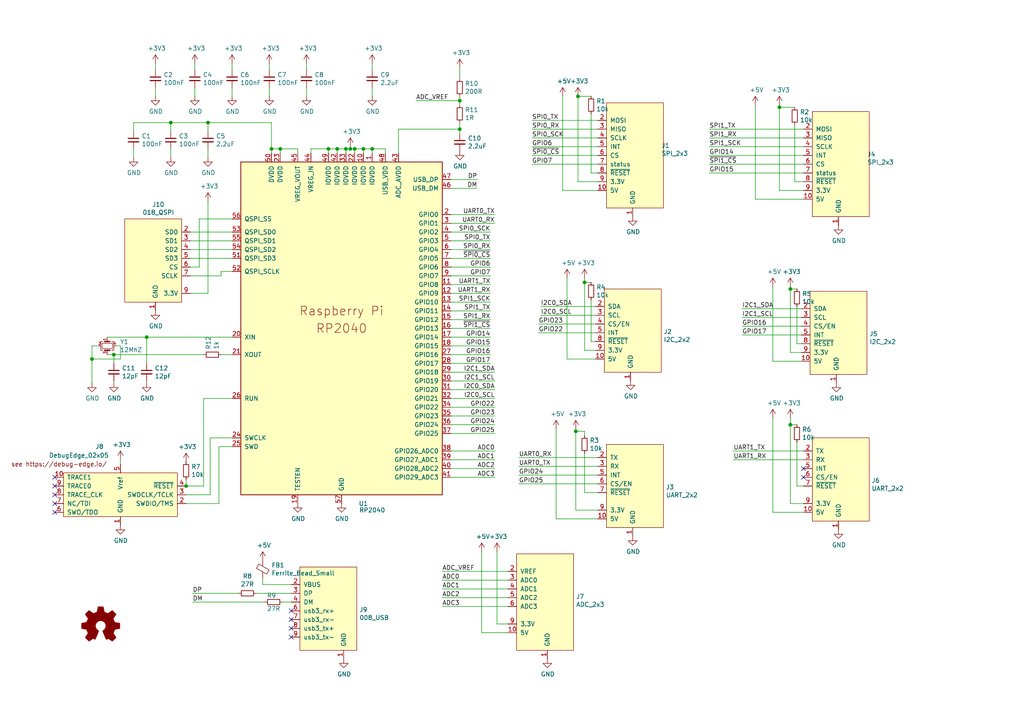
<source format=kicad_sch>
(kicad_sch (version 20211123) (generator eeschema)

  (uuid c0515cd2-cdaa-467e-8354-0f6eadfa35c9)

  (paper "A4")

  (lib_symbols
    (symbol "Device:C_Small" (pin_numbers hide) (pin_names (offset 0.254) hide) (in_bom yes) (on_board yes)
      (property "Reference" "C" (id 0) (at 0.254 1.778 0)
        (effects (font (size 1.27 1.27)) (justify left))
      )
      (property "Value" "C_Small" (id 1) (at 0.254 -2.032 0)
        (effects (font (size 1.27 1.27)) (justify left))
      )
      (property "Footprint" "" (id 2) (at 0 0 0)
        (effects (font (size 1.27 1.27)) hide)
      )
      (property "Datasheet" "~" (id 3) (at 0 0 0)
        (effects (font (size 1.27 1.27)) hide)
      )
      (property "ki_keywords" "capacitor cap" (id 4) (at 0 0 0)
        (effects (font (size 1.27 1.27)) hide)
      )
      (property "ki_description" "Unpolarized capacitor, small symbol" (id 5) (at 0 0 0)
        (effects (font (size 1.27 1.27)) hide)
      )
      (property "ki_fp_filters" "C_*" (id 6) (at 0 0 0)
        (effects (font (size 1.27 1.27)) hide)
      )
      (symbol "C_Small_0_1"
        (polyline
          (pts
            (xy -1.524 -0.508)
            (xy 1.524 -0.508)
          )
          (stroke (width 0.3302) (type default) (color 0 0 0 0))
          (fill (type none))
        )
        (polyline
          (pts
            (xy -1.524 0.508)
            (xy 1.524 0.508)
          )
          (stroke (width 0.3048) (type default) (color 0 0 0 0))
          (fill (type none))
        )
      )
      (symbol "C_Small_1_1"
        (pin passive line (at 0 2.54 270) (length 2.032)
          (name "~" (effects (font (size 1.27 1.27))))
          (number "1" (effects (font (size 1.27 1.27))))
        )
        (pin passive line (at 0 -2.54 90) (length 2.032)
          (name "~" (effects (font (size 1.27 1.27))))
          (number "2" (effects (font (size 1.27 1.27))))
        )
      )
    )
    (symbol "Device:Crystal_GND24_Small" (pin_names (offset 1.016) hide) (in_bom yes) (on_board yes)
      (property "Reference" "Y" (id 0) (at 1.27 4.445 0)
        (effects (font (size 1.27 1.27)) (justify left))
      )
      (property "Value" "Crystal_GND24_Small" (id 1) (at 1.27 2.54 0)
        (effects (font (size 1.27 1.27)) (justify left))
      )
      (property "Footprint" "" (id 2) (at 0 0 0)
        (effects (font (size 1.27 1.27)) hide)
      )
      (property "Datasheet" "~" (id 3) (at 0 0 0)
        (effects (font (size 1.27 1.27)) hide)
      )
      (property "ki_keywords" "quartz ceramic resonator oscillator" (id 4) (at 0 0 0)
        (effects (font (size 1.27 1.27)) hide)
      )
      (property "ki_description" "Four pin crystal, GND on pins 2 and 4, small symbol" (id 5) (at 0 0 0)
        (effects (font (size 1.27 1.27)) hide)
      )
      (property "ki_fp_filters" "Crystal*" (id 6) (at 0 0 0)
        (effects (font (size 1.27 1.27)) hide)
      )
      (symbol "Crystal_GND24_Small_0_1"
        (rectangle (start -0.762 -1.524) (end 0.762 1.524)
          (stroke (width 0) (type default) (color 0 0 0 0))
          (fill (type none))
        )
        (polyline
          (pts
            (xy -1.27 -0.762)
            (xy -1.27 0.762)
          )
          (stroke (width 0.381) (type default) (color 0 0 0 0))
          (fill (type none))
        )
        (polyline
          (pts
            (xy 1.27 -0.762)
            (xy 1.27 0.762)
          )
          (stroke (width 0.381) (type default) (color 0 0 0 0))
          (fill (type none))
        )
        (polyline
          (pts
            (xy -1.27 -1.27)
            (xy -1.27 -1.905)
            (xy 1.27 -1.905)
            (xy 1.27 -1.27)
          )
          (stroke (width 0) (type default) (color 0 0 0 0))
          (fill (type none))
        )
        (polyline
          (pts
            (xy -1.27 1.27)
            (xy -1.27 1.905)
            (xy 1.27 1.905)
            (xy 1.27 1.27)
          )
          (stroke (width 0) (type default) (color 0 0 0 0))
          (fill (type none))
        )
      )
      (symbol "Crystal_GND24_Small_1_1"
        (pin passive line (at -2.54 0 0) (length 1.27)
          (name "1" (effects (font (size 1.27 1.27))))
          (number "1" (effects (font (size 0.762 0.762))))
        )
        (pin passive line (at 0 -2.54 90) (length 0.635)
          (name "2" (effects (font (size 1.27 1.27))))
          (number "2" (effects (font (size 0.762 0.762))))
        )
        (pin passive line (at 2.54 0 180) (length 1.27)
          (name "3" (effects (font (size 1.27 1.27))))
          (number "3" (effects (font (size 0.762 0.762))))
        )
        (pin passive line (at 0 2.54 270) (length 0.635)
          (name "4" (effects (font (size 1.27 1.27))))
          (number "4" (effects (font (size 0.762 0.762))))
        )
      )
    )
    (symbol "Device:Ferrite_Bead_Small" (pin_numbers hide) (pin_names (offset 0)) (in_bom yes) (on_board yes)
      (property "Reference" "FB" (id 0) (at 1.905 1.27 0)
        (effects (font (size 1.27 1.27)) (justify left))
      )
      (property "Value" "Device_Ferrite_Bead_Small" (id 1) (at 1.905 -1.27 0)
        (effects (font (size 1.27 1.27)) (justify left))
      )
      (property "Footprint" "" (id 2) (at -1.778 0 90)
        (effects (font (size 1.27 1.27)) hide)
      )
      (property "Datasheet" "" (id 3) (at 0 0 0)
        (effects (font (size 1.27 1.27)) hide)
      )
      (property "ki_fp_filters" "Inductor_* L_* *Ferrite*" (id 4) (at 0 0 0)
        (effects (font (size 1.27 1.27)) hide)
      )
      (symbol "Ferrite_Bead_Small_0_1"
        (polyline
          (pts
            (xy 0 -1.27)
            (xy 0 -0.7874)
          )
          (stroke (width 0) (type default) (color 0 0 0 0))
          (fill (type none))
        )
        (polyline
          (pts
            (xy 0 0.889)
            (xy 0 1.2954)
          )
          (stroke (width 0) (type default) (color 0 0 0 0))
          (fill (type none))
        )
        (polyline
          (pts
            (xy -1.8288 0.2794)
            (xy -1.1176 1.4986)
            (xy 1.8288 -0.2032)
            (xy 1.1176 -1.4224)
            (xy -1.8288 0.2794)
          )
          (stroke (width 0) (type default) (color 0 0 0 0))
          (fill (type none))
        )
      )
      (symbol "Ferrite_Bead_Small_1_1"
        (pin passive line (at 0 2.54 270) (length 1.27)
          (name "~" (effects (font (size 1.27 1.27))))
          (number "1" (effects (font (size 1.27 1.27))))
        )
        (pin passive line (at 0 -2.54 90) (length 1.27)
          (name "~" (effects (font (size 1.27 1.27))))
          (number "2" (effects (font (size 1.27 1.27))))
        )
      )
    )
    (symbol "Device:R_Small" (pin_numbers hide) (pin_names (offset 0.254) hide) (in_bom yes) (on_board yes)
      (property "Reference" "R" (id 0) (at 0.762 0.508 0)
        (effects (font (size 1.27 1.27)) (justify left))
      )
      (property "Value" "R_Small" (id 1) (at 0.762 -1.016 0)
        (effects (font (size 1.27 1.27)) (justify left))
      )
      (property "Footprint" "" (id 2) (at 0 0 0)
        (effects (font (size 1.27 1.27)) hide)
      )
      (property "Datasheet" "~" (id 3) (at 0 0 0)
        (effects (font (size 1.27 1.27)) hide)
      )
      (property "ki_keywords" "R resistor" (id 4) (at 0 0 0)
        (effects (font (size 1.27 1.27)) hide)
      )
      (property "ki_description" "Resistor, small symbol" (id 5) (at 0 0 0)
        (effects (font (size 1.27 1.27)) hide)
      )
      (property "ki_fp_filters" "R_*" (id 6) (at 0 0 0)
        (effects (font (size 1.27 1.27)) hide)
      )
      (symbol "R_Small_0_1"
        (rectangle (start -0.762 1.778) (end 0.762 -1.778)
          (stroke (width 0.2032) (type default) (color 0 0 0 0))
          (fill (type none))
        )
      )
      (symbol "R_Small_1_1"
        (pin passive line (at 0 2.54 270) (length 0.762)
          (name "~" (effects (font (size 1.27 1.27))))
          (number "1" (effects (font (size 1.27 1.27))))
        )
        (pin passive line (at 0 -2.54 90) (length 0.762)
          (name "~" (effects (font (size 1.27 1.27))))
          (number "2" (effects (font (size 1.27 1.27))))
        )
      )
    )
    (symbol "Graphic:Logo_Open_Hardware_Small" (pin_names (offset 1.016)) (in_bom yes) (on_board yes)
      (property "Reference" "#LOGO" (id 0) (at 0 6.985 0)
        (effects (font (size 1.27 1.27)) hide)
      )
      (property "Value" "Logo_Open_Hardware_Small" (id 1) (at 0 -5.715 0)
        (effects (font (size 1.27 1.27)) hide)
      )
      (property "Footprint" "" (id 2) (at 0 0 0)
        (effects (font (size 1.27 1.27)) hide)
      )
      (property "Datasheet" "~" (id 3) (at 0 0 0)
        (effects (font (size 1.27 1.27)) hide)
      )
      (property "ki_keywords" "Logo" (id 4) (at 0 0 0)
        (effects (font (size 1.27 1.27)) hide)
      )
      (property "ki_description" "Open Hardware logo, small" (id 5) (at 0 0 0)
        (effects (font (size 1.27 1.27)) hide)
      )
      (symbol "Logo_Open_Hardware_Small_0_1"
        (polyline
          (pts
            (xy 3.3528 -4.3434)
            (xy 3.302 -4.318)
            (xy 3.175 -4.2418)
            (xy 2.9972 -4.1148)
            (xy 2.7686 -3.9624)
            (xy 2.54 -3.81)
            (xy 2.3622 -3.7084)
            (xy 2.2352 -3.6068)
            (xy 2.1844 -3.5814)
            (xy 2.159 -3.6068)
            (xy 2.0574 -3.6576)
            (xy 1.905 -3.7338)
            (xy 1.8034 -3.7846)
            (xy 1.6764 -3.8354)
            (xy 1.6002 -3.8354)
            (xy 1.6002 -3.8354)
            (xy 1.5494 -3.7338)
            (xy 1.4732 -3.5306)
            (xy 1.3462 -3.302)
            (xy 1.2446 -3.0226)
            (xy 1.1176 -2.7178)
            (xy 0.9652 -2.413)
            (xy 0.8636 -2.1082)
            (xy 0.7366 -1.8288)
            (xy 0.6604 -1.6256)
            (xy 0.6096 -1.4732)
            (xy 0.5842 -1.397)
            (xy 0.5842 -1.397)
            (xy 0.6604 -1.3208)
            (xy 0.7874 -1.2446)
            (xy 1.0414 -1.016)
            (xy 1.2954 -0.6858)
            (xy 1.4478 -0.3302)
            (xy 1.524 0.0762)
            (xy 1.4732 0.4572)
            (xy 1.3208 0.8128)
            (xy 1.0668 1.143)
            (xy 0.762 1.3716)
            (xy 0.4064 1.524)
            (xy 0 1.5748)
            (xy -0.381 1.5494)
            (xy -0.7366 1.397)
            (xy -1.0668 1.143)
            (xy -1.2192 0.9906)
            (xy -1.397 0.6604)
            (xy -1.524 0.3048)
            (xy -1.524 0.2286)
            (xy -1.4986 -0.1778)
            (xy -1.397 -0.5334)
            (xy -1.1938 -0.8636)
            (xy -0.9144 -1.143)
            (xy -0.8636 -1.1684)
            (xy -0.7366 -1.27)
            (xy -0.635 -1.3462)
            (xy -0.5842 -1.397)
            (xy -1.0668 -2.5908)
            (xy -1.143 -2.794)
            (xy -1.2954 -3.1242)
            (xy -1.397 -3.4036)
            (xy -1.4986 -3.6322)
            (xy -1.5748 -3.7846)
            (xy -1.6002 -3.8354)
            (xy -1.6002 -3.8354)
            (xy -1.651 -3.8354)
            (xy -1.7272 -3.81)
            (xy -1.905 -3.7338)
            (xy -2.0066 -3.683)
            (xy -2.1336 -3.6068)
            (xy -2.2098 -3.5814)
            (xy -2.2606 -3.6068)
            (xy -2.3622 -3.683)
            (xy -2.54 -3.81)
            (xy -2.7686 -3.9624)
            (xy -2.9718 -4.0894)
            (xy -3.1496 -4.2164)
            (xy -3.302 -4.318)
            (xy -3.3528 -4.3434)
            (xy -3.3782 -4.3434)
            (xy -3.429 -4.318)
            (xy -3.5306 -4.2164)
            (xy -3.7084 -4.064)
            (xy -3.937 -3.8354)
            (xy -3.9624 -3.81)
            (xy -4.1656 -3.6068)
            (xy -4.318 -3.4544)
            (xy -4.4196 -3.3274)
            (xy -4.445 -3.2766)
            (xy -4.445 -3.2766)
            (xy -4.4196 -3.2258)
            (xy -4.318 -3.0734)
            (xy -4.2164 -2.8956)
            (xy -4.064 -2.667)
            (xy -3.6576 -2.0828)
            (xy -3.8862 -1.5494)
            (xy -3.937 -1.3716)
            (xy -4.0386 -1.1684)
            (xy -4.0894 -1.0414)
            (xy -4.1148 -0.9652)
            (xy -4.191 -0.9398)
            (xy -4.318 -0.9144)
            (xy -4.5466 -0.8636)
            (xy -4.8006 -0.8128)
            (xy -5.0546 -0.7874)
            (xy -5.2578 -0.7366)
            (xy -5.4356 -0.7112)
            (xy -5.5118 -0.6858)
            (xy -5.5118 -0.6858)
            (xy -5.5372 -0.635)
            (xy -5.5372 -0.5588)
            (xy -5.5372 -0.4318)
            (xy -5.5626 -0.2286)
            (xy -5.5626 0.0762)
            (xy -5.5626 0.127)
            (xy -5.5372 0.4064)
            (xy -5.5372 0.635)
            (xy -5.5372 0.762)
            (xy -5.5372 0.8382)
            (xy -5.5372 0.8382)
            (xy -5.461 0.8382)
            (xy -5.3086 0.889)
            (xy -5.08 0.9144)
            (xy -4.826 0.9652)
            (xy -4.8006 0.9906)
            (xy -4.5466 1.0414)
            (xy -4.318 1.0668)
            (xy -4.1656 1.1176)
            (xy -4.0894 1.143)
            (xy -4.0894 1.143)
            (xy -4.0386 1.2446)
            (xy -3.9624 1.4224)
            (xy -3.8608 1.6256)
            (xy -3.7846 1.8288)
            (xy -3.7084 2.0066)
            (xy -3.6576 2.159)
            (xy -3.6322 2.2098)
            (xy -3.6322 2.2098)
            (xy -3.683 2.286)
            (xy -3.7592 2.413)
            (xy -3.8862 2.5908)
            (xy -4.064 2.8194)
            (xy -4.064 2.8448)
            (xy -4.2164 3.0734)
            (xy -4.3434 3.2512)
            (xy -4.4196 3.3782)
            (xy -4.445 3.4544)
            (xy -4.445 3.4544)
            (xy -4.3942 3.5052)
            (xy -4.2926 3.6322)
            (xy -4.1148 3.81)
            (xy -3.937 4.0132)
            (xy -3.8608 4.064)
            (xy -3.6576 4.2926)
            (xy -3.5052 4.4196)
            (xy -3.4036 4.4958)
            (xy -3.3528 4.5212)
            (xy -3.3528 4.5212)
            (xy -3.302 4.4704)
            (xy -3.1496 4.3688)
            (xy -2.9718 4.2418)
            (xy -2.7432 4.0894)
            (xy -2.7178 4.0894)
            (xy -2.4892 3.937)
            (xy -2.3114 3.81)
            (xy -2.1844 3.7084)
            (xy -2.1336 3.683)
            (xy -2.1082 3.683)
            (xy -2.032 3.7084)
            (xy -1.8542 3.7592)
            (xy -1.6764 3.8354)
            (xy -1.4732 3.937)
            (xy -1.27 4.0132)
            (xy -1.143 4.064)
            (xy -1.0668 4.1148)
            (xy -1.0668 4.1148)
            (xy -1.0414 4.191)
            (xy -1.016 4.3434)
            (xy -0.9652 4.572)
            (xy -0.9144 4.8514)
            (xy -0.889 4.9022)
            (xy -0.8382 5.1562)
            (xy -0.8128 5.3848)
            (xy -0.7874 5.5372)
            (xy -0.762 5.588)
            (xy -0.7112 5.6134)
            (xy -0.5842 5.6134)
            (xy -0.4064 5.6134)
            (xy -0.1524 5.6134)
            (xy 0.0762 5.6134)
            (xy 0.3302 5.6134)
            (xy 0.5334 5.6134)
            (xy 0.6858 5.588)
            (xy 0.7366 5.588)
            (xy 0.7366 5.588)
            (xy 0.762 5.5118)
            (xy 0.8128 5.334)
            (xy 0.8382 5.1054)
            (xy 0.9144 4.826)
            (xy 0.9144 4.7752)
            (xy 0.9652 4.5212)
            (xy 1.016 4.2926)
            (xy 1.0414 4.1402)
            (xy 1.0668 4.0894)
            (xy 1.0668 4.0894)
            (xy 1.1938 4.0386)
            (xy 1.3716 3.9624)
            (xy 1.5748 3.8608)
            (xy 2.0828 3.6576)
            (xy 2.7178 4.0894)
            (xy 2.7686 4.1402)
            (xy 2.9972 4.2926)
            (xy 3.175 4.4196)
            (xy 3.302 4.4958)
            (xy 3.3782 4.5212)
            (xy 3.3782 4.5212)
            (xy 3.429 4.4704)
            (xy 3.556 4.3434)
            (xy 3.7338 4.191)
            (xy 3.9116 3.9878)
            (xy 4.064 3.8354)
            (xy 4.2418 3.6576)
            (xy 4.3434 3.556)
            (xy 4.4196 3.4798)
            (xy 4.4196 3.429)
            (xy 4.4196 3.4036)
            (xy 4.3942 3.3274)
            (xy 4.2926 3.2004)
            (xy 4.1656 2.9972)
            (xy 4.0132 2.794)
            (xy 3.8862 2.5908)
            (xy 3.7592 2.3876)
            (xy 3.6576 2.2352)
            (xy 3.6322 2.159)
            (xy 3.6322 2.1336)
            (xy 3.683 2.0066)
            (xy 3.7592 1.8288)
            (xy 3.8608 1.6002)
            (xy 4.064 1.1176)
            (xy 4.3942 1.0414)
            (xy 4.5974 1.016)
            (xy 4.8768 0.9652)
            (xy 5.1308 0.9144)
            (xy 5.5372 0.8382)
            (xy 5.5626 -0.6604)
            (xy 5.4864 -0.6858)
            (xy 5.4356 -0.6858)
            (xy 5.2832 -0.7366)
            (xy 5.0546 -0.762)
            (xy 4.8006 -0.8128)
            (xy 4.5974 -0.8636)
            (xy 4.3688 -0.9144)
            (xy 4.2164 -0.9398)
            (xy 4.1402 -0.9398)
            (xy 4.1148 -0.9652)
            (xy 4.064 -1.0668)
            (xy 3.9878 -1.2446)
            (xy 3.9116 -1.4478)
            (xy 3.81 -1.651)
            (xy 3.7338 -1.8542)
            (xy 3.683 -2.0066)
            (xy 3.6576 -2.0828)
            (xy 3.683 -2.1336)
            (xy 3.7846 -2.2606)
            (xy 3.8862 -2.4638)
            (xy 4.0386 -2.667)
            (xy 4.191 -2.8956)
            (xy 4.318 -3.0734)
            (xy 4.3942 -3.2004)
            (xy 4.445 -3.2766)
            (xy 4.4196 -3.3274)
            (xy 4.3434 -3.429)
            (xy 4.1656 -3.5814)
            (xy 3.937 -3.8354)
            (xy 3.8862 -3.8608)
            (xy 3.683 -4.064)
            (xy 3.5306 -4.2164)
            (xy 3.4036 -4.318)
            (xy 3.3528 -4.3434)
          )
          (stroke (width 0) (type default) (color 0 0 0 0))
          (fill (type outline))
        )
      )
    )
    (symbol "MCU_RaspberryPi_and_Boards:RP2040" (pin_names (offset 1.016)) (in_bom yes) (on_board yes)
      (property "Reference" "U" (id 0) (at -29.21 49.53 0)
        (effects (font (size 1.27 1.27)))
      )
      (property "Value" "RP2040" (id 1) (at 24.13 -49.53 0)
        (effects (font (size 1.27 1.27)))
      )
      (property "Footprint" "RP2040_minimal:RP2040-QFN-56" (id 2) (at -19.05 0 0)
        (effects (font (size 1.27 1.27)) hide)
      )
      (property "Datasheet" "" (id 3) (at -19.05 0 0)
        (effects (font (size 1.27 1.27)) hide)
      )
      (symbol "RP2040_0_0"
        (text "Raspberry Pi" (at 0 5.08 0)
          (effects (font (size 2.54 2.54)))
        )
        (text "RP2040" (at 0 0 0)
          (effects (font (size 2.54 2.54)))
        )
      )
      (symbol "RP2040_0_1"
        (rectangle (start 29.21 48.26) (end -29.21 -48.26)
          (stroke (width 0.254) (type default) (color 0 0 0 0))
          (fill (type background))
        )
      )
      (symbol "RP2040_1_1"
        (pin power_in line (at 8.89 50.8 270) (length 2.54)
          (name "IOVDD" (effects (font (size 1.27 1.27))))
          (number "1" (effects (font (size 1.27 1.27))))
        )
        (pin power_in line (at 6.35 50.8 270) (length 2.54)
          (name "IOVDD" (effects (font (size 1.27 1.27))))
          (number "10" (effects (font (size 1.27 1.27))))
        )
        (pin bidirectional line (at 31.75 12.7 180) (length 2.54)
          (name "GPIO8" (effects (font (size 1.27 1.27))))
          (number "11" (effects (font (size 1.27 1.27))))
        )
        (pin bidirectional line (at 31.75 10.16 180) (length 2.54)
          (name "GPIO9" (effects (font (size 1.27 1.27))))
          (number "12" (effects (font (size 1.27 1.27))))
        )
        (pin bidirectional line (at 31.75 7.62 180) (length 2.54)
          (name "GPIO10" (effects (font (size 1.27 1.27))))
          (number "13" (effects (font (size 1.27 1.27))))
        )
        (pin bidirectional line (at 31.75 5.08 180) (length 2.54)
          (name "GPIO11" (effects (font (size 1.27 1.27))))
          (number "14" (effects (font (size 1.27 1.27))))
        )
        (pin bidirectional line (at 31.75 2.54 180) (length 2.54)
          (name "GPIO12" (effects (font (size 1.27 1.27))))
          (number "15" (effects (font (size 1.27 1.27))))
        )
        (pin bidirectional line (at 31.75 0 180) (length 2.54)
          (name "GPIO13" (effects (font (size 1.27 1.27))))
          (number "16" (effects (font (size 1.27 1.27))))
        )
        (pin bidirectional line (at 31.75 -2.54 180) (length 2.54)
          (name "GPIO14" (effects (font (size 1.27 1.27))))
          (number "17" (effects (font (size 1.27 1.27))))
        )
        (pin bidirectional line (at 31.75 -5.08 180) (length 2.54)
          (name "GPIO15" (effects (font (size 1.27 1.27))))
          (number "18" (effects (font (size 1.27 1.27))))
        )
        (pin passive line (at -12.7 -50.8 90) (length 2.54)
          (name "TESTEN" (effects (font (size 1.27 1.27))))
          (number "19" (effects (font (size 1.27 1.27))))
        )
        (pin bidirectional line (at 31.75 33.02 180) (length 2.54)
          (name "GPIO0" (effects (font (size 1.27 1.27))))
          (number "2" (effects (font (size 1.27 1.27))))
        )
        (pin input line (at -31.75 -2.54 0) (length 2.54)
          (name "XIN" (effects (font (size 1.27 1.27))))
          (number "20" (effects (font (size 1.27 1.27))))
        )
        (pin passive line (at -31.75 -7.62 0) (length 2.54)
          (name "XOUT" (effects (font (size 1.27 1.27))))
          (number "21" (effects (font (size 1.27 1.27))))
        )
        (pin power_in line (at 3.81 50.8 270) (length 2.54)
          (name "IOVDD" (effects (font (size 1.27 1.27))))
          (number "22" (effects (font (size 1.27 1.27))))
        )
        (pin power_in line (at -17.78 50.8 270) (length 2.54)
          (name "DVDD" (effects (font (size 1.27 1.27))))
          (number "23" (effects (font (size 1.27 1.27))))
        )
        (pin output line (at -31.75 -31.75 0) (length 2.54)
          (name "SWCLK" (effects (font (size 1.27 1.27))))
          (number "24" (effects (font (size 1.27 1.27))))
        )
        (pin bidirectional line (at -31.75 -34.29 0) (length 2.54)
          (name "SWD" (effects (font (size 1.27 1.27))))
          (number "25" (effects (font (size 1.27 1.27))))
        )
        (pin input line (at -31.75 -20.32 0) (length 2.54)
          (name "RUN" (effects (font (size 1.27 1.27))))
          (number "26" (effects (font (size 1.27 1.27))))
        )
        (pin bidirectional line (at 31.75 -7.62 180) (length 2.54)
          (name "GPIO16" (effects (font (size 1.27 1.27))))
          (number "27" (effects (font (size 1.27 1.27))))
        )
        (pin bidirectional line (at 31.75 -10.16 180) (length 2.54)
          (name "GPIO17" (effects (font (size 1.27 1.27))))
          (number "28" (effects (font (size 1.27 1.27))))
        )
        (pin bidirectional line (at 31.75 -12.7 180) (length 2.54)
          (name "GPIO18" (effects (font (size 1.27 1.27))))
          (number "29" (effects (font (size 1.27 1.27))))
        )
        (pin bidirectional line (at 31.75 30.48 180) (length 2.54)
          (name "GPIO1" (effects (font (size 1.27 1.27))))
          (number "3" (effects (font (size 1.27 1.27))))
        )
        (pin bidirectional line (at 31.75 -15.24 180) (length 2.54)
          (name "GPIO19" (effects (font (size 1.27 1.27))))
          (number "30" (effects (font (size 1.27 1.27))))
        )
        (pin bidirectional line (at 31.75 -17.78 180) (length 2.54)
          (name "GPIO20" (effects (font (size 1.27 1.27))))
          (number "31" (effects (font (size 1.27 1.27))))
        )
        (pin bidirectional line (at 31.75 -20.32 180) (length 2.54)
          (name "GPIO21" (effects (font (size 1.27 1.27))))
          (number "32" (effects (font (size 1.27 1.27))))
        )
        (pin power_in line (at 1.27 50.8 270) (length 2.54)
          (name "IOVDD" (effects (font (size 1.27 1.27))))
          (number "33" (effects (font (size 1.27 1.27))))
        )
        (pin bidirectional line (at 31.75 -22.86 180) (length 2.54)
          (name "GPIO22" (effects (font (size 1.27 1.27))))
          (number "34" (effects (font (size 1.27 1.27))))
        )
        (pin bidirectional line (at 31.75 -25.4 180) (length 2.54)
          (name "GPIO23" (effects (font (size 1.27 1.27))))
          (number "35" (effects (font (size 1.27 1.27))))
        )
        (pin bidirectional line (at 31.75 -27.94 180) (length 2.54)
          (name "GPIO24" (effects (font (size 1.27 1.27))))
          (number "36" (effects (font (size 1.27 1.27))))
        )
        (pin bidirectional line (at 31.75 -30.48 180) (length 2.54)
          (name "GPIO25" (effects (font (size 1.27 1.27))))
          (number "37" (effects (font (size 1.27 1.27))))
        )
        (pin bidirectional line (at 31.75 -35.56 180) (length 2.54)
          (name "GPIO26_ADC0" (effects (font (size 1.27 1.27))))
          (number "38" (effects (font (size 1.27 1.27))))
        )
        (pin bidirectional line (at 31.75 -38.1 180) (length 2.54)
          (name "GPIO27_ADC1" (effects (font (size 1.27 1.27))))
          (number "39" (effects (font (size 1.27 1.27))))
        )
        (pin bidirectional line (at 31.75 27.94 180) (length 2.54)
          (name "GPIO2" (effects (font (size 1.27 1.27))))
          (number "4" (effects (font (size 1.27 1.27))))
        )
        (pin bidirectional line (at 31.75 -40.64 180) (length 2.54)
          (name "GPIO28_ADC2" (effects (font (size 1.27 1.27))))
          (number "40" (effects (font (size 1.27 1.27))))
        )
        (pin bidirectional line (at 31.75 -43.18 180) (length 2.54)
          (name "GPIO29_ADC3" (effects (font (size 1.27 1.27))))
          (number "41" (effects (font (size 1.27 1.27))))
        )
        (pin power_in line (at -1.27 50.8 270) (length 2.54)
          (name "IOVDD" (effects (font (size 1.27 1.27))))
          (number "42" (effects (font (size 1.27 1.27))))
        )
        (pin power_in line (at 16.51 50.8 270) (length 2.54)
          (name "ADC_AVDD" (effects (font (size 1.27 1.27))))
          (number "43" (effects (font (size 1.27 1.27))))
        )
        (pin power_in line (at -8.89 50.8 270) (length 2.54)
          (name "VREG_IN" (effects (font (size 1.27 1.27))))
          (number "44" (effects (font (size 1.27 1.27))))
        )
        (pin power_out line (at -12.7 50.8 270) (length 2.54)
          (name "VREG_VOUT" (effects (font (size 1.27 1.27))))
          (number "45" (effects (font (size 1.27 1.27))))
        )
        (pin bidirectional line (at 31.75 40.64 180) (length 2.54)
          (name "USB_DM" (effects (font (size 1.27 1.27))))
          (number "46" (effects (font (size 1.27 1.27))))
        )
        (pin bidirectional line (at 31.75 43.18 180) (length 2.54)
          (name "USB_DP" (effects (font (size 1.27 1.27))))
          (number "47" (effects (font (size 1.27 1.27))))
        )
        (pin power_in line (at 12.7 50.8 270) (length 2.54)
          (name "USB_VDD" (effects (font (size 1.27 1.27))))
          (number "48" (effects (font (size 1.27 1.27))))
        )
        (pin power_in line (at -3.81 50.8 270) (length 2.54)
          (name "IOVDD" (effects (font (size 1.27 1.27))))
          (number "49" (effects (font (size 1.27 1.27))))
        )
        (pin bidirectional line (at 31.75 25.4 180) (length 2.54)
          (name "GPIO3" (effects (font (size 1.27 1.27))))
          (number "5" (effects (font (size 1.27 1.27))))
        )
        (pin power_in line (at -20.32 50.8 270) (length 2.54)
          (name "DVDD" (effects (font (size 1.27 1.27))))
          (number "50" (effects (font (size 1.27 1.27))))
        )
        (pin bidirectional line (at -31.75 20.32 0) (length 2.54)
          (name "QSPI_SD3" (effects (font (size 1.27 1.27))))
          (number "51" (effects (font (size 1.27 1.27))))
        )
        (pin output line (at -31.75 16.51 0) (length 2.54)
          (name "QSPI_SCLK" (effects (font (size 1.27 1.27))))
          (number "52" (effects (font (size 1.27 1.27))))
        )
        (pin bidirectional line (at -31.75 27.94 0) (length 2.54)
          (name "QSPI_SD0" (effects (font (size 1.27 1.27))))
          (number "53" (effects (font (size 1.27 1.27))))
        )
        (pin bidirectional line (at -31.75 22.86 0) (length 2.54)
          (name "QSPI_SD2" (effects (font (size 1.27 1.27))))
          (number "54" (effects (font (size 1.27 1.27))))
        )
        (pin bidirectional line (at -31.75 25.4 0) (length 2.54)
          (name "QSPI_SD1" (effects (font (size 1.27 1.27))))
          (number "55" (effects (font (size 1.27 1.27))))
        )
        (pin bidirectional line (at -31.75 31.75 0) (length 2.54)
          (name "QSPI_SS" (effects (font (size 1.27 1.27))))
          (number "56" (effects (font (size 1.27 1.27))))
        )
        (pin power_in line (at 0 -50.8 90) (length 2.54)
          (name "GND" (effects (font (size 1.27 1.27))))
          (number "57" (effects (font (size 1.27 1.27))))
        )
        (pin bidirectional line (at 31.75 22.86 180) (length 2.54)
          (name "GPIO4" (effects (font (size 1.27 1.27))))
          (number "6" (effects (font (size 1.27 1.27))))
        )
        (pin bidirectional line (at 31.75 20.32 180) (length 2.54)
          (name "GPIO5" (effects (font (size 1.27 1.27))))
          (number "7" (effects (font (size 1.27 1.27))))
        )
        (pin bidirectional line (at 31.75 17.78 180) (length 2.54)
          (name "GPIO6" (effects (font (size 1.27 1.27))))
          (number "8" (effects (font (size 1.27 1.27))))
        )
        (pin bidirectional line (at 31.75 15.24 180) (length 2.54)
          (name "GPIO7" (effects (font (size 1.27 1.27))))
          (number "9" (effects (font (size 1.27 1.27))))
        )
      )
    )
    (symbol "power:+3.3V" (power) (pin_names (offset 0)) (in_bom yes) (on_board yes)
      (property "Reference" "#PWR" (id 0) (at 0 -3.81 0)
        (effects (font (size 1.27 1.27)) hide)
      )
      (property "Value" "+3.3V" (id 1) (at 0 3.556 0)
        (effects (font (size 1.27 1.27)))
      )
      (property "Footprint" "" (id 2) (at 0 0 0)
        (effects (font (size 1.27 1.27)) hide)
      )
      (property "Datasheet" "" (id 3) (at 0 0 0)
        (effects (font (size 1.27 1.27)) hide)
      )
      (property "ki_keywords" "power-flag" (id 4) (at 0 0 0)
        (effects (font (size 1.27 1.27)) hide)
      )
      (property "ki_description" "Power symbol creates a global label with name \"+3.3V\"" (id 5) (at 0 0 0)
        (effects (font (size 1.27 1.27)) hide)
      )
      (symbol "+3.3V_0_1"
        (polyline
          (pts
            (xy -0.762 1.27)
            (xy 0 2.54)
          )
          (stroke (width 0) (type default) (color 0 0 0 0))
          (fill (type none))
        )
        (polyline
          (pts
            (xy 0 0)
            (xy 0 2.54)
          )
          (stroke (width 0) (type default) (color 0 0 0 0))
          (fill (type none))
        )
        (polyline
          (pts
            (xy 0 2.54)
            (xy 0.762 1.27)
          )
          (stroke (width 0) (type default) (color 0 0 0 0))
          (fill (type none))
        )
      )
      (symbol "+3.3V_1_1"
        (pin power_in line (at 0 0 90) (length 0) hide
          (name "+3V3" (effects (font (size 1.27 1.27))))
          (number "1" (effects (font (size 1.27 1.27))))
        )
      )
    )
    (symbol "power:+5V" (power) (pin_names (offset 0)) (in_bom yes) (on_board yes)
      (property "Reference" "#PWR" (id 0) (at 0 -3.81 0)
        (effects (font (size 1.27 1.27)) hide)
      )
      (property "Value" "+5V" (id 1) (at 0 3.556 0)
        (effects (font (size 1.27 1.27)))
      )
      (property "Footprint" "" (id 2) (at 0 0 0)
        (effects (font (size 1.27 1.27)) hide)
      )
      (property "Datasheet" "" (id 3) (at 0 0 0)
        (effects (font (size 1.27 1.27)) hide)
      )
      (property "ki_keywords" "power-flag" (id 4) (at 0 0 0)
        (effects (font (size 1.27 1.27)) hide)
      )
      (property "ki_description" "Power symbol creates a global label with name \"+5V\"" (id 5) (at 0 0 0)
        (effects (font (size 1.27 1.27)) hide)
      )
      (symbol "+5V_0_1"
        (polyline
          (pts
            (xy -0.762 1.27)
            (xy 0 2.54)
          )
          (stroke (width 0) (type default) (color 0 0 0 0))
          (fill (type none))
        )
        (polyline
          (pts
            (xy 0 0)
            (xy 0 2.54)
          )
          (stroke (width 0) (type default) (color 0 0 0 0))
          (fill (type none))
        )
        (polyline
          (pts
            (xy 0 2.54)
            (xy 0.762 1.27)
          )
          (stroke (width 0) (type default) (color 0 0 0 0))
          (fill (type none))
        )
      )
      (symbol "+5V_1_1"
        (pin power_in line (at 0 0 90) (length 0) hide
          (name "+5V" (effects (font (size 1.27 1.27))))
          (number "1" (effects (font (size 1.27 1.27))))
        )
      )
    )
    (symbol "power:GND" (power) (pin_names (offset 0)) (in_bom yes) (on_board yes)
      (property "Reference" "#PWR" (id 0) (at 0 -6.35 0)
        (effects (font (size 1.27 1.27)) hide)
      )
      (property "Value" "GND" (id 1) (at 0 -3.81 0)
        (effects (font (size 1.27 1.27)))
      )
      (property "Footprint" "" (id 2) (at 0 0 0)
        (effects (font (size 1.27 1.27)) hide)
      )
      (property "Datasheet" "" (id 3) (at 0 0 0)
        (effects (font (size 1.27 1.27)) hide)
      )
      (property "ki_keywords" "power-flag" (id 4) (at 0 0 0)
        (effects (font (size 1.27 1.27)) hide)
      )
      (property "ki_description" "Power symbol creates a global label with name \"GND\" , ground" (id 5) (at 0 0 0)
        (effects (font (size 1.27 1.27)) hide)
      )
      (symbol "GND_0_1"
        (polyline
          (pts
            (xy 0 0)
            (xy 0 -1.27)
            (xy 1.27 -1.27)
            (xy 0 -2.54)
            (xy -1.27 -1.27)
            (xy 0 -1.27)
          )
          (stroke (width 0) (type default) (color 0 0 0 0))
          (fill (type none))
        )
      )
      (symbol "GND_1_1"
        (pin power_in line (at 0 0 270) (length 0) hide
          (name "GND" (effects (font (size 1.27 1.27))))
          (number "1" (effects (font (size 1.27 1.27))))
        )
      )
    )
    (symbol "put_on_edge:001_I2C" (pin_names (offset 1.016)) (in_bom yes) (on_board yes)
      (property "Reference" "J" (id 0) (at -2.54 13.97 0)
        (effects (font (size 1.27 1.27)))
      )
      (property "Value" "001_I2C" (id 1) (at 8.89 13.97 0)
        (effects (font (size 1.27 1.27)))
      )
      (property "Footprint" "" (id 2) (at 7.62 16.51 0)
        (effects (font (size 1.27 1.27)) hide)
      )
      (property "Datasheet" "" (id 3) (at 7.62 16.51 0)
        (effects (font (size 1.27 1.27)) hide)
      )
      (symbol "001_I2C_0_1"
        (rectangle (start -8.89 12.7) (end 7.62 -11.43)
          (stroke (width 0) (type default) (color 0 0 0 0))
          (fill (type background))
        )
      )
      (symbol "001_I2C_1_1"
        (pin power_in line (at -1.27 -13.97 90) (length 2.54)
          (name "GND" (effects (font (size 1.27 1.27))))
          (number "1" (effects (font (size 1.27 1.27))))
        )
        (pin power_in line (at -11.43 -7.62 0) (length 2.54)
          (name "5V" (effects (font (size 1.27 1.27))))
          (number "10" (effects (font (size 1.27 1.27))))
        )
        (pin bidirectional line (at -11.43 7.62 0) (length 2.54)
          (name "SDA" (effects (font (size 1.27 1.27))))
          (number "2" (effects (font (size 1.27 1.27))))
        )
        (pin bidirectional line (at -11.43 5.08 0) (length 2.54)
          (name "SCL" (effects (font (size 1.27 1.27))))
          (number "3" (effects (font (size 1.27 1.27))))
        )
        (pin bidirectional line (at -11.43 2.54 0) (length 2.54)
          (name "CS/EN" (effects (font (size 1.27 1.27))))
          (number "4" (effects (font (size 1.27 1.27))))
        )
        (pin bidirectional line (at -11.43 0 0) (length 2.54)
          (name "INT" (effects (font (size 1.27 1.27))))
          (number "5" (effects (font (size 1.27 1.27))))
        )
        (pin bidirectional line (at -11.43 -2.54 0) (length 2.54)
          (name "~{RESET}" (effects (font (size 1.27 1.27))))
          (number "8" (effects (font (size 1.27 1.27))))
        )
        (pin power_in line (at -11.43 -5.08 0) (length 2.54)
          (name "3.3V" (effects (font (size 1.27 1.27))))
          (number "9" (effects (font (size 1.27 1.27))))
        )
      )
    )
    (symbol "put_on_edge:002_SPI" (pin_names (offset 1.016)) (in_bom yes) (on_board yes)
      (property "Reference" "J" (id 0) (at -1.27 13.97 0)
        (effects (font (size 1.27 1.27)))
      )
      (property "Value" "002_SPI" (id 1) (at 10.16 13.97 0)
        (effects (font (size 1.27 1.27)))
      )
      (property "Footprint" "" (id 2) (at 8.89 16.51 0)
        (effects (font (size 1.27 1.27)) hide)
      )
      (property "Datasheet" "" (id 3) (at 8.89 16.51 0)
        (effects (font (size 1.27 1.27)) hide)
      )
      (symbol "002_SPI_0_1"
        (rectangle (start -7.62 12.7) (end 8.89 -17.78)
          (stroke (width 0) (type default) (color 0 0 0 0))
          (fill (type background))
        )
      )
      (symbol "002_SPI_1_1"
        (pin power_in line (at 0 -20.32 90) (length 2.54)
          (name "GND" (effects (font (size 1.27 1.27))))
          (number "1" (effects (font (size 1.27 1.27))))
        )
        (pin power_in line (at -10.16 -12.7 0) (length 2.54)
          (name "5V" (effects (font (size 1.27 1.27))))
          (number "10" (effects (font (size 1.27 1.27))))
        )
        (pin bidirectional line (at -10.16 7.62 0) (length 2.54)
          (name "MOSI" (effects (font (size 1.27 1.27))))
          (number "2" (effects (font (size 1.27 1.27))))
        )
        (pin bidirectional line (at -10.16 5.08 0) (length 2.54)
          (name "MISO" (effects (font (size 1.27 1.27))))
          (number "3" (effects (font (size 1.27 1.27))))
        )
        (pin bidirectional line (at -10.16 2.54 0) (length 2.54)
          (name "SCLK" (effects (font (size 1.27 1.27))))
          (number "4" (effects (font (size 1.27 1.27))))
        )
        (pin bidirectional line (at -10.16 0 0) (length 2.54)
          (name "INT" (effects (font (size 1.27 1.27))))
          (number "5" (effects (font (size 1.27 1.27))))
        )
        (pin bidirectional line (at -10.16 -2.54 0) (length 2.54)
          (name "CS" (effects (font (size 1.27 1.27))))
          (number "6" (effects (font (size 1.27 1.27))))
        )
        (pin bidirectional line (at -10.16 -5.08 0) (length 2.54)
          (name "status" (effects (font (size 1.27 1.27))))
          (number "7" (effects (font (size 1.27 1.27))))
        )
        (pin bidirectional line (at -10.16 -7.62 0) (length 2.54)
          (name "~{RESET}" (effects (font (size 1.27 1.27))))
          (number "8" (effects (font (size 1.27 1.27))))
        )
        (pin power_in line (at -10.16 -10.16 0) (length 2.54)
          (name "3.3V" (effects (font (size 1.27 1.27))))
          (number "9" (effects (font (size 1.27 1.27))))
        )
      )
    )
    (symbol "put_on_edge:007_ADC" (pin_names (offset 1.016)) (in_bom yes) (on_board yes)
      (property "Reference" "J" (id 0) (at -2.54 13.97 0)
        (effects (font (size 1.27 1.27)))
      )
      (property "Value" "007_ADC" (id 1) (at 8.89 13.97 0)
        (effects (font (size 1.27 1.27)))
      )
      (property "Footprint" "" (id 2) (at 7.62 16.51 0)
        (effects (font (size 1.27 1.27)) hide)
      )
      (property "Datasheet" "" (id 3) (at 7.62 16.51 0)
        (effects (font (size 1.27 1.27)) hide)
      )
      (symbol "007_ADC_0_1"
        (rectangle (start -8.89 12.7) (end 7.62 -15.24)
          (stroke (width 0) (type default) (color 0 0 0 0))
          (fill (type background))
        )
      )
      (symbol "007_ADC_1_1"
        (pin power_in line (at 0 -17.78 90) (length 2.54)
          (name "GND" (effects (font (size 1.27 1.27))))
          (number "1" (effects (font (size 1.27 1.27))))
        )
        (pin bidirectional line (at -11.43 -10.16 0) (length 2.54)
          (name "5V" (effects (font (size 1.27 1.27))))
          (number "10" (effects (font (size 1.27 1.27))))
        )
        (pin bidirectional line (at -11.43 7.62 0) (length 2.54)
          (name "VREF" (effects (font (size 1.27 1.27))))
          (number "2" (effects (font (size 1.27 1.27))))
        )
        (pin power_in line (at -11.43 5.08 0) (length 2.54)
          (name "ADC0" (effects (font (size 1.27 1.27))))
          (number "3" (effects (font (size 1.27 1.27))))
        )
        (pin bidirectional line (at -11.43 2.54 0) (length 2.54)
          (name "ADC1" (effects (font (size 1.27 1.27))))
          (number "4" (effects (font (size 1.27 1.27))))
        )
        (pin bidirectional line (at -11.43 0 0) (length 2.54)
          (name "ADC2" (effects (font (size 1.27 1.27))))
          (number "5" (effects (font (size 1.27 1.27))))
        )
        (pin bidirectional line (at -11.43 -2.54 0) (length 2.54)
          (name "ADC3" (effects (font (size 1.27 1.27))))
          (number "6" (effects (font (size 1.27 1.27))))
        )
        (pin bidirectional line (at -11.43 -7.62 0) (length 2.54)
          (name "3.3V" (effects (font (size 1.27 1.27))))
          (number "9" (effects (font (size 1.27 1.27))))
        )
      )
    )
    (symbol "put_on_edge:008_USB" (pin_names (offset 1.016)) (in_bom yes) (on_board yes)
      (property "Reference" "J" (id 0) (at -2.54 13.97 0)
        (effects (font (size 1.27 1.27)))
      )
      (property "Value" "008_USB" (id 1) (at 8.89 13.97 0)
        (effects (font (size 1.27 1.27)))
      )
      (property "Footprint" "" (id 2) (at 7.62 16.51 0)
        (effects (font (size 1.27 1.27)) hide)
      )
      (property "Datasheet" "" (id 3) (at 7.62 16.51 0)
        (effects (font (size 1.27 1.27)) hide)
      )
      (symbol "008_USB_0_1"
        (rectangle (start -8.89 12.7) (end 7.62 -11.43)
          (stroke (width 0) (type default) (color 0 0 0 0))
          (fill (type background))
        )
      )
      (symbol "008_USB_1_1"
        (pin power_in line (at 3.81 -13.97 90) (length 2.54)
          (name "GND" (effects (font (size 1.27 1.27))))
          (number "1" (effects (font (size 1.27 1.27))))
        )
        (pin power_in line (at -11.43 7.62 0) (length 2.54)
          (name "VBUS" (effects (font (size 1.27 1.27))))
          (number "2" (effects (font (size 1.27 1.27))))
        )
        (pin bidirectional line (at -11.43 5.08 0) (length 2.54)
          (name "DP" (effects (font (size 1.27 1.27))))
          (number "3" (effects (font (size 1.27 1.27))))
        )
        (pin bidirectional line (at -11.43 2.54 0) (length 2.54)
          (name "DM" (effects (font (size 1.27 1.27))))
          (number "4" (effects (font (size 1.27 1.27))))
        )
        (pin input line (at -11.43 0 0) (length 2.54)
          (name "usb3_rx+" (effects (font (size 1.27 1.27))))
          (number "6" (effects (font (size 1.27 1.27))))
        )
        (pin input line (at -11.43 -2.54 0) (length 2.54)
          (name "usb3_rx-" (effects (font (size 1.27 1.27))))
          (number "7" (effects (font (size 1.27 1.27))))
        )
        (pin input line (at -11.43 -5.08 0) (length 2.54)
          (name "usb3_tx+" (effects (font (size 1.27 1.27))))
          (number "8" (effects (font (size 1.27 1.27))))
        )
        (pin input line (at -11.43 -7.62 0) (length 2.54)
          (name "usb3_tx-" (effects (font (size 1.27 1.27))))
          (number "9" (effects (font (size 1.27 1.27))))
        )
      )
    )
    (symbol "put_on_edge:010_UART" (pin_names (offset 1.016)) (in_bom yes) (on_board yes)
      (property "Reference" "J" (id 0) (at -2.54 13.97 0)
        (effects (font (size 1.27 1.27)))
      )
      (property "Value" "010_UART" (id 1) (at 8.89 13.97 0)
        (effects (font (size 1.27 1.27)))
      )
      (property "Footprint" "" (id 2) (at 7.62 16.51 0)
        (effects (font (size 1.27 1.27)) hide)
      )
      (property "Datasheet" "" (id 3) (at 7.62 16.51 0)
        (effects (font (size 1.27 1.27)) hide)
      )
      (symbol "010_UART_0_1"
        (rectangle (start -8.89 12.7) (end 7.62 -11.43)
          (stroke (width 0) (type default) (color 0 0 0 0))
          (fill (type background))
        )
      )
      (symbol "010_UART_1_1"
        (pin power_in line (at -1.27 -13.97 90) (length 2.54)
          (name "GND" (effects (font (size 1.27 1.27))))
          (number "1" (effects (font (size 1.27 1.27))))
        )
        (pin power_in line (at -11.43 -8.89 0) (length 2.54)
          (name "5V" (effects (font (size 1.27 1.27))))
          (number "10" (effects (font (size 1.27 1.27))))
        )
        (pin bidirectional line (at -11.43 8.89 0) (length 2.54)
          (name "TX" (effects (font (size 1.27 1.27))))
          (number "2" (effects (font (size 1.27 1.27))))
        )
        (pin bidirectional line (at -11.43 6.35 0) (length 2.54)
          (name "RX" (effects (font (size 1.27 1.27))))
          (number "3" (effects (font (size 1.27 1.27))))
        )
        (pin bidirectional line (at -11.43 3.81 0) (length 2.54)
          (name "INT" (effects (font (size 1.27 1.27))))
          (number "5" (effects (font (size 1.27 1.27))))
        )
        (pin bidirectional line (at -11.43 1.27 0) (length 2.54)
          (name "CS/EN" (effects (font (size 1.27 1.27))))
          (number "6" (effects (font (size 1.27 1.27))))
        )
        (pin bidirectional line (at -11.43 -1.27 0) (length 2.54)
          (name "~{RESET}" (effects (font (size 1.27 1.27))))
          (number "7" (effects (font (size 1.27 1.27))))
        )
        (pin power_in line (at -11.43 -6.35 0) (length 2.54)
          (name "3.3V" (effects (font (size 1.27 1.27))))
          (number "9" (effects (font (size 1.27 1.27))))
        )
      )
    )
    (symbol "put_on_edge:018_QSPI" (pin_names (offset 1.016)) (in_bom yes) (on_board yes)
      (property "Reference" "J" (id 0) (at -2.54 13.97 0)
        (effects (font (size 1.27 1.27)))
      )
      (property "Value" "018_QSPI" (id 1) (at 8.89 13.97 0)
        (effects (font (size 1.27 1.27)))
      )
      (property "Footprint" "" (id 2) (at 7.62 16.51 0)
        (effects (font (size 1.27 1.27)) hide)
      )
      (property "Datasheet" "" (id 3) (at 7.62 16.51 0)
        (effects (font (size 1.27 1.27)) hide)
      )
      (symbol "018_QSPI_0_1"
        (rectangle (start -8.89 12.7) (end 7.62 -11.43)
          (stroke (width 0) (type default) (color 0 0 0 0))
          (fill (type background))
        )
      )
      (symbol "018_QSPI_1_1"
        (pin power_in line (at -1.27 -13.97 90) (length 2.54)
          (name "GND" (effects (font (size 1.27 1.27))))
          (number "1" (effects (font (size 1.27 1.27))))
        )
        (pin bidirectional line (at -11.43 8.89 0) (length 2.54)
          (name "SD0" (effects (font (size 1.27 1.27))))
          (number "2" (effects (font (size 1.27 1.27))))
        )
        (pin bidirectional line (at -11.43 6.35 0) (length 2.54)
          (name "SD1" (effects (font (size 1.27 1.27))))
          (number "3" (effects (font (size 1.27 1.27))))
        )
        (pin bidirectional line (at -11.43 3.81 0) (length 2.54)
          (name "SD2" (effects (font (size 1.27 1.27))))
          (number "4" (effects (font (size 1.27 1.27))))
        )
        (pin bidirectional line (at -11.43 1.27 0) (length 2.54)
          (name "SD3" (effects (font (size 1.27 1.27))))
          (number "5" (effects (font (size 1.27 1.27))))
        )
        (pin bidirectional line (at -11.43 -1.27 0) (length 2.54)
          (name "CS" (effects (font (size 1.27 1.27))))
          (number "6" (effects (font (size 1.27 1.27))))
        )
        (pin bidirectional line (at -11.43 -3.81 0) (length 2.54)
          (name "SCLK" (effects (font (size 1.27 1.27))))
          (number "7" (effects (font (size 1.27 1.27))))
        )
        (pin bidirectional line (at -11.43 -8.89 0) (length 2.54)
          (name "3.3V" (effects (font (size 1.27 1.27))))
          (number "9" (effects (font (size 1.27 1.27))))
        )
      )
    )
    (symbol "put_on_edge:DebugEdge_02x05" (pin_names (offset 1.016)) (in_bom yes) (on_board yes)
      (property "Reference" "J" (id 0) (at -10.16 7.62 0)
        (effects (font (size 1.27 1.27)))
      )
      (property "Value" "DebugEdge_02x05" (id 1) (at 11.43 7.62 0)
        (effects (font (size 1.27 1.27)))
      )
      (property "Footprint" "" (id 2) (at 0 10.16 0)
        (effects (font (size 1.27 1.27)) hide)
      )
      (property "Datasheet" "" (id 3) (at 0 10.16 0)
        (effects (font (size 1.27 1.27)) hide)
      )
      (symbol "DebugEdge_02x05_0_0"
        (text "see https://debug-edge.io/" (at 17.78 -8.89 0)
          (effects (font (size 1.27 1.27)))
        )
      )
      (symbol "DebugEdge_02x05_0_1"
        (rectangle (start -16.51 6.35) (end 16.51 -6.35)
          (stroke (width 0) (type default) (color 0 0 0 0))
          (fill (type background))
        )
      )
      (symbol "DebugEdge_02x05_1_1"
        (pin power_in line (at 0 8.89 270) (length 2.54)
          (name "GND" (effects (font (size 1.27 1.27))))
          (number "1" (effects (font (size 1.27 1.27))))
        )
        (pin bidirectional line (at 19.05 -5.08 180) (length 2.54)
          (name "TRACE1" (effects (font (size 1.27 1.27))))
          (number "10" (effects (font (size 1.27 1.27))))
        )
        (pin bidirectional line (at -19.05 2.54 0) (length 2.54)
          (name "SWDIO/TMS" (effects (font (size 1.27 1.27))))
          (number "2" (effects (font (size 1.27 1.27))))
        )
        (pin bidirectional line (at -19.05 0 0) (length 2.54)
          (name "SWDCLK/TCLK" (effects (font (size 1.27 1.27))))
          (number "3" (effects (font (size 1.27 1.27))))
        )
        (pin bidirectional line (at -19.05 -2.54 0) (length 2.54)
          (name "~{RESET}" (effects (font (size 1.27 1.27))))
          (number "4" (effects (font (size 1.27 1.27))))
        )
        (pin power_in line (at 0 -8.89 90) (length 2.54)
          (name "Vref" (effects (font (size 1.27 1.27))))
          (number "5" (effects (font (size 1.27 1.27))))
        )
        (pin bidirectional line (at 19.05 5.08 180) (length 2.54)
          (name "SWO/TDO" (effects (font (size 1.27 1.27))))
          (number "6" (effects (font (size 1.27 1.27))))
        )
        (pin bidirectional line (at 19.05 2.54 180) (length 2.54)
          (name "NC/TDI" (effects (font (size 1.27 1.27))))
          (number "7" (effects (font (size 1.27 1.27))))
        )
        (pin bidirectional line (at 19.05 0 180) (length 2.54)
          (name "TRACE_CLK" (effects (font (size 1.27 1.27))))
          (number "8" (effects (font (size 1.27 1.27))))
        )
        (pin bidirectional line (at 19.05 -2.54 180) (length 2.54)
          (name "TRACE0" (effects (font (size 1.27 1.27))))
          (number "9" (effects (font (size 1.27 1.27))))
        )
      )
    )
  )

  (junction (at 101.6 43.18) (diameter 0) (color 0 0 0 0)
    (uuid 0bcafe80-ffba-4f1e-ae51-95a595b006db)
  )
  (junction (at 167.64 27.94) (diameter 0) (color 0 0 0 0)
    (uuid 0ce8d3ab-2662-4158-8a2a-18b782908fc5)
  )
  (junction (at 60.325 35.56) (diameter 0) (color 0 0 0 0)
    (uuid 0fafc6b9-fd35-4a55-9270-7a8e7ce3cb13)
  )
  (junction (at 167.005 125.095) (diameter 0) (color 0 0 0 0)
    (uuid 1cb22080-0f59-4c18-a6e6-8685ef44ec53)
  )
  (junction (at 133.35 29.21) (diameter 0) (color 0 0 0 0)
    (uuid 1f9ae101-c652-4998-a503-17aedf3d5746)
  )
  (junction (at 42.545 97.79) (diameter 0) (color 0 0 0 0)
    (uuid 20caf6d2-76a7-497e-ac56-f6d31eb9027b)
  )
  (junction (at 169.545 81.915) (diameter 0) (color 0 0 0 0)
    (uuid 31540a7e-dc9e-4e4d-96b1-dab15efa5f4b)
  )
  (junction (at 102.87 43.18) (diameter 0) (color 0 0 0 0)
    (uuid 34cdc1c9-c9e2-44c4-9677-c1c7d7efd83d)
  )
  (junction (at 133.35 37.465) (diameter 0) (color 0 0 0 0)
    (uuid 3e915099-a18e-49f4-89bb-abe64c2dade5)
  )
  (junction (at 49.53 35.56) (diameter 0) (color 0 0 0 0)
    (uuid 6241e6d3-a754-45b6-9f7c-e43019b93226)
  )
  (junction (at 95.25 43.18) (diameter 0) (color 0 0 0 0)
    (uuid 63c56ea4-91a3-4172-b9de-a4388cc8f894)
  )
  (junction (at 100.33 43.18) (diameter 0) (color 0 0 0 0)
    (uuid 6f80f798-dc24-438f-a1eb-4ee2936267c8)
  )
  (junction (at 97.79 43.18) (diameter 0) (color 0 0 0 0)
    (uuid 71989e06-8659-4605-b2da-4f729cc41263)
  )
  (junction (at 78.74 43.18) (diameter 0) (color 0 0 0 0)
    (uuid 9286cf02-1563-41d2-9931-c192c33bab31)
  )
  (junction (at 107.95 43.18) (diameter 0) (color 0 0 0 0)
    (uuid 98914cc3-56fe-40bb-820a-3d157225c145)
  )
  (junction (at 105.41 43.18) (diameter 0) (color 0 0 0 0)
    (uuid aa79024d-ca7e-4c24-b127-7df08bbd0c75)
  )
  (junction (at 226.06 31.115) (diameter 0) (color 0 0 0 0)
    (uuid cb16d05e-318b-4e51-867b-70d791d75bea)
  )
  (junction (at 81.28 43.18) (diameter 0) (color 0 0 0 0)
    (uuid d1eca865-05c5-48a4-96cf-ed5f8a640e25)
  )
  (junction (at 33.02 102.87) (diameter 0) (color 0 0 0 0)
    (uuid dbe92a0d-89cb-4d3f-9497-c2c1d93a3018)
  )
  (junction (at 26.67 104.14) (diameter 0) (color 0 0 0 0)
    (uuid e0c7ddff-8c90-465f-be62-21fb49b059fa)
  )
  (junction (at 229.235 123.19) (diameter 0) (color 0 0 0 0)
    (uuid e0f06b5c-de63-4833-a591-ca9e19217a35)
  )
  (junction (at 229.235 83.82) (diameter 0) (color 0 0 0 0)
    (uuid e5203297-b913-4288-a576-12a92185cb52)
  )
  (junction (at 53.975 140.97) (diameter 0) (color 0 0 0 0)
    (uuid f447e585-df78-4239-b8cb-4653b3837bb1)
  )

  (no_connect (at 84.455 179.705) (uuid 009b5465-0a65-4237-93e7-eb65321eeb18))
  (no_connect (at 84.455 182.245) (uuid 00f3ea8b-8a54-4e56-84ff-d98f6c00496c))
  (no_connect (at 15.875 146.05) (uuid 0f31f11f-c374-4640-b9a4-07bbdba8d354))
  (no_connect (at 15.875 143.51) (uuid 18b7e157-ae67-48ad-bd7c-9fef6fe45b22))
  (no_connect (at 84.455 177.165) (uuid 221bef83-3ea7-4d3f-adeb-53a8a07c6273))
  (no_connect (at 15.875 140.97) (uuid 5fc9acb6-6dbb-4598-825b-4b9e7c4c67c4))
  (no_connect (at 15.875 148.59) (uuid 998b7fa5-31a5-472e-9572-49d5226d6098))
  (no_connect (at 15.875 138.43) (uuid a53767ed-bb28-4f90-abe0-e0ea734812a4))
  (no_connect (at 84.455 184.785) (uuid bc0dbc57-3ae8-4ce5-a05c-2d6003bba475))
  (no_connect (at -73.66 110.49) (uuid be41ac9e-b8ba-4089-983b-b84269707f1c))
  (no_connect (at 233.045 138.43) (uuid c106154f-d948-43e5-abfa-e1b96055d91b))
  (no_connect (at 233.045 135.89) (uuid c24d6ac8-802d-4df3-a210-9cb1f693e865))

  (wire (pts (xy 107.95 27.94) (xy 107.95 25.4))
    (stroke (width 0) (type default) (color 0 0 0 0))
    (uuid 011ee658-718d-416a-85fd-961729cd1ee5)
  )
  (wire (pts (xy 205.74 45.085) (xy 233.045 45.085))
    (stroke (width 0) (type default) (color 0 0 0 0))
    (uuid 014d13cd-26ad-4d0e-86ad-a43b541cab14)
  )
  (wire (pts (xy 101.6 43.18) (xy 100.33 43.18))
    (stroke (width 0) (type default) (color 0 0 0 0))
    (uuid 026ac84e-b8b2-4dd2-b675-8323c24fd778)
  )
  (wire (pts (xy 67.31 20.32) (xy 67.31 18.415))
    (stroke (width 0) (type default) (color 0 0 0 0))
    (uuid 03f57fb4-32a3-4bc6-85b9-fd8ece4a9592)
  )
  (wire (pts (xy 76.2 167.64) (xy 76.2 169.545))
    (stroke (width 0) (type default) (color 0 0 0 0))
    (uuid 0520f61d-4522-4301-a3fa-8ed0bf060f69)
  )
  (wire (pts (xy 97.79 43.18) (xy 97.79 44.45))
    (stroke (width 0) (type default) (color 0 0 0 0))
    (uuid 088f77ba-fca9-42b3-876e-a6937267f957)
  )
  (wire (pts (xy 142.24 82.55) (xy 130.81 82.55))
    (stroke (width 0) (type default) (color 0 0 0 0))
    (uuid 097edb1b-8998-4e70-b670-bba125982348)
  )
  (wire (pts (xy 231.14 123.19) (xy 229.235 123.19))
    (stroke (width 0) (type default) (color 0 0 0 0))
    (uuid 0ae82096-0994-4fb0-9a2a-d4ac4804abac)
  )
  (wire (pts (xy 142.24 105.41) (xy 130.81 105.41))
    (stroke (width 0) (type default) (color 0 0 0 0))
    (uuid 0cbeb329-a88d-4a47-a5c2-a1d693de2f8c)
  )
  (wire (pts (xy 38.735 45.72) (xy 38.735 43.18))
    (stroke (width 0) (type default) (color 0 0 0 0))
    (uuid 0ceb97d6-1b0f-4b71-921e-b0955c30c998)
  )
  (wire (pts (xy 150.495 132.715) (xy 173.355 132.715))
    (stroke (width 0) (type default) (color 0 0 0 0))
    (uuid 0e1ed1c5-7428-4dc7-b76e-49b2d5f8177d)
  )
  (wire (pts (xy 60.96 143.51) (xy 60.96 127))
    (stroke (width 0) (type default) (color 0 0 0 0))
    (uuid 0fc5db66-6188-4c1f-bb14-0868bef113eb)
  )
  (wire (pts (xy 171.45 81.915) (xy 169.545 81.915))
    (stroke (width 0) (type default) (color 0 0 0 0))
    (uuid 109caac1-5036-4f23-9a66-f569d871501b)
  )
  (wire (pts (xy 164.465 80.645) (xy 164.465 104.14))
    (stroke (width 0) (type default) (color 0 0 0 0))
    (uuid 1199146e-a60b-416a-b503-e77d6d2892f9)
  )
  (wire (pts (xy 38.735 38.1) (xy 38.735 35.56))
    (stroke (width 0) (type default) (color 0 0 0 0))
    (uuid 1241b7f2-e266-4f5c-8a97-9f0f9d0eef37)
  )
  (wire (pts (xy 156.21 93.98) (xy 172.72 93.98))
    (stroke (width 0) (type default) (color 0 0 0 0))
    (uuid 14094ad2-b562-4efa-8c6f-51d7a3134345)
  )
  (wire (pts (xy 215.265 97.155) (xy 232.41 97.155))
    (stroke (width 0) (type default) (color 0 0 0 0))
    (uuid 1427bb3f-0689-4b41-a816-cd79a5202fd0)
  )
  (wire (pts (xy 63.5 129.54) (xy 67.31 129.54))
    (stroke (width 0) (type default) (color 0 0 0 0))
    (uuid 142dd724-2a9f-4eea-ab21-209b1bc7ec65)
  )
  (wire (pts (xy 142.24 72.39) (xy 130.81 72.39))
    (stroke (width 0) (type default) (color 0 0 0 0))
    (uuid 14c51520-6d91-4098-a59a-5121f2a898f7)
  )
  (wire (pts (xy 53.975 143.51) (xy 60.96 143.51))
    (stroke (width 0) (type default) (color 0 0 0 0))
    (uuid 15a82541-58d8-45b5-99c5-fb52e017e3ea)
  )
  (wire (pts (xy 57.785 63.5) (xy 67.31 63.5))
    (stroke (width 0) (type default) (color 0 0 0 0))
    (uuid 16121028-bdf5-49c0-aae7-e28fe5bfa771)
  )
  (wire (pts (xy 226.06 31.115) (xy 226.06 55.245))
    (stroke (width 0) (type default) (color 0 0 0 0))
    (uuid 173f6f06-e7d0-42ac-ab03-ce6b79b9eeee)
  )
  (wire (pts (xy 55.88 174.625) (xy 76.835 174.625))
    (stroke (width 0) (type default) (color 0 0 0 0))
    (uuid 180245d9-4a3f-4d1b-adcc-b4eafac722e0)
  )
  (wire (pts (xy 130.81 107.95) (xy 143.51 107.95))
    (stroke (width 0) (type default) (color 0 0 0 0))
    (uuid 182b2d54-931d-49d6-9f39-60a752623e36)
  )
  (wire (pts (xy 59.055 102.87) (xy 33.02 102.87))
    (stroke (width 0) (type default) (color 0 0 0 0))
    (uuid 1ab71a3c-340b-469a-ada5-4f87f0b7b2fa)
  )
  (wire (pts (xy 34.925 100.33) (xy 33.655 100.33))
    (stroke (width 0) (type default) (color 0 0 0 0))
    (uuid 1dfbf353-5b24-4c0f-8322-8fcd514ae75e)
  )
  (wire (pts (xy 142.24 90.17) (xy 130.81 90.17))
    (stroke (width 0) (type default) (color 0 0 0 0))
    (uuid 1e518c2a-4cb7-4599-a1fa-5b9f847da7d3)
  )
  (wire (pts (xy 154.305 34.925) (xy 173.355 34.925))
    (stroke (width 0) (type default) (color 0 0 0 0))
    (uuid 20c315f4-1e4f-49aa-8d61-778a7389df7e)
  )
  (wire (pts (xy 144.145 180.975) (xy 147.32 180.975))
    (stroke (width 0) (type default) (color 0 0 0 0))
    (uuid 20cca02e-4c4d-4961-b6b4-b40a1731b220)
  )
  (wire (pts (xy 229.235 102.235) (xy 232.41 102.235))
    (stroke (width 0) (type default) (color 0 0 0 0))
    (uuid 224768bc-6009-43ba-aa4a-70cbaa15b5a3)
  )
  (wire (pts (xy 173.355 142.875) (xy 169.545 142.875))
    (stroke (width 0) (type default) (color 0 0 0 0))
    (uuid 235067e2-1686-40fe-a9a0-61704311b2b1)
  )
  (wire (pts (xy 88.9 27.94) (xy 88.9 25.4))
    (stroke (width 0) (type default) (color 0 0 0 0))
    (uuid 25bc3602-3fb4-4a04-94e3-21ba22562c24)
  )
  (wire (pts (xy 219.075 30.48) (xy 219.075 57.785))
    (stroke (width 0) (type default) (color 0 0 0 0))
    (uuid 262f1ea9-0133-4b43-be36-456207ea857c)
  )
  (wire (pts (xy 105.41 43.18) (xy 102.87 43.18))
    (stroke (width 0) (type default) (color 0 0 0 0))
    (uuid 26801cfb-b53b-4a6a-a2f4-5f4986565765)
  )
  (wire (pts (xy 49.53 35.56) (xy 60.325 35.56))
    (stroke (width 0) (type default) (color 0 0 0 0))
    (uuid 27b2eb82-662b-42d8-90e6-830fec4bb8d2)
  )
  (wire (pts (xy 167.64 52.705) (xy 173.355 52.705))
    (stroke (width 0) (type default) (color 0 0 0 0))
    (uuid 27d56953-c620-4d5b-9c1c-e48bc3d9684a)
  )
  (wire (pts (xy 111.76 44.45) (xy 111.76 43.18))
    (stroke (width 0) (type default) (color 0 0 0 0))
    (uuid 28e37b45-f843-47c2-85c9-ca19f5430ece)
  )
  (wire (pts (xy 205.74 37.465) (xy 233.045 37.465))
    (stroke (width 0) (type default) (color 0 0 0 0))
    (uuid 29195ea4-8218-44a1-b4bf-466bee0082e4)
  )
  (wire (pts (xy 78.105 27.94) (xy 78.105 25.4))
    (stroke (width 0) (type default) (color 0 0 0 0))
    (uuid 2a1de22d-6451-488d-af77-0bf8841bd695)
  )
  (wire (pts (xy 142.24 74.93) (xy 130.81 74.93))
    (stroke (width 0) (type default) (color 0 0 0 0))
    (uuid 2d67a417-188f-4014-9282-000265d80009)
  )
  (wire (pts (xy 161.29 124.46) (xy 161.29 150.495))
    (stroke (width 0) (type default) (color 0 0 0 0))
    (uuid 2dc54bac-8640-4dd7-b8ed-3c7acb01a8ea)
  )
  (wire (pts (xy 26.67 104.14) (xy 34.925 104.14))
    (stroke (width 0) (type default) (color 0 0 0 0))
    (uuid 2e0a9f64-1b78-4597-8d50-d12d2268a95a)
  )
  (wire (pts (xy 226.06 31.115) (xy 226.06 30.48))
    (stroke (width 0) (type default) (color 0 0 0 0))
    (uuid 2e842263-c0ba-46fd-a760-6624d4c78278)
  )
  (wire (pts (xy 42.545 97.79) (xy 67.31 97.79))
    (stroke (width 0) (type default) (color 0 0 0 0))
    (uuid 2f291a4b-4ecb-4692-9ad2-324f9784c0d4)
  )
  (wire (pts (xy 133.35 30.48) (xy 133.35 29.21))
    (stroke (width 0) (type default) (color 0 0 0 0))
    (uuid 30317bf0-88bb-49e7-bf8b-9f3883982225)
  )
  (wire (pts (xy 45.085 27.94) (xy 45.085 25.4))
    (stroke (width 0) (type default) (color 0 0 0 0))
    (uuid 30c33e3e-fb78-498d-bffe-76273d527004)
  )
  (wire (pts (xy 169.545 142.875) (xy 169.545 131.445))
    (stroke (width 0) (type default) (color 0 0 0 0))
    (uuid 31f91ec8-56e4-4e08-9ccd-012652772211)
  )
  (wire (pts (xy 26.67 104.14) (xy 26.67 100.33))
    (stroke (width 0) (type default) (color 0 0 0 0))
    (uuid 337e8520-cbd2-42c0-8d17-743bab17cbbd)
  )
  (wire (pts (xy 142.24 92.71) (xy 130.81 92.71))
    (stroke (width 0) (type default) (color 0 0 0 0))
    (uuid 34a74736-156e-4bf3-9200-cd137cfa59da)
  )
  (wire (pts (xy 107.95 43.18) (xy 105.41 43.18))
    (stroke (width 0) (type default) (color 0 0 0 0))
    (uuid 37b6c6d6-3e12-4736-912a-ea6e2bf06721)
  )
  (wire (pts (xy 78.74 35.56) (xy 78.74 43.18))
    (stroke (width 0) (type default) (color 0 0 0 0))
    (uuid 3b686d17-1000-4762-ba31-589d599a3edf)
  )
  (wire (pts (xy 63.5 146.05) (xy 63.5 129.54))
    (stroke (width 0) (type default) (color 0 0 0 0))
    (uuid 3c8d03bf-f31d-4aa0-b8db-a227ffd7d8d6)
  )
  (wire (pts (xy 53.975 140.97) (xy 59.055 140.97))
    (stroke (width 0) (type default) (color 0 0 0 0))
    (uuid 3d6cdd62-5634-4e30-acf8-1b9c1dbf6653)
  )
  (wire (pts (xy 55.245 67.31) (xy 67.31 67.31))
    (stroke (width 0) (type default) (color 0 0 0 0))
    (uuid 3f43d730-2a73-49fe-9672-32428e7f5b49)
  )
  (wire (pts (xy 171.45 50.165) (xy 171.45 33.02))
    (stroke (width 0) (type default) (color 0 0 0 0))
    (uuid 3fd54105-4b7e-4004-9801-76ec66108a22)
  )
  (wire (pts (xy 226.06 55.245) (xy 233.045 55.245))
    (stroke (width 0) (type default) (color 0 0 0 0))
    (uuid 4632212f-13ce-4392-bc68-ccb9ba333770)
  )
  (wire (pts (xy 142.24 69.85) (xy 130.81 69.85))
    (stroke (width 0) (type default) (color 0 0 0 0))
    (uuid 477311b9-8f81-40c8-9c55-fd87e287247a)
  )
  (wire (pts (xy 169.545 101.6) (xy 172.72 101.6))
    (stroke (width 0) (type default) (color 0 0 0 0))
    (uuid 477892a1-722e-4cda-bb6c-fcdb8ba5f93e)
  )
  (wire (pts (xy 171.45 86.995) (xy 171.45 99.06))
    (stroke (width 0) (type default) (color 0 0 0 0))
    (uuid 479331ff-c540-41f4-84e6-b48d65171e59)
  )
  (wire (pts (xy 231.14 83.82) (xy 229.235 83.82))
    (stroke (width 0) (type default) (color 0 0 0 0))
    (uuid 4a850cb6-bb24-4274-a902-e49f34f0a0e3)
  )
  (wire (pts (xy 164.465 104.14) (xy 172.72 104.14))
    (stroke (width 0) (type default) (color 0 0 0 0))
    (uuid 4d586a18-26c5-441e-a9ff-8125ee516126)
  )
  (wire (pts (xy 55.245 77.47) (xy 57.785 77.47))
    (stroke (width 0) (type default) (color 0 0 0 0))
    (uuid 4db55cb8-197b-4402-871f-ce582b65664b)
  )
  (wire (pts (xy 55.88 172.085) (xy 69.215 172.085))
    (stroke (width 0) (type default) (color 0 0 0 0))
    (uuid 54212c01-b363-47b8-a145-45c40df316f4)
  )
  (wire (pts (xy 147.32 183.515) (xy 139.7 183.515))
    (stroke (width 0) (type default) (color 0 0 0 0))
    (uuid 5487601b-81d3-4c70-8f3d-cf9df9c63302)
  )
  (wire (pts (xy 90.17 43.18) (xy 95.25 43.18))
    (stroke (width 0) (type default) (color 0 0 0 0))
    (uuid 5701b80f-f006-4814-81c9-0c7f006088a9)
  )
  (wire (pts (xy 34.925 104.14) (xy 34.925 100.33))
    (stroke (width 0) (type default) (color 0 0 0 0))
    (uuid 582622a2-fad4-4737-9a80-be9fffbba8ab)
  )
  (wire (pts (xy 133.35 29.21) (xy 133.35 27.94))
    (stroke (width 0) (type default) (color 0 0 0 0))
    (uuid 5c30b9b4-3014-4f50-9329-27a539b67e01)
  )
  (wire (pts (xy 128.27 168.275) (xy 147.32 168.275))
    (stroke (width 0) (type default) (color 0 0 0 0))
    (uuid 5edcefbe-9766-42c8-9529-28d0ec865573)
  )
  (wire (pts (xy 150.495 137.795) (xy 173.355 137.795))
    (stroke (width 0) (type default) (color 0 0 0 0))
    (uuid 5ff19d63-2cb4-438b-93c4-e66d37a05329)
  )
  (wire (pts (xy 138.43 54.61) (xy 130.81 54.61))
    (stroke (width 0) (type default) (color 0 0 0 0))
    (uuid 60ff6322-62e2-4602-9bc0-7a0f0a5ecfbf)
  )
  (wire (pts (xy 167.005 124.46) (xy 167.005 125.095))
    (stroke (width 0) (type default) (color 0 0 0 0))
    (uuid 616287d9-a51f-498c-8b91-be46a0aa3a7f)
  )
  (wire (pts (xy 128.27 175.895) (xy 147.32 175.895))
    (stroke (width 0) (type default) (color 0 0 0 0))
    (uuid 63489ebf-0f52-43a6-a0ab-158b1a7d4988)
  )
  (wire (pts (xy 212.725 130.81) (xy 233.045 130.81))
    (stroke (width 0) (type default) (color 0 0 0 0))
    (uuid 65134029-dbd2-409a-85a8-13c2a33ff019)
  )
  (wire (pts (xy 60.325 35.56) (xy 60.325 38.1))
    (stroke (width 0) (type default) (color 0 0 0 0))
    (uuid 66bc2bca-dab7-4947-a0ff-403cdaf9fb89)
  )
  (wire (pts (xy 143.51 64.77) (xy 130.81 64.77))
    (stroke (width 0) (type default) (color 0 0 0 0))
    (uuid 676efd2f-1c48-4786-9e4b-2444f1e8f6ff)
  )
  (wire (pts (xy 156.845 91.44) (xy 172.72 91.44))
    (stroke (width 0) (type default) (color 0 0 0 0))
    (uuid 6c2d26bc-6eca-436c-8025-79f817bf57d6)
  )
  (wire (pts (xy 81.28 43.18) (xy 78.74 43.18))
    (stroke (width 0) (type default) (color 0 0 0 0))
    (uuid 6e435cd4-da2b-4602-a0aa-5dd988834dff)
  )
  (wire (pts (xy 215.265 92.075) (xy 232.41 92.075))
    (stroke (width 0) (type default) (color 0 0 0 0))
    (uuid 6ec113ca-7d27-4b14-a180-1e5e2fd1c167)
  )
  (wire (pts (xy 78.74 43.18) (xy 78.74 44.45))
    (stroke (width 0) (type default) (color 0 0 0 0))
    (uuid 6f675e5f-8fe6-4148-baf1-da97afc770f8)
  )
  (wire (pts (xy 173.355 50.165) (xy 171.45 50.165))
    (stroke (width 0) (type default) (color 0 0 0 0))
    (uuid 6fd4442e-30b3-428b-9306-61418a63d311)
  )
  (wire (pts (xy 167.005 125.095) (xy 167.005 147.955))
    (stroke (width 0) (type default) (color 0 0 0 0))
    (uuid 701e1517-e8cf-46f4-b538-98e721c97380)
  )
  (wire (pts (xy 128.27 165.735) (xy 147.32 165.735))
    (stroke (width 0) (type default) (color 0 0 0 0))
    (uuid 721d1be9-236e-470b-ba69-f1cc6c43faf9)
  )
  (wire (pts (xy 42.545 111.125) (xy 42.545 110.49))
    (stroke (width 0) (type default) (color 0 0 0 0))
    (uuid 74f5ec08-7600-4a0b-a9e4-aae29f9ea08a)
  )
  (wire (pts (xy 224.155 104.775) (xy 232.41 104.775))
    (stroke (width 0) (type default) (color 0 0 0 0))
    (uuid 752417ee-7d0b-4ac8-a22c-26669881a2ab)
  )
  (wire (pts (xy 42.545 105.41) (xy 42.545 97.79))
    (stroke (width 0) (type default) (color 0 0 0 0))
    (uuid 759788bd-3cb9-4d38-b58c-5cb10b7dca6b)
  )
  (wire (pts (xy 88.9 20.32) (xy 88.9 18.415))
    (stroke (width 0) (type default) (color 0 0 0 0))
    (uuid 7760a75a-d74b-4185-b34e-cbc7b2c339b6)
  )
  (wire (pts (xy 130.81 133.35) (xy 143.51 133.35))
    (stroke (width 0) (type default) (color 0 0 0 0))
    (uuid 789ca812-3e0c-4a3f-97bc-a916dd9bce80)
  )
  (wire (pts (xy 215.265 94.615) (xy 232.41 94.615))
    (stroke (width 0) (type default) (color 0 0 0 0))
    (uuid 78f9c3d3-3556-46f6-9744-05ad54b330f0)
  )
  (wire (pts (xy 49.53 45.72) (xy 49.53 43.18))
    (stroke (width 0) (type default) (color 0 0 0 0))
    (uuid 79476267-290e-445f-995b-0afd0e11a4b5)
  )
  (wire (pts (xy 163.195 27.94) (xy 163.195 55.245))
    (stroke (width 0) (type default) (color 0 0 0 0))
    (uuid 7a4ce4b3-518a-4819-b8b2-5127b3347c64)
  )
  (wire (pts (xy 154.305 47.625) (xy 173.355 47.625))
    (stroke (width 0) (type default) (color 0 0 0 0))
    (uuid 7c2008c8-0626-4a09-a873-065e83502a0e)
  )
  (wire (pts (xy 49.53 35.56) (xy 38.735 35.56))
    (stroke (width 0) (type default) (color 0 0 0 0))
    (uuid 7d0dab95-9e7a-486e-a1d7-fc48860fd57d)
  )
  (wire (pts (xy 107.95 20.32) (xy 107.95 18.415))
    (stroke (width 0) (type default) (color 0 0 0 0))
    (uuid 7d76d925-f900-42af-a03f-bb32d2381b09)
  )
  (wire (pts (xy 154.305 37.465) (xy 173.355 37.465))
    (stroke (width 0) (type default) (color 0 0 0 0))
    (uuid 7e0a03ae-d054-4f76-a131-5c09b8dc1636)
  )
  (wire (pts (xy 212.725 133.35) (xy 233.045 133.35))
    (stroke (width 0) (type default) (color 0 0 0 0))
    (uuid 7f2301df-e4bc-479e-a681-cc59c9a2dbbb)
  )
  (wire (pts (xy 142.24 100.33) (xy 130.81 100.33))
    (stroke (width 0) (type default) (color 0 0 0 0))
    (uuid 810ed4ff-ffe2-4032-9af6-fb5ada3bae5b)
  )
  (wire (pts (xy 229.235 123.19) (xy 229.235 146.05))
    (stroke (width 0) (type default) (color 0 0 0 0))
    (uuid 8195a7cf-4576-44dd-9e0e-ee048fdb93dd)
  )
  (wire (pts (xy 128.27 173.355) (xy 147.32 173.355))
    (stroke (width 0) (type default) (color 0 0 0 0))
    (uuid 81a15393-727e-448b-a777-b18773023d89)
  )
  (wire (pts (xy 142.24 67.31) (xy 130.81 67.31))
    (stroke (width 0) (type default) (color 0 0 0 0))
    (uuid 84e5506c-143e-495f-9aa4-d3a71622f213)
  )
  (wire (pts (xy 95.25 43.18) (xy 95.25 44.45))
    (stroke (width 0) (type default) (color 0 0 0 0))
    (uuid 86dc7a78-7d51-4111-9eea-8a8f7977eb16)
  )
  (wire (pts (xy 111.76 43.18) (xy 107.95 43.18))
    (stroke (width 0) (type default) (color 0 0 0 0))
    (uuid 88610282-a92d-4c3d-917a-ea95d59e0759)
  )
  (wire (pts (xy 231.14 88.9) (xy 231.14 99.695))
    (stroke (width 0) (type default) (color 0 0 0 0))
    (uuid 89c0bc4d-eee5-4a77-ac35-d30b35db5cbe)
  )
  (wire (pts (xy 143.51 120.65) (xy 130.81 120.65))
    (stroke (width 0) (type default) (color 0 0 0 0))
    (uuid 89c9afdc-c346-4300-a392-5f9dd8c1e5bd)
  )
  (wire (pts (xy 230.505 36.195) (xy 230.505 52.705))
    (stroke (width 0) (type default) (color 0 0 0 0))
    (uuid 89e83c2e-e90a-4a50-b278-880bac0cfb49)
  )
  (wire (pts (xy 49.53 38.1) (xy 49.53 35.56))
    (stroke (width 0) (type default) (color 0 0 0 0))
    (uuid 8b290a17-6328-4178-9131-29524d345539)
  )
  (wire (pts (xy 130.81 118.11) (xy 143.51 118.11))
    (stroke (width 0) (type default) (color 0 0 0 0))
    (uuid 8b7bbefd-8f78-41f8-809c-2534a5de3b39)
  )
  (wire (pts (xy 169.545 80.645) (xy 169.545 81.915))
    (stroke (width 0) (type default) (color 0 0 0 0))
    (uuid 8bc2c25a-a1f1-4ce8-b96a-a4f8f4c35079)
  )
  (wire (pts (xy 169.545 125.095) (xy 167.005 125.095))
    (stroke (width 0) (type default) (color 0 0 0 0))
    (uuid 8bdea5f6-7a53-427a-92b8-fd15994c2e8c)
  )
  (wire (pts (xy 230.505 31.115) (xy 226.06 31.115))
    (stroke (width 0) (type default) (color 0 0 0 0))
    (uuid 8c0807a7-765b-4fa5-baaa-e09a2b610e6b)
  )
  (wire (pts (xy 163.195 55.245) (xy 173.355 55.245))
    (stroke (width 0) (type default) (color 0 0 0 0))
    (uuid 8d0c1d66-35ef-4a53-a28f-436a11b54f42)
  )
  (wire (pts (xy 143.51 62.23) (xy 130.81 62.23))
    (stroke (width 0) (type default) (color 0 0 0 0))
    (uuid 8d9a3ecc-539f-41da-8099-d37cea9c28e7)
  )
  (wire (pts (xy 133.35 38.735) (xy 133.35 37.465))
    (stroke (width 0) (type default) (color 0 0 0 0))
    (uuid 8de2d84c-ff45-4d4f-bc49-c166f6ae6b91)
  )
  (wire (pts (xy 67.31 78.74) (xy 64.135 78.74))
    (stroke (width 0) (type default) (color 0 0 0 0))
    (uuid 9031bb33-c6aa-4758-bf5c-3274ed3ebab7)
  )
  (wire (pts (xy 59.055 115.57) (xy 67.31 115.57))
    (stroke (width 0) (type default) (color 0 0 0 0))
    (uuid 917920ab-0c6e-4927-974d-ef342cdd4f63)
  )
  (wire (pts (xy 55.245 69.85) (xy 67.31 69.85))
    (stroke (width 0) (type default) (color 0 0 0 0))
    (uuid 9186dae5-6dc3-4744-9f90-e697559c6ac8)
  )
  (wire (pts (xy 154.305 45.085) (xy 173.355 45.085))
    (stroke (width 0) (type default) (color 0 0 0 0))
    (uuid 9193c41e-d425-447d-b95c-6986d66ea01c)
  )
  (wire (pts (xy 133.35 37.465) (xy 115.57 37.465))
    (stroke (width 0) (type default) (color 0 0 0 0))
    (uuid 935057d5-6882-4c15-9a35-54677912ba12)
  )
  (wire (pts (xy 56.515 27.94) (xy 56.515 25.4))
    (stroke (width 0) (type default) (color 0 0 0 0))
    (uuid 9390234f-bf3f-46cd-b6a0-8a438ec76e9f)
  )
  (wire (pts (xy 33.02 105.41) (xy 33.02 102.87))
    (stroke (width 0) (type default) (color 0 0 0 0))
    (uuid 9529c01f-e1cd-40be-b7f0-83780a544249)
  )
  (wire (pts (xy 81.28 43.18) (xy 86.36 43.18))
    (stroke (width 0) (type default) (color 0 0 0 0))
    (uuid 9565d2ee-a4f1-4d08-b2c9-0264233a0d2b)
  )
  (wire (pts (xy 142.24 85.09) (xy 130.81 85.09))
    (stroke (width 0) (type default) (color 0 0 0 0))
    (uuid 994b6220-4755-4d84-91b3-6122ac1c2c5e)
  )
  (wire (pts (xy 84.455 172.085) (xy 74.295 172.085))
    (stroke (width 0) (type default) (color 0 0 0 0))
    (uuid 99dfa524-0366-4808-b4e8-328fc38e8656)
  )
  (wire (pts (xy 97.79 43.18) (xy 95.25 43.18))
    (stroke (width 0) (type default) (color 0 0 0 0))
    (uuid 9a0b74a5-4879-4b51-8e8e-6d85a0107422)
  )
  (wire (pts (xy 26.67 100.33) (xy 28.575 100.33))
    (stroke (width 0) (type default) (color 0 0 0 0))
    (uuid 9aaeec6e-84fe-4644-b0bc-5de24626ff48)
  )
  (wire (pts (xy 64.135 80.01) (xy 55.245 80.01))
    (stroke (width 0) (type default) (color 0 0 0 0))
    (uuid 9aedbb9e-8340-4899-b813-05b23382a36b)
  )
  (wire (pts (xy 90.17 44.45) (xy 90.17 43.18))
    (stroke (width 0) (type default) (color 0 0 0 0))
    (uuid 9b6bb172-1ac4-440a-ac75-c1917d9d59c7)
  )
  (wire (pts (xy 56.515 20.32) (xy 56.515 18.415))
    (stroke (width 0) (type default) (color 0 0 0 0))
    (uuid 9e813ec2-d4ce-4e2e-b379-c6fedb4c45db)
  )
  (wire (pts (xy 224.155 83.185) (xy 224.155 104.775))
    (stroke (width 0) (type default) (color 0 0 0 0))
    (uuid 9f80220c-1612-4589-b9ca-a5579617bdb8)
  )
  (wire (pts (xy 130.81 113.03) (xy 143.51 113.03))
    (stroke (width 0) (type default) (color 0 0 0 0))
    (uuid a17904b9-135e-4dae-ae20-401c7787de72)
  )
  (wire (pts (xy 205.74 50.165) (xy 233.045 50.165))
    (stroke (width 0) (type default) (color 0 0 0 0))
    (uuid a25b7e01-1754-4cc9-8a14-3d9c461e5af5)
  )
  (wire (pts (xy 139.7 183.515) (xy 139.7 160.02))
    (stroke (width 0) (type default) (color 0 0 0 0))
    (uuid a29f8df0-3fae-4edf-8d9c-bd5a875b13e3)
  )
  (wire (pts (xy 169.545 126.365) (xy 169.545 125.095))
    (stroke (width 0) (type default) (color 0 0 0 0))
    (uuid a599509f-fbb9-4db4-9adf-9e96bab1138d)
  )
  (wire (pts (xy 230.505 52.705) (xy 233.045 52.705))
    (stroke (width 0) (type default) (color 0 0 0 0))
    (uuid a5e521b9-814e-4853-a5ac-f158785c6269)
  )
  (wire (pts (xy 60.325 85.09) (xy 55.245 85.09))
    (stroke (width 0) (type default) (color 0 0 0 0))
    (uuid ae77c3c8-1144-468e-ad5b-a0b4090735bd)
  )
  (wire (pts (xy 167.64 27.94) (xy 171.45 27.94))
    (stroke (width 0) (type default) (color 0 0 0 0))
    (uuid b0906e10-2fbc-4309-a8b4-6fc4cd1a5490)
  )
  (wire (pts (xy 171.45 99.06) (xy 172.72 99.06))
    (stroke (width 0) (type default) (color 0 0 0 0))
    (uuid b09666f9-12f1-4ee9-8877-2292c94258ca)
  )
  (wire (pts (xy 167.005 147.955) (xy 173.355 147.955))
    (stroke (width 0) (type default) (color 0 0 0 0))
    (uuid b1ddb058-f7b2-429c-9489-f4e2242ad7e5)
  )
  (wire (pts (xy 86.36 43.18) (xy 86.36 44.45))
    (stroke (width 0) (type default) (color 0 0 0 0))
    (uuid b287f145-851e-45cc-b200-e62677b551d5)
  )
  (wire (pts (xy 143.51 125.73) (xy 130.81 125.73))
    (stroke (width 0) (type default) (color 0 0 0 0))
    (uuid b854a395-bfc6-4140-9640-75d4f9296771)
  )
  (wire (pts (xy 224.155 148.59) (xy 233.045 148.59))
    (stroke (width 0) (type default) (color 0 0 0 0))
    (uuid b873bc5d-a9af-4bd9-afcb-87ce4d417120)
  )
  (wire (pts (xy 107.95 44.45) (xy 107.95 43.18))
    (stroke (width 0) (type default) (color 0 0 0 0))
    (uuid bb4b1afc-c46e-451d-8dad-36b7dec82f26)
  )
  (wire (pts (xy 59.055 115.57) (xy 59.055 140.97))
    (stroke (width 0) (type default) (color 0 0 0 0))
    (uuid bb59b92a-e4d0-4b9e-82cd-26304f5c15b8)
  )
  (wire (pts (xy 60.325 45.72) (xy 60.325 43.18))
    (stroke (width 0) (type default) (color 0 0 0 0))
    (uuid bde95c06-433a-4c03-bc48-e3abcdb4e054)
  )
  (wire (pts (xy 167.64 27.94) (xy 167.64 52.705))
    (stroke (width 0) (type default) (color 0 0 0 0))
    (uuid c094494a-f6f7-43fc-a007-4951484ddf3a)
  )
  (wire (pts (xy 219.075 57.785) (xy 233.045 57.785))
    (stroke (width 0) (type default) (color 0 0 0 0))
    (uuid c1c799a0-3c93-493a-9ad7-8a0561bc69ee)
  )
  (wire (pts (xy 45.085 20.32) (xy 45.085 18.415))
    (stroke (width 0) (type default) (color 0 0 0 0))
    (uuid c3b3d7f4-943f-4cff-b180-87ef3e1bcbff)
  )
  (wire (pts (xy 60.325 58.42) (xy 60.325 85.09))
    (stroke (width 0) (type default) (color 0 0 0 0))
    (uuid c3c499b1-9227-4e4b-9982-f9f1aa6203b9)
  )
  (wire (pts (xy 102.87 43.18) (xy 101.6 43.18))
    (stroke (width 0) (type default) (color 0 0 0 0))
    (uuid c49d23ab-146d-4089-864f-2d22b5b414b9)
  )
  (wire (pts (xy 64.135 102.87) (xy 67.31 102.87))
    (stroke (width 0) (type default) (color 0 0 0 0))
    (uuid c71f56c1-5b7c-4373-9716-fffac482104c)
  )
  (wire (pts (xy 105.41 43.18) (xy 105.41 44.45))
    (stroke (width 0) (type default) (color 0 0 0 0))
    (uuid c7af8405-da2e-4a34-b9b8-518f342f8995)
  )
  (wire (pts (xy 76.2 169.545) (xy 84.455 169.545))
    (stroke (width 0) (type default) (color 0 0 0 0))
    (uuid c8b92953-cd23-44e6-85ce-083fb8c3f20f)
  )
  (wire (pts (xy 156.845 88.9) (xy 172.72 88.9))
    (stroke (width 0) (type default) (color 0 0 0 0))
    (uuid cb24efdd-07c6-4317-9277-131625b065ac)
  )
  (wire (pts (xy 144.145 160.02) (xy 144.145 180.975))
    (stroke (width 0) (type default) (color 0 0 0 0))
    (uuid cb614b23-9af3-4aec-bed8-c1374e001510)
  )
  (wire (pts (xy 156.21 96.52) (xy 172.72 96.52))
    (stroke (width 0) (type default) (color 0 0 0 0))
    (uuid cbebc05a-c4dd-4baf-8c08-196e84e08b27)
  )
  (wire (pts (xy 169.545 81.915) (xy 169.545 101.6))
    (stroke (width 0) (type default) (color 0 0 0 0))
    (uuid cc15f583-a41b-43af-ba94-a75455506a96)
  )
  (wire (pts (xy 143.51 138.43) (xy 130.81 138.43))
    (stroke (width 0) (type default) (color 0 0 0 0))
    (uuid cd5e758d-cb66-484a-ae8b-21f53ceee49e)
  )
  (wire (pts (xy 130.81 115.57) (xy 143.51 115.57))
    (stroke (width 0) (type default) (color 0 0 0 0))
    (uuid cdfb07af-801b-44ba-8c30-d021a6ad3039)
  )
  (wire (pts (xy 60.325 35.56) (xy 78.74 35.56))
    (stroke (width 0) (type default) (color 0 0 0 0))
    (uuid cebb9021-66d3-4116-98d4-5e6f3c1552be)
  )
  (wire (pts (xy 205.74 42.545) (xy 233.045 42.545))
    (stroke (width 0) (type default) (color 0 0 0 0))
    (uuid cff34251-839c-4da9-a0ad-85d0fc4e32af)
  )
  (wire (pts (xy 142.24 95.25) (xy 130.81 95.25))
    (stroke (width 0) (type default) (color 0 0 0 0))
    (uuid d0d2eee9-31f6-44fa-8149-ebb4dc2dc0dc)
  )
  (wire (pts (xy 205.74 40.005) (xy 233.045 40.005))
    (stroke (width 0) (type default) (color 0 0 0 0))
    (uuid d0fb0864-e79b-4bdc-8e8e-eed0cabe6d56)
  )
  (wire (pts (xy 231.14 99.695) (xy 232.41 99.695))
    (stroke (width 0) (type default) (color 0 0 0 0))
    (uuid d21cc5e4-177a-4e1d-a8d5-060ed33e5b8e)
  )
  (wire (pts (xy 231.14 140.97) (xy 233.045 140.97))
    (stroke (width 0) (type default) (color 0 0 0 0))
    (uuid d2d7bea6-0c22-495f-8666-323b30e03150)
  )
  (wire (pts (xy 33.02 111.125) (xy 33.02 110.49))
    (stroke (width 0) (type default) (color 0 0 0 0))
    (uuid d38aa458-d7c4-47af-ba08-2b6be506a3fd)
  )
  (wire (pts (xy 205.74 47.625) (xy 233.045 47.625))
    (stroke (width 0) (type default) (color 0 0 0 0))
    (uuid d5b800ca-1ab6-4b66-b5f7-2dda5658b504)
  )
  (wire (pts (xy 26.67 104.14) (xy 26.67 111.125))
    (stroke (width 0) (type default) (color 0 0 0 0))
    (uuid d68e5ddb-039c-483f-88a3-1b0b7964b482)
  )
  (wire (pts (xy 67.31 127) (xy 60.96 127))
    (stroke (width 0) (type default) (color 0 0 0 0))
    (uuid d69a5fdf-de15-4ec9-94f6-f9ee2f4b69fa)
  )
  (wire (pts (xy 154.305 40.005) (xy 173.355 40.005))
    (stroke (width 0) (type default) (color 0 0 0 0))
    (uuid d6fb27cf-362d-4568-967c-a5bf49d5931b)
  )
  (wire (pts (xy 102.87 43.18) (xy 102.87 44.45))
    (stroke (width 0) (type default) (color 0 0 0 0))
    (uuid da25bf79-0abb-4fac-a221-ca5c574dfc29)
  )
  (wire (pts (xy 133.35 29.21) (xy 120.65 29.21))
    (stroke (width 0) (type default) (color 0 0 0 0))
    (uuid db36f6e3-e72a-487f-bda9-88cc84536f62)
  )
  (wire (pts (xy 115.57 37.465) (xy 115.57 44.45))
    (stroke (width 0) (type default) (color 0 0 0 0))
    (uuid e091e263-c616-48ef-a460-465c70218987)
  )
  (wire (pts (xy 142.24 77.47) (xy 130.81 77.47))
    (stroke (width 0) (type default) (color 0 0 0 0))
    (uuid e300709f-6c72-488d-a598-efcbd6d3af54)
  )
  (wire (pts (xy 101.6 42.545) (xy 101.6 43.18))
    (stroke (width 0) (type default) (color 0 0 0 0))
    (uuid e32ee344-1030-4498-9cac-bfbf7540faf4)
  )
  (wire (pts (xy 142.24 80.01) (xy 130.81 80.01))
    (stroke (width 0) (type default) (color 0 0 0 0))
    (uuid e36988d2-ecb2-461b-a443-7006f447e828)
  )
  (wire (pts (xy 229.235 83.185) (xy 229.235 83.82))
    (stroke (width 0) (type default) (color 0 0 0 0))
    (uuid e3fc1e69-a11c-4c84-8952-fefb9372474e)
  )
  (wire (pts (xy 215.265 89.535) (xy 232.41 89.535))
    (stroke (width 0) (type default) (color 0 0 0 0))
    (uuid e43dbe34-ed17-4e35-a5c7-2f1679b3c415)
  )
  (wire (pts (xy 130.81 135.89) (xy 143.51 135.89))
    (stroke (width 0) (type default) (color 0 0 0 0))
    (uuid e4c6fdbb-fdc7-4ad4-a516-240d84cdc120)
  )
  (wire (pts (xy 133.35 22.86) (xy 133.35 19.685))
    (stroke (width 0) (type default) (color 0 0 0 0))
    (uuid e5b328f6-dc69-4905-ae98-2dc3200a51d6)
  )
  (wire (pts (xy 130.81 130.81) (xy 143.51 130.81))
    (stroke (width 0) (type default) (color 0 0 0 0))
    (uuid e6b860cc-cb76-4220-acfb-68f1eb348bfa)
  )
  (wire (pts (xy 53.975 146.05) (xy 63.5 146.05))
    (stroke (width 0) (type default) (color 0 0 0 0))
    (uuid e70b6168-f98e-4322-bc55-500948ef7b77)
  )
  (wire (pts (xy 138.43 52.07) (xy 130.81 52.07))
    (stroke (width 0) (type default) (color 0 0 0 0))
    (uuid e7369115-d491-4ef3-be3d-f5298992c3e8)
  )
  (wire (pts (xy 231.14 128.27) (xy 231.14 140.97))
    (stroke (width 0) (type default) (color 0 0 0 0))
    (uuid e7bb7815-0d52-4bb8-b29a-8cf960bd2905)
  )
  (wire (pts (xy 57.785 77.47) (xy 57.785 63.5))
    (stroke (width 0) (type default) (color 0 0 0 0))
    (uuid e97b5984-9f0f-43a4-9b8a-838eef4cceb2)
  )
  (wire (pts (xy 133.35 37.465) (xy 133.35 35.56))
    (stroke (width 0) (type default) (color 0 0 0 0))
    (uuid eab9c52c-3aa0-43a7-bc7f-7e234ff1e9f4)
  )
  (wire (pts (xy 161.29 150.495) (xy 173.355 150.495))
    (stroke (width 0) (type default) (color 0 0 0 0))
    (uuid eae0ab9f-65b2-44d3-aba7-873c3227fba7)
  )
  (wire (pts (xy 81.28 43.18) (xy 81.28 44.45))
    (stroke (width 0) (type default) (color 0 0 0 0))
    (uuid eae14f5f-515c-4a6f-ad0e-e8ef233d14bf)
  )
  (wire (pts (xy 128.27 170.815) (xy 147.32 170.815))
    (stroke (width 0) (type default) (color 0 0 0 0))
    (uuid ec5c2062-3a41-4636-8803-069e60a1641a)
  )
  (wire (pts (xy 142.24 87.63) (xy 130.81 87.63))
    (stroke (width 0) (type default) (color 0 0 0 0))
    (uuid ee41cb8e-512d-41d2-81e1-3c50fff32aeb)
  )
  (wire (pts (xy 229.235 146.05) (xy 233.045 146.05))
    (stroke (width 0) (type default) (color 0 0 0 0))
    (uuid eee16674-2d21-45b6-ab5e-d669125df26c)
  )
  (wire (pts (xy 55.245 72.39) (xy 67.31 72.39))
    (stroke (width 0) (type default) (color 0 0 0 0))
    (uuid f1a9fb80-4cc4-410f-9616-e19c969dcab5)
  )
  (wire (pts (xy 130.81 110.49) (xy 143.51 110.49))
    (stroke (width 0) (type default) (color 0 0 0 0))
    (uuid f202141e-c20d-4cac-b016-06a44f2ecce8)
  )
  (wire (pts (xy 130.81 97.79) (xy 142.24 97.79))
    (stroke (width 0) (type default) (color 0 0 0 0))
    (uuid f2480d0c-9b08-4037-9175-b2369af04d4c)
  )
  (wire (pts (xy 78.105 20.32) (xy 78.105 18.415))
    (stroke (width 0) (type default) (color 0 0 0 0))
    (uuid f3044f68-903d-4063-b253-30d8e3a83eae)
  )
  (wire (pts (xy 130.81 102.87) (xy 142.24 102.87))
    (stroke (width 0) (type default) (color 0 0 0 0))
    (uuid f345e52a-8e0a-425a-b438-90809dd3b799)
  )
  (wire (pts (xy 150.495 135.255) (xy 173.355 135.255))
    (stroke (width 0) (type default) (color 0 0 0 0))
    (uuid f40d350f-0d3e-4f8a-b004-d950f2f8f1ba)
  )
  (wire (pts (xy 229.235 121.285) (xy 229.235 123.19))
    (stroke (width 0) (type default) (color 0 0 0 0))
    (uuid f449bd37-cc90-4487-aee6-2a20b8d2843a)
  )
  (wire (pts (xy 31.115 102.87) (xy 33.02 102.87))
    (stroke (width 0) (type default) (color 0 0 0 0))
    (uuid f44d04c5-0d17-4d52-8328-ef3b4fdfba5f)
  )
  (wire (pts (xy 173.355 42.545) (xy 154.305 42.545))
    (stroke (width 0) (type default) (color 0 0 0 0))
    (uuid f4a8afbe-ed68-4253-959f-6be4d2cbf8c5)
  )
  (wire (pts (xy 130.81 123.19) (xy 143.51 123.19))
    (stroke (width 0) (type default) (color 0 0 0 0))
    (uuid f5bf5b4a-5213-48af-a5cd-0d67969d2de6)
  )
  (wire (pts (xy 100.33 43.18) (xy 97.79 43.18))
    (stroke (width 0) (type default) (color 0 0 0 0))
    (uuid f66398f1-1ae7-4d4d-939f-958c174c6bce)
  )
  (wire (pts (xy 31.115 97.79) (xy 42.545 97.79))
    (stroke (width 0) (type default) (color 0 0 0 0))
    (uuid f6983918-fe05-46ea-b355-bc522ec53440)
  )
  (wire (pts (xy 224.155 121.285) (xy 224.155 148.59))
    (stroke (width 0) (type default) (color 0 0 0 0))
    (uuid f7667b23-296e-4362-a7e3-949632c8954b)
  )
  (wire (pts (xy 100.33 43.18) (xy 100.33 44.45))
    (stroke (width 0) (type default) (color 0 0 0 0))
    (uuid f78e02cd-9600-4173-be8d-67e530b5d19f)
  )
  (wire (pts (xy 81.915 174.625) (xy 84.455 174.625))
    (stroke (width 0) (type default) (color 0 0 0 0))
    (uuid f8f3a9fc-1e34-4573-a767-508104e8d242)
  )
  (wire (pts (xy 34.925 133.35) (xy 34.925 134.62))
    (stroke (width 0) (type default) (color 0 0 0 0))
    (uuid f9403623-c00c-4b71-bc5c-d763ff009386)
  )
  (wire (pts (xy 67.31 27.94) (xy 67.31 25.4))
    (stroke (width 0) (type default) (color 0 0 0 0))
    (uuid f9b1563b-384a-447c-9f47-736504e995c8)
  )
  (wire (pts (xy 150.495 140.335) (xy 173.355 140.335))
    (stroke (width 0) (type default) (color 0 0 0 0))
    (uuid fa00d3f4-bb71-4b1d-aa40-ae9267e2c41f)
  )
  (wire (pts (xy 64.135 78.74) (xy 64.135 80.01))
    (stroke (width 0) (type default) (color 0 0 0 0))
    (uuid fa918b6d-f6cf-4471-be3b-4ff713f55a2e)
  )
  (wire (pts (xy 53.975 139.065) (xy 53.975 140.97))
    (stroke (width 0) (type default) (color 0 0 0 0))
    (uuid fbe8ebfc-2a8e-4eb8-85c5-38ddeaa5dd00)
  )
  (wire (pts (xy 55.245 74.93) (xy 67.31 74.93))
    (stroke (width 0) (type default) (color 0 0 0 0))
    (uuid fea7c5d1-76d6-41a0-b5e3-29889dbb8ce0)
  )
  (wire (pts (xy 229.235 83.82) (xy 229.235 102.235))
    (stroke (width 0) (type default) (color 0 0 0 0))
    (uuid fef37e8b-0ff0-4da2-8a57-acaf19551d1a)
  )

  (label "UART0_TX" (at 143.51 62.23 180)
    (effects (font (size 1.27 1.27)) (justify right bottom))
    (uuid 0351df45-d042-41d4-ba35-88092c7be2fc)
  )
  (label "SPI0_SCK" (at 142.24 67.31 180)
    (effects (font (size 1.27 1.27)) (justify right bottom))
    (uuid 099096e4-8c2a-4d84-a16f-06b4b6330e7a)
  )
  (label "ADC_VREF" (at 120.65 29.21 0)
    (effects (font (size 1.27 1.27)) (justify left bottom))
    (uuid 0c3dceba-7c95-4b3d-b590-0eb581444beb)
  )
  (label "ADC3" (at 128.27 175.895 0)
    (effects (font (size 1.27 1.27)) (justify left bottom))
    (uuid 0e249018-17e7-42b3-ae5d-5ebf3ae299ae)
  )
  (label "SPI0_SCK" (at 154.305 40.005 0)
    (effects (font (size 1.27 1.27)) (justify left bottom))
    (uuid 101ef598-601d-400e-9ef6-d655fbb1dbfa)
  )
  (label "I2C1_SDA" (at 143.51 107.95 180)
    (effects (font (size 1.27 1.27)) (justify right bottom))
    (uuid 16a9ae8c-3ad2-439b-8efe-377c994670c7)
  )
  (label "UART0_RX" (at 150.495 132.715 0)
    (effects (font (size 1.27 1.27)) (justify left bottom))
    (uuid 240e5dac-6242-47a5-bbef-f76d11c715c0)
  )
  (label "I2C0_SDA" (at 156.845 88.9 0)
    (effects (font (size 1.27 1.27)) (justify left bottom))
    (uuid 2dc272bd-3aa2-45b5-889d-1d3c8aac80f8)
  )
  (label "SPI1_TX" (at 205.74 37.465 0)
    (effects (font (size 1.27 1.27)) (justify left bottom))
    (uuid 35a9f71f-ba35-47f6-814e-4106ac36c51e)
  )
  (label "ADC0" (at 128.27 168.275 0)
    (effects (font (size 1.27 1.27)) (justify left bottom))
    (uuid 37e8181c-a81e-498b-b2e2-0aef0c391059)
  )
  (label "SPI1_SCK" (at 142.24 87.63 180)
    (effects (font (size 1.27 1.27)) (justify right bottom))
    (uuid 3a52f112-cb97-43db-aaeb-20afe27664d7)
  )
  (label "~{SPI1_CS}" (at 142.24 95.25 180)
    (effects (font (size 1.27 1.27)) (justify right bottom))
    (uuid 41acfe41-fac7-432a-a7a3-946566e2d504)
  )
  (label "GPIO15" (at 205.74 50.165 0)
    (effects (font (size 1.27 1.27)) (justify left bottom))
    (uuid 443bc73a-8dc0-4e2f-a292-a5eff00efa5b)
  )
  (label "DM" (at 138.43 54.61 180)
    (effects (font (size 1.27 1.27)) (justify right bottom))
    (uuid 4ba06b66-7669-4c70-b585-f5d4c9c33527)
  )
  (label "I2C0_SCL" (at 156.845 91.44 0)
    (effects (font (size 1.27 1.27)) (justify left bottom))
    (uuid 5114c7bf-b955-49f3-a0a8-4b954c81bde0)
  )
  (label "GPIO7" (at 142.24 80.01 180)
    (effects (font (size 1.27 1.27)) (justify right bottom))
    (uuid 52a8f1be-73ca-41a8-bc24-2320706b0ec1)
  )
  (label "GPIO23" (at 156.21 93.98 0)
    (effects (font (size 1.27 1.27)) (justify left bottom))
    (uuid 590fefcc-03e7-45d6-b6c9-e51a7c3c36c4)
  )
  (label "GPIO22" (at 156.21 96.52 0)
    (effects (font (size 1.27 1.27)) (justify left bottom))
    (uuid 59cb2966-1e9c-4b3b-b3c8-7499378d8dde)
  )
  (label "SPI1_SCK" (at 205.74 42.545 0)
    (effects (font (size 1.27 1.27)) (justify left bottom))
    (uuid 5b34a16c-5a14-4291-8242-ea6d6ac54372)
  )
  (label "I2C1_SCL" (at 215.265 92.075 0)
    (effects (font (size 1.27 1.27)) (justify left bottom))
    (uuid 5bcace5d-edd0-4e19-92d0-835e43cf8eb2)
  )
  (label "UART1_RX" (at 142.24 85.09 180)
    (effects (font (size 1.27 1.27)) (justify right bottom))
    (uuid 6284122b-79c3-4e04-925e-3d32cc3ec077)
  )
  (label "GPIO23" (at 143.51 120.65 180)
    (effects (font (size 1.27 1.27)) (justify right bottom))
    (uuid 633292d3-80c5-4986-be82-ce926e9f09f4)
  )
  (label "GPIO25" (at 150.495 140.335 0)
    (effects (font (size 1.27 1.27)) (justify left bottom))
    (uuid 637f12be-fa48-4ce4-96b2-04c21a8795c8)
  )
  (label "SPI1_RX" (at 142.24 92.71 180)
    (effects (font (size 1.27 1.27)) (justify right bottom))
    (uuid 644ae9fc-3c8e-4089-866e-a12bf371c3e9)
  )
  (label "I2C0_SCL" (at 143.51 115.57 180)
    (effects (font (size 1.27 1.27)) (justify right bottom))
    (uuid 6595b9c7-02ee-4647-bde5-6b566e35163e)
  )
  (label "UART1_TX" (at 142.24 82.55 180)
    (effects (font (size 1.27 1.27)) (justify right bottom))
    (uuid 67763d19-f622-4e1e-81e5-5b24da7c3f99)
  )
  (label "SPI1_RX" (at 205.74 40.005 0)
    (effects (font (size 1.27 1.27)) (justify left bottom))
    (uuid 6781326c-6e0d-4753-8f28-0f5c687e01f9)
  )
  (label "ADC_VREF" (at 128.27 165.735 0)
    (effects (font (size 1.27 1.27)) (justify left bottom))
    (uuid 6c67e4f6-9d04-4539-b356-b76e915ce848)
  )
  (label "GPIO15" (at 142.24 100.33 180)
    (effects (font (size 1.27 1.27)) (justify right bottom))
    (uuid 6d0c9e39-9878-44c8-8283-9a59e45006fa)
  )
  (label "I2C1_SCL" (at 143.51 110.49 180)
    (effects (font (size 1.27 1.27)) (justify right bottom))
    (uuid 770ad51a-7219-4633-b24a-bd20feb0a6c5)
  )
  (label "GPIO22" (at 143.51 118.11 180)
    (effects (font (size 1.27 1.27)) (justify right bottom))
    (uuid 7744b6ee-910d-401d-b730-65c35d3d8092)
  )
  (label "GPIO14" (at 142.24 97.79 180)
    (effects (font (size 1.27 1.27)) (justify right bottom))
    (uuid 7c411b3e-aca2-424f-b644-2d21c9d80fa7)
  )
  (label "GPIO6" (at 154.305 42.545 0)
    (effects (font (size 1.27 1.27)) (justify left bottom))
    (uuid 7db990e4-92e1-4f99-b4d2-435bbec1ba83)
  )
  (label "~{SPI0_CS}" (at 154.305 45.085 0)
    (effects (font (size 1.27 1.27)) (justify left bottom))
    (uuid 7f52d787-caa3-4a92-b1b2-19d554dc29a4)
  )
  (label "UART1_TX" (at 212.725 130.81 0)
    (effects (font (size 1.27 1.27)) (justify left bottom))
    (uuid 8087f566-a94d-4bbc-985b-e49ee7762296)
  )
  (label "GPIO17" (at 215.265 97.155 0)
    (effects (font (size 1.27 1.27)) (justify left bottom))
    (uuid 83021f70-e61e-4ad3-bae7-b9f02b28be4f)
  )
  (label "SPI0_TX" (at 142.24 69.85 180)
    (effects (font (size 1.27 1.27)) (justify right bottom))
    (uuid 87d7448e-e139-4209-ae0b-372f805267da)
  )
  (label "GPIO6" (at 142.24 77.47 180)
    (effects (font (size 1.27 1.27)) (justify right bottom))
    (uuid 8efee08b-b92e-4ba6-8722-c058e18114fe)
  )
  (label "DM" (at 55.88 174.625 0)
    (effects (font (size 1.27 1.27)) (justify left bottom))
    (uuid 9186fd02-f30d-4e17-aa38-378ab73e3908)
  )
  (label "ADC2" (at 143.51 135.89 180)
    (effects (font (size 1.27 1.27)) (justify right bottom))
    (uuid 965308c8-e014-459a-b9db-b8493a601c62)
  )
  (label "UART1_RX" (at 212.725 133.35 0)
    (effects (font (size 1.27 1.27)) (justify left bottom))
    (uuid 98c78427-acd5-4f90-9ad6-9f61c4809aec)
  )
  (label "GPIO16" (at 142.24 102.87 180)
    (effects (font (size 1.27 1.27)) (justify right bottom))
    (uuid 9c607e49-ee5c-4e85-a7da-6fede9912412)
  )
  (label "~{SPI0_CS}" (at 142.24 74.93 180)
    (effects (font (size 1.27 1.27)) (justify right bottom))
    (uuid a13ab237-8f8d-4e16-8c47-4440653b8534)
  )
  (label "SPI0_RX" (at 154.305 37.465 0)
    (effects (font (size 1.27 1.27)) (justify left bottom))
    (uuid a8447faf-e0a0-4c4a-ae53-4d4b28669151)
  )
  (label "DP" (at 55.88 172.085 0)
    (effects (font (size 1.27 1.27)) (justify left bottom))
    (uuid aa130053-a451-4f12-97f7-3d4d891a5f83)
  )
  (label "UART0_TX" (at 150.495 135.255 0)
    (effects (font (size 1.27 1.27)) (justify left bottom))
    (uuid aa2ea573-3f20-43c1-aa99-1f9c6031a9aa)
  )
  (label "ADC1" (at 143.51 133.35 180)
    (effects (font (size 1.27 1.27)) (justify right bottom))
    (uuid b1c649b1-f44d-46c7-9dea-818e75a1b87e)
  )
  (label "ADC2" (at 128.27 173.355 0)
    (effects (font (size 1.27 1.27)) (justify left bottom))
    (uuid b447dbb1-d38e-4a15-93cb-12c25382ea53)
  )
  (label "DP" (at 138.43 52.07 180)
    (effects (font (size 1.27 1.27)) (justify right bottom))
    (uuid b52d6ff3-fef1-496e-8dd5-ebb89b6bce6a)
  )
  (label "I2C0_SDA" (at 143.51 113.03 180)
    (effects (font (size 1.27 1.27)) (justify right bottom))
    (uuid b7199d9b-bebb-4100-9ad3-c2bd31e21d65)
  )
  (label "I2C1_SDA" (at 215.265 89.535 0)
    (effects (font (size 1.27 1.27)) (justify left bottom))
    (uuid bd065eaf-e495-4837-bdb3-129934de1fc7)
  )
  (label "~{SPI1_CS}" (at 205.74 47.625 0)
    (effects (font (size 1.27 1.27)) (justify left bottom))
    (uuid c701ee8e-1214-4781-a973-17bef7b6e3eb)
  )
  (label "SPI0_TX" (at 154.305 34.925 0)
    (effects (font (size 1.27 1.27)) (justify left bottom))
    (uuid c8029a4c-945d-42ca-871a-dd73ff50a1a3)
  )
  (label "SPI0_RX" (at 142.24 72.39 180)
    (effects (font (size 1.27 1.27)) (justify right bottom))
    (uuid ca5a4651-0d1d-441b-b17d-01518ef3b656)
  )
  (label "GPIO16" (at 215.265 94.615 0)
    (effects (font (size 1.27 1.27)) (justify left bottom))
    (uuid cc75e5ae-3348-4e7a-bd16-4df685ee47bd)
  )
  (label "ADC1" (at 128.27 170.815 0)
    (effects (font (size 1.27 1.27)) (justify left bottom))
    (uuid cfa5c16e-7859-460d-a0b8-cea7d7ea629c)
  )
  (label "GPIO25" (at 143.51 125.73 180)
    (effects (font (size 1.27 1.27)) (justify right bottom))
    (uuid d0cd3439-276c-41ba-b38d-f84f6da38415)
  )
  (label "GPIO7" (at 154.305 47.625 0)
    (effects (font (size 1.27 1.27)) (justify left bottom))
    (uuid d102186a-5b58-41d0-9985-3dbb3593f397)
  )
  (label "GPIO24" (at 143.51 123.19 180)
    (effects (font (size 1.27 1.27)) (justify right bottom))
    (uuid dda1e6ca-91ec-4136-b90b-3c54d79454b9)
  )
  (label "UART0_RX" (at 143.51 64.77 180)
    (effects (font (size 1.27 1.27)) (justify right bottom))
    (uuid e472dac4-5b65-4920-b8b2-6065d140a69d)
  )
  (label "GPIO17" (at 142.24 105.41 180)
    (effects (font (size 1.27 1.27)) (justify right bottom))
    (uuid e5e5220d-5b7e-47da-a902-b997ec8d4d58)
  )
  (label "ADC3" (at 143.51 138.43 180)
    (effects (font (size 1.27 1.27)) (justify right bottom))
    (uuid e6d68f56-4a40-4849-b8d1-13d5ca292900)
  )
  (label "GPIO14" (at 205.74 45.085 0)
    (effects (font (size 1.27 1.27)) (justify left bottom))
    (uuid eac8d865-0226-4958-b547-6b5592f39713)
  )
  (label "ADC0" (at 143.51 130.81 180)
    (effects (font (size 1.27 1.27)) (justify right bottom))
    (uuid f3628265-0155-43e2-a467-c40ff783e265)
  )
  (label "SPI1_TX" (at 142.24 90.17 180)
    (effects (font (size 1.27 1.27)) (justify right bottom))
    (uuid f4eb0267-179f-46c9-b516-9bfb06bac1ba)
  )
  (label "GPIO24" (at 150.495 137.795 0)
    (effects (font (size 1.27 1.27)) (justify left bottom))
    (uuid f7447e92-4293-41c4-be3f-69b30aad1f17)
  )

  (symbol (lib_id "put_on_edge:001_I2C") (at 184.15 96.52 0) (unit 1)
    (in_bom yes) (on_board yes)
    (uuid 00000000-0000-0000-0000-0000601d15fc)
    (property "Reference" "J2" (id 0) (at 192.4812 96.1898 0)
      (effects (font (size 1.27 1.27)) (justify left))
    )
    (property "Value" "I2C_2x2" (id 1) (at 192.4812 98.5012 0)
      (effects (font (size 1.27 1.27)) (justify left))
    )
    (property "Footprint" "on_edge:on_edge_2x05_up_host" (id 2) (at 191.77 80.01 0)
      (effects (font (size 1.27 1.27)) hide)
    )
    (property "Datasheet" "" (id 3) (at 191.77 80.01 0)
      (effects (font (size 1.27 1.27)) hide)
    )
    (pin "1" (uuid c2772525-c5fa-4432-be9b-d53e2023ace3))
    (pin "10" (uuid 6102e9b2-d790-4579-8625-186bfd8244c8))
    (pin "2" (uuid 9951fe26-a9f2-4bae-ade5-39d074d8da7a))
    (pin "3" (uuid 4b0c9818-eda9-4067-a06b-8fdf47377aa6))
    (pin "4" (uuid 8fa7f583-bdf9-41f1-bccf-e829f12287c2))
    (pin "5" (uuid 247aefbe-08fc-456d-8e00-246e541d8cde))
    (pin "8" (uuid 3ea45e28-aa10-4b97-8d16-c3155f0b65ec))
    (pin "9" (uuid 08af2bdd-3ae2-44a1-bf78-f2c6d296d24f))
  )

  (symbol (lib_id "put_on_edge:001_I2C") (at 243.84 97.155 0) (unit 1)
    (in_bom yes) (on_board yes)
    (uuid 00000000-0000-0000-0000-0000601d2bd5)
    (property "Reference" "J5" (id 0) (at 252.1712 96.8248 0)
      (effects (font (size 1.27 1.27)) (justify left))
    )
    (property "Value" "I2C_2x2" (id 1) (at 252.1712 99.1362 0)
      (effects (font (size 1.27 1.27)) (justify left))
    )
    (property "Footprint" "on_edge:on_edge_2x05_host" (id 2) (at 251.46 80.645 0)
      (effects (font (size 1.27 1.27)) hide)
    )
    (property "Datasheet" "" (id 3) (at 251.46 80.645 0)
      (effects (font (size 1.27 1.27)) hide)
    )
    (pin "1" (uuid a71e868a-eca0-4ad6-8ac6-981664f13616))
    (pin "10" (uuid a2244bf8-5985-4897-b77b-539f483446e6))
    (pin "2" (uuid 500e2473-3bc1-46cb-835d-f8e87e98cf99))
    (pin "3" (uuid 3ada0be8-da35-44c8-955a-6120b56b8413))
    (pin "4" (uuid ad5fd241-de8a-458f-87d1-769adb07d3a8))
    (pin "5" (uuid 14f72930-7974-48af-af09-06448948185b))
    (pin "8" (uuid 821d7f2c-df8d-41f8-83c1-2d8259894b80))
    (pin "9" (uuid 59d867a0-867c-42db-a8de-206a630556ac))
  )

  (symbol (lib_id "put_on_edge:010_UART") (at 184.785 141.605 0) (unit 1)
    (in_bom yes) (on_board yes)
    (uuid 00000000-0000-0000-0000-0000601d3530)
    (property "Reference" "J3" (id 0) (at 193.1162 141.2748 0)
      (effects (font (size 1.27 1.27)) (justify left))
    )
    (property "Value" "UART_2x2" (id 1) (at 193.1162 143.5862 0)
      (effects (font (size 1.27 1.27)) (justify left))
    )
    (property "Footprint" "on_edge:on_edge_2x05_device" (id 2) (at 192.405 125.095 0)
      (effects (font (size 1.27 1.27)) hide)
    )
    (property "Datasheet" "" (id 3) (at 192.405 125.095 0)
      (effects (font (size 1.27 1.27)) hide)
    )
    (pin "1" (uuid e5ccefc2-bcf5-4907-b822-3ed297f28ddf))
    (pin "10" (uuid f8796a7c-32d6-45c6-bf8d-4c7830f1cf8e))
    (pin "2" (uuid c25a2180-db77-4a5c-85d8-07c21e8ce3ea))
    (pin "3" (uuid ecce1b4b-2f35-4960-a3a2-67d028c5537e))
    (pin "5" (uuid 232af1b3-ff2a-43e0-9cf8-530110f85cd2))
    (pin "6" (uuid 6ff25e28-6290-4c29-a474-b6a86c1058fa))
    (pin "7" (uuid 2f28b0db-d4f5-43f6-9931-bc649cfd4f51))
    (pin "9" (uuid 854c27b1-9f79-4add-b6f5-27fba8034c5b))
  )

  (symbol (lib_id "put_on_edge:010_UART") (at 244.475 139.7 0) (unit 1)
    (in_bom yes) (on_board yes)
    (uuid 00000000-0000-0000-0000-0000601d3ede)
    (property "Reference" "J6" (id 0) (at 252.8062 139.3698 0)
      (effects (font (size 1.27 1.27)) (justify left))
    )
    (property "Value" "UART_2x2" (id 1) (at 252.8062 141.6812 0)
      (effects (font (size 1.27 1.27)) (justify left))
    )
    (property "Footprint" "on_edge:on_edge_2x05_host" (id 2) (at 252.095 123.19 0)
      (effects (font (size 1.27 1.27)) hide)
    )
    (property "Datasheet" "" (id 3) (at 252.095 123.19 0)
      (effects (font (size 1.27 1.27)) hide)
    )
    (pin "1" (uuid 86f80378-6892-4c27-82dc-6725fcdbbec0))
    (pin "10" (uuid 8bd39b37-f1a3-4023-9d65-16dfa9c93e76))
    (pin "2" (uuid e9ed3bf1-1ce1-48cc-ab7a-6c1b8bfe8ec8))
    (pin "3" (uuid 3569d080-8391-4f5f-b605-084e20dda64d))
    (pin "5" (uuid b206a7c6-ee8b-4bf0-9155-45baa3f1724f))
    (pin "6" (uuid 9a7b9e44-1c46-43e8-8a39-bcc40d29da37))
    (pin "7" (uuid a54c65d7-c047-4608-b791-196726bc760e))
    (pin "9" (uuid c081bcf0-3d52-428a-9f65-fc0388f04ed2))
  )

  (symbol (lib_id "put_on_edge:002_SPI") (at 183.515 42.545 0) (unit 1)
    (in_bom yes) (on_board yes)
    (uuid 00000000-0000-0000-0000-0000601d71cc)
    (property "Reference" "J1" (id 0) (at 191.8462 42.2148 0)
      (effects (font (size 1.27 1.27)) (justify left))
    )
    (property "Value" "SPI_2x3" (id 1) (at 191.8462 44.5262 0)
      (effects (font (size 1.27 1.27)) (justify left))
    )
    (property "Footprint" "on_edge:on_edge_2x05_up_host" (id 2) (at 191.135 26.035 0)
      (effects (font (size 1.27 1.27)) hide)
    )
    (property "Datasheet" "" (id 3) (at 191.135 26.035 0)
      (effects (font (size 1.27 1.27)) hide)
    )
    (pin "1" (uuid 5f8b7365-9635-4779-b318-d634b1a5feeb))
    (pin "10" (uuid c402b2b8-0bbd-4038-b1b9-845d84949881))
    (pin "2" (uuid 6b08f18d-ebc4-485c-b201-b0a3da017cc7))
    (pin "3" (uuid 36eff4c0-1976-49d5-b59b-797378c32509))
    (pin "4" (uuid 70a35105-d545-42a1-9a84-51322df082cf))
    (pin "5" (uuid 7f007442-1bf8-4450-8380-2d84bad4d42b))
    (pin "6" (uuid 32ffa73f-a777-4724-b8ef-1ba30c979ef3))
    (pin "7" (uuid c6f97db1-bd9f-48f9-8319-b9c28cd9d415))
    (pin "8" (uuid 3b86d442-8c5d-4807-8aab-02327f630c9d))
    (pin "9" (uuid 6d2f15d7-c025-402c-96e1-7736d6cabfe1))
  )

  (symbol (lib_id "put_on_edge:002_SPI") (at 243.205 45.085 0) (unit 1)
    (in_bom yes) (on_board yes)
    (uuid 00000000-0000-0000-0000-0000601d7b73)
    (property "Reference" "J4" (id 0) (at 251.5362 44.7548 0)
      (effects (font (size 1.27 1.27)) (justify left))
    )
    (property "Value" "SPI_2x3" (id 1) (at 251.5362 47.0662 0)
      (effects (font (size 1.27 1.27)) (justify left))
    )
    (property "Footprint" "on_edge:on_edge_2x05_host" (id 2) (at 250.825 28.575 0)
      (effects (font (size 1.27 1.27)) hide)
    )
    (property "Datasheet" "" (id 3) (at 250.825 28.575 0)
      (effects (font (size 1.27 1.27)) hide)
    )
    (pin "1" (uuid 0d78641b-edc7-4450-a48f-bfe8a3b1ad84))
    (pin "10" (uuid 860ad0d1-0e9f-4cf2-b8b1-c3a4c362202d))
    (pin "2" (uuid 7cb8b3ff-3f9c-4033-955e-fc36f6868d2b))
    (pin "3" (uuid c4d9a0fd-a444-4fcf-bea3-c4055e90f10a))
    (pin "4" (uuid 870f2d65-523e-4f16-bf6a-2290580317d0))
    (pin "5" (uuid 1bc35a90-2e1e-44d4-9386-2d78925a343d))
    (pin "6" (uuid 3a4d8d71-1541-411a-be31-9a337eec5f34))
    (pin "7" (uuid aca13832-4a1f-4af0-adcd-2bda79e97c00))
    (pin "8" (uuid cd7aeeb0-8d87-48e4-a3bc-fc609a6b4883))
    (pin "9" (uuid 553bb430-285d-4d73-9ba1-7041f1f78be4))
  )

  (symbol (lib_id "power:GND") (at 183.515 62.865 0) (unit 1)
    (in_bom yes) (on_board yes)
    (uuid 00000000-0000-0000-0000-0000601d816d)
    (property "Reference" "#PWR0101" (id 0) (at 183.515 69.215 0)
      (effects (font (size 1.27 1.27)) hide)
    )
    (property "Value" "GND" (id 1) (at 183.642 67.2592 0))
    (property "Footprint" "" (id 2) (at 183.515 62.865 0)
      (effects (font (size 1.27 1.27)) hide)
    )
    (property "Datasheet" "" (id 3) (at 183.515 62.865 0)
      (effects (font (size 1.27 1.27)) hide)
    )
    (pin "1" (uuid 06ee2874-4b82-4b55-b016-c85a75ade34d))
  )

  (symbol (lib_id "power:GND") (at 243.205 65.405 0) (unit 1)
    (in_bom yes) (on_board yes)
    (uuid 00000000-0000-0000-0000-0000601d95f9)
    (property "Reference" "#PWR0102" (id 0) (at 243.205 71.755 0)
      (effects (font (size 1.27 1.27)) hide)
    )
    (property "Value" "GND" (id 1) (at 243.332 69.7992 0))
    (property "Footprint" "" (id 2) (at 243.205 65.405 0)
      (effects (font (size 1.27 1.27)) hide)
    )
    (property "Datasheet" "" (id 3) (at 243.205 65.405 0)
      (effects (font (size 1.27 1.27)) hide)
    )
    (pin "1" (uuid 6c9a076d-21ce-48cc-a4d7-55822e95fa95))
  )

  (symbol (lib_id "power:GND") (at 182.88 110.49 0) (unit 1)
    (in_bom yes) (on_board yes)
    (uuid 00000000-0000-0000-0000-0000601db16b)
    (property "Reference" "#PWR0103" (id 0) (at 182.88 116.84 0)
      (effects (font (size 1.27 1.27)) hide)
    )
    (property "Value" "GND" (id 1) (at 183.007 114.8842 0))
    (property "Footprint" "" (id 2) (at 182.88 110.49 0)
      (effects (font (size 1.27 1.27)) hide)
    )
    (property "Datasheet" "" (id 3) (at 182.88 110.49 0)
      (effects (font (size 1.27 1.27)) hide)
    )
    (pin "1" (uuid a9749d26-c91b-4ea4-9546-8b3dcfb86483))
  )

  (symbol (lib_id "power:GND") (at 242.57 111.125 0) (unit 1)
    (in_bom yes) (on_board yes)
    (uuid 00000000-0000-0000-0000-0000601db791)
    (property "Reference" "#PWR0104" (id 0) (at 242.57 117.475 0)
      (effects (font (size 1.27 1.27)) hide)
    )
    (property "Value" "GND" (id 1) (at 242.697 115.5192 0))
    (property "Footprint" "" (id 2) (at 242.57 111.125 0)
      (effects (font (size 1.27 1.27)) hide)
    )
    (property "Datasheet" "" (id 3) (at 242.57 111.125 0)
      (effects (font (size 1.27 1.27)) hide)
    )
    (pin "1" (uuid 29c2a02e-0fe9-43e1-851f-9fffcd7a4648))
  )

  (symbol (lib_id "power:GND") (at 243.205 153.67 0) (unit 1)
    (in_bom yes) (on_board yes)
    (uuid 00000000-0000-0000-0000-0000601dc865)
    (property "Reference" "#PWR0105" (id 0) (at 243.205 160.02 0)
      (effects (font (size 1.27 1.27)) hide)
    )
    (property "Value" "GND" (id 1) (at 243.332 158.0642 0))
    (property "Footprint" "" (id 2) (at 243.205 153.67 0)
      (effects (font (size 1.27 1.27)) hide)
    )
    (property "Datasheet" "" (id 3) (at 243.205 153.67 0)
      (effects (font (size 1.27 1.27)) hide)
    )
    (pin "1" (uuid 5a8436d7-d5e3-4477-8cb9-cc63d8a524c0))
  )

  (symbol (lib_id "power:GND") (at 183.515 155.575 0) (unit 1)
    (in_bom yes) (on_board yes)
    (uuid 00000000-0000-0000-0000-0000601dcc2b)
    (property "Reference" "#PWR0106" (id 0) (at 183.515 161.925 0)
      (effects (font (size 1.27 1.27)) hide)
    )
    (property "Value" "GND" (id 1) (at 183.642 159.9692 0))
    (property "Footprint" "" (id 2) (at 183.515 155.575 0)
      (effects (font (size 1.27 1.27)) hide)
    )
    (property "Datasheet" "" (id 3) (at 183.515 155.575 0)
      (effects (font (size 1.27 1.27)) hide)
    )
    (pin "1" (uuid 6d293e76-b473-4b35-b2cf-12c4e8c596bb))
  )

  (symbol (lib_id "power:GND") (at 99.06 146.05 0) (unit 1)
    (in_bom yes) (on_board yes)
    (uuid 00000000-0000-0000-0000-0000601dde38)
    (property "Reference" "#PWR0108" (id 0) (at 99.06 152.4 0)
      (effects (font (size 1.27 1.27)) hide)
    )
    (property "Value" "GND" (id 1) (at 99.187 150.4442 0))
    (property "Footprint" "" (id 2) (at 99.06 146.05 0)
      (effects (font (size 1.27 1.27)) hide)
    )
    (property "Datasheet" "" (id 3) (at 99.06 146.05 0)
      (effects (font (size 1.27 1.27)) hide)
    )
    (pin "1" (uuid 37f83d32-45f1-46b2-96b2-a40681275916))
  )

  (symbol (lib_id "power:+3.3V") (at 101.6 42.545 0) (unit 1)
    (in_bom yes) (on_board yes)
    (uuid 00000000-0000-0000-0000-0000601df102)
    (property "Reference" "#PWR0109" (id 0) (at 101.6 46.355 0)
      (effects (font (size 1.27 1.27)) hide)
    )
    (property "Value" "+3.3V" (id 1) (at 101.981 38.1508 0))
    (property "Footprint" "" (id 2) (at 101.6 42.545 0)
      (effects (font (size 1.27 1.27)) hide)
    )
    (property "Datasheet" "" (id 3) (at 101.6 42.545 0)
      (effects (font (size 1.27 1.27)) hide)
    )
    (pin "1" (uuid d998c3d6-e590-4c0a-8435-47c499599d7e))
  )

  (symbol (lib_id "power:+3.3V") (at 167.64 27.94 0) (unit 1)
    (in_bom yes) (on_board yes)
    (uuid 00000000-0000-0000-0000-0000601e0781)
    (property "Reference" "#PWR0110" (id 0) (at 167.64 31.75 0)
      (effects (font (size 1.27 1.27)) hide)
    )
    (property "Value" "+3.3V" (id 1) (at 168.021 23.5458 0))
    (property "Footprint" "" (id 2) (at 167.64 27.94 0)
      (effects (font (size 1.27 1.27)) hide)
    )
    (property "Datasheet" "" (id 3) (at 167.64 27.94 0)
      (effects (font (size 1.27 1.27)) hide)
    )
    (pin "1" (uuid 3b4fd3af-759b-44fe-981e-d2e9189b8897))
  )

  (symbol (lib_id "power:+3.3V") (at 169.545 80.645 0) (unit 1)
    (in_bom yes) (on_board yes)
    (uuid 00000000-0000-0000-0000-0000601e1146)
    (property "Reference" "#PWR0111" (id 0) (at 169.545 84.455 0)
      (effects (font (size 1.27 1.27)) hide)
    )
    (property "Value" "+3.3V" (id 1) (at 169.926 76.2508 0))
    (property "Footprint" "" (id 2) (at 169.545 80.645 0)
      (effects (font (size 1.27 1.27)) hide)
    )
    (property "Datasheet" "" (id 3) (at 169.545 80.645 0)
      (effects (font (size 1.27 1.27)) hide)
    )
    (pin "1" (uuid 97f21bf3-22ee-4fe4-b7c1-6f313fbd3391))
  )

  (symbol (lib_id "power:+3.3V") (at 167.005 124.46 0) (unit 1)
    (in_bom yes) (on_board yes)
    (uuid 00000000-0000-0000-0000-0000601e1a0f)
    (property "Reference" "#PWR0112" (id 0) (at 167.005 128.27 0)
      (effects (font (size 1.27 1.27)) hide)
    )
    (property "Value" "+3.3V" (id 1) (at 167.386 120.0658 0))
    (property "Footprint" "" (id 2) (at 167.005 124.46 0)
      (effects (font (size 1.27 1.27)) hide)
    )
    (property "Datasheet" "" (id 3) (at 167.005 124.46 0)
      (effects (font (size 1.27 1.27)) hide)
    )
    (pin "1" (uuid 2538557f-f0e8-40da-8920-56df2c91e49c))
  )

  (symbol (lib_id "power:+3.3V") (at 226.06 30.48 0) (unit 1)
    (in_bom yes) (on_board yes)
    (uuid 00000000-0000-0000-0000-0000601e2113)
    (property "Reference" "#PWR0113" (id 0) (at 226.06 34.29 0)
      (effects (font (size 1.27 1.27)) hide)
    )
    (property "Value" "+3.3V" (id 1) (at 226.441 26.0858 0))
    (property "Footprint" "" (id 2) (at 226.06 30.48 0)
      (effects (font (size 1.27 1.27)) hide)
    )
    (property "Datasheet" "" (id 3) (at 226.06 30.48 0)
      (effects (font (size 1.27 1.27)) hide)
    )
    (pin "1" (uuid 9f29fe8b-aeb2-4a87-ac21-421acd3d0294))
  )

  (symbol (lib_id "power:+3.3V") (at 229.235 83.185 0) (unit 1)
    (in_bom yes) (on_board yes)
    (uuid 00000000-0000-0000-0000-0000601e2bec)
    (property "Reference" "#PWR0114" (id 0) (at 229.235 86.995 0)
      (effects (font (size 1.27 1.27)) hide)
    )
    (property "Value" "+3.3V" (id 1) (at 229.616 78.7908 0))
    (property "Footprint" "" (id 2) (at 229.235 83.185 0)
      (effects (font (size 1.27 1.27)) hide)
    )
    (property "Datasheet" "" (id 3) (at 229.235 83.185 0)
      (effects (font (size 1.27 1.27)) hide)
    )
    (pin "1" (uuid a0e0bdf7-70d2-4bef-9b11-d7704083a099))
  )

  (symbol (lib_id "power:+3.3V") (at 229.235 121.285 0) (unit 1)
    (in_bom yes) (on_board yes)
    (uuid 00000000-0000-0000-0000-0000601e35aa)
    (property "Reference" "#PWR0115" (id 0) (at 229.235 125.095 0)
      (effects (font (size 1.27 1.27)) hide)
    )
    (property "Value" "+3.3V" (id 1) (at 229.616 116.8908 0))
    (property "Footprint" "" (id 2) (at 229.235 121.285 0)
      (effects (font (size 1.27 1.27)) hide)
    )
    (property "Datasheet" "" (id 3) (at 229.235 121.285 0)
      (effects (font (size 1.27 1.27)) hide)
    )
    (pin "1" (uuid 2e0893ae-32b7-4704-8b89-3eac66a7b1c0))
  )

  (symbol (lib_id "put_on_edge:007_ADC") (at 158.75 173.355 0) (unit 1)
    (in_bom yes) (on_board yes)
    (uuid 00000000-0000-0000-0000-00006020b0c9)
    (property "Reference" "J7" (id 0) (at 167.0812 173.0248 0)
      (effects (font (size 1.27 1.27)) (justify left))
    )
    (property "Value" "ADC_2x3" (id 1) (at 167.0812 175.3362 0)
      (effects (font (size 1.27 1.27)) (justify left))
    )
    (property "Footprint" "on_edge:on_edge_2x05_host" (id 2) (at 166.37 156.845 0)
      (effects (font (size 1.27 1.27)) hide)
    )
    (property "Datasheet" "" (id 3) (at 166.37 156.845 0)
      (effects (font (size 1.27 1.27)) hide)
    )
    (pin "1" (uuid 24b64ffb-7853-4419-8940-26e5b893d875))
    (pin "10" (uuid a9cf954d-082c-4fa2-a8f7-0e8b82e95179))
    (pin "2" (uuid 6e1d1e59-1073-4fbf-923b-7b5d39d9ebe9))
    (pin "3" (uuid 5ac15b83-b069-4cce-8bdb-3acdaa5ff813))
    (pin "4" (uuid 4398047a-aead-4254-91ce-93fdcb72a4d5))
    (pin "5" (uuid 4da6845f-55b1-4c3f-852b-d9d811da09d6))
    (pin "6" (uuid 646eb608-8655-4892-b3d9-d0c69b132ad5))
    (pin "9" (uuid cc161f55-4b5e-43ea-8c1d-a14262541932))
  )

  (symbol (lib_id "power:GND") (at 158.75 191.135 0) (unit 1)
    (in_bom yes) (on_board yes)
    (uuid 00000000-0000-0000-0000-00006020b970)
    (property "Reference" "#PWR0116" (id 0) (at 158.75 197.485 0)
      (effects (font (size 1.27 1.27)) hide)
    )
    (property "Value" "GND" (id 1) (at 158.877 195.5292 0))
    (property "Footprint" "" (id 2) (at 158.75 191.135 0)
      (effects (font (size 1.27 1.27)) hide)
    )
    (property "Datasheet" "" (id 3) (at 158.75 191.135 0)
      (effects (font (size 1.27 1.27)) hide)
    )
    (pin "1" (uuid c07420ae-3624-4b80-aeae-2e6812ee46ca))
  )

  (symbol (lib_id "Device:Ferrite_Bead_Small") (at 76.2 165.1 0) (unit 1)
    (in_bom yes) (on_board yes)
    (uuid 00000000-0000-0000-0000-000060815a9d)
    (property "Reference" "FB1" (id 0) (at 78.74 163.9316 0)
      (effects (font (size 1.27 1.27)) (justify left))
    )
    (property "Value" "Ferrite_Bead_Small" (id 1) (at 78.74 166.243 0)
      (effects (font (size 1.27 1.27)) (justify left))
    )
    (property "Footprint" "Inductor_SMD:L_0805_2012Metric" (id 2) (at 74.422 165.1 90)
      (effects (font (size 1.27 1.27)) hide)
    )
    (property "Datasheet" "~" (id 3) (at 76.2 165.1 0)
      (effects (font (size 1.27 1.27)) hide)
    )
    (pin "1" (uuid ae1dcbf9-6071-40f9-ab17-78192e75b9a1))
    (pin "2" (uuid 1e0832ec-61bb-4753-a703-f800e50c87e9))
  )

  (symbol (lib_id "power:+5V") (at 163.195 27.94 0) (unit 1)
    (in_bom yes) (on_board yes)
    (uuid 00000000-0000-0000-0000-00006082376c)
    (property "Reference" "#PWR0119" (id 0) (at 163.195 31.75 0)
      (effects (font (size 1.27 1.27)) hide)
    )
    (property "Value" "+5V" (id 1) (at 163.576 23.5458 0))
    (property "Footprint" "" (id 2) (at 163.195 27.94 0)
      (effects (font (size 1.27 1.27)) hide)
    )
    (property "Datasheet" "" (id 3) (at 163.195 27.94 0)
      (effects (font (size 1.27 1.27)) hide)
    )
    (pin "1" (uuid 96844605-9140-43f5-874c-7c52eda2c121))
  )

  (symbol (lib_id "Device:R_Small") (at 171.45 30.48 0) (unit 1)
    (in_bom yes) (on_board yes)
    (uuid 00000000-0000-0000-0000-000060836fd4)
    (property "Reference" "R1" (id 0) (at 172.9486 29.3116 0)
      (effects (font (size 1.27 1.27)) (justify left))
    )
    (property "Value" "10k" (id 1) (at 172.9486 31.623 0)
      (effects (font (size 1.27 1.27)) (justify left))
    )
    (property "Footprint" "Resistor_SMD:R_0603_1608Metric" (id 2) (at 171.45 30.48 0)
      (effects (font (size 1.27 1.27)) hide)
    )
    (property "Datasheet" "~" (id 3) (at 171.45 30.48 0)
      (effects (font (size 1.27 1.27)) hide)
    )
    (pin "1" (uuid ae9838ba-2813-4172-b7f5-5eec3bb8901c))
    (pin "2" (uuid 9507a60d-45cc-49a0-b125-afb9d04ddc32))
  )

  (symbol (lib_id "Device:R_Small") (at 230.505 33.655 0) (unit 1)
    (in_bom yes) (on_board yes)
    (uuid 00000000-0000-0000-0000-00006084c930)
    (property "Reference" "R2" (id 0) (at 232.0036 32.4866 0)
      (effects (font (size 1.27 1.27)) (justify left))
    )
    (property "Value" "10k" (id 1) (at 232.0036 34.798 0)
      (effects (font (size 1.27 1.27)) (justify left))
    )
    (property "Footprint" "Resistor_SMD:R_0603_1608Metric" (id 2) (at 230.505 33.655 0)
      (effects (font (size 1.27 1.27)) hide)
    )
    (property "Datasheet" "~" (id 3) (at 230.505 33.655 0)
      (effects (font (size 1.27 1.27)) hide)
    )
    (pin "1" (uuid 4e1e4056-bdea-443a-a4bc-23adfcd1398a))
    (pin "2" (uuid f65a8ff4-9ef5-4c4b-b009-ce0c191676f3))
  )

  (symbol (lib_id "power:+5V") (at 219.075 30.48 0) (unit 1)
    (in_bom yes) (on_board yes)
    (uuid 00000000-0000-0000-0000-0000608515e2)
    (property "Reference" "#PWR0120" (id 0) (at 219.075 34.29 0)
      (effects (font (size 1.27 1.27)) hide)
    )
    (property "Value" "+5V" (id 1) (at 219.456 26.0858 0))
    (property "Footprint" "" (id 2) (at 219.075 30.48 0)
      (effects (font (size 1.27 1.27)) hide)
    )
    (property "Datasheet" "" (id 3) (at 219.075 30.48 0)
      (effects (font (size 1.27 1.27)) hide)
    )
    (pin "1" (uuid 202c767e-2e2a-4c2c-8882-e5163666a93f))
  )

  (symbol (lib_id "power:+3.3V") (at 144.145 160.02 0) (unit 1)
    (in_bom yes) (on_board yes)
    (uuid 00000000-0000-0000-0000-0000608712b3)
    (property "Reference" "#PWR0121" (id 0) (at 144.145 163.83 0)
      (effects (font (size 1.27 1.27)) hide)
    )
    (property "Value" "+3.3V" (id 1) (at 144.526 155.6258 0))
    (property "Footprint" "" (id 2) (at 144.145 160.02 0)
      (effects (font (size 1.27 1.27)) hide)
    )
    (property "Datasheet" "" (id 3) (at 144.145 160.02 0)
      (effects (font (size 1.27 1.27)) hide)
    )
    (pin "1" (uuid 06e0b93c-e9e5-4588-a4a0-559b2b1e1170))
  )

  (symbol (lib_id "power:+5V") (at 139.7 160.02 0) (unit 1)
    (in_bom yes) (on_board yes)
    (uuid 00000000-0000-0000-0000-0000608712b9)
    (property "Reference" "#PWR0122" (id 0) (at 139.7 163.83 0)
      (effects (font (size 1.27 1.27)) hide)
    )
    (property "Value" "+5V" (id 1) (at 140.081 155.6258 0))
    (property "Footprint" "" (id 2) (at 139.7 160.02 0)
      (effects (font (size 1.27 1.27)) hide)
    )
    (property "Datasheet" "" (id 3) (at 139.7 160.02 0)
      (effects (font (size 1.27 1.27)) hide)
    )
    (pin "1" (uuid 97ef128f-5ebc-49e0-8a60-0bb31425ecac))
  )

  (symbol (lib_id "power:+5V") (at 224.155 83.185 0) (unit 1)
    (in_bom yes) (on_board yes)
    (uuid 00000000-0000-0000-0000-00006089686d)
    (property "Reference" "#PWR0123" (id 0) (at 224.155 86.995 0)
      (effects (font (size 1.27 1.27)) hide)
    )
    (property "Value" "+5V" (id 1) (at 224.536 78.7908 0))
    (property "Footprint" "" (id 2) (at 224.155 83.185 0)
      (effects (font (size 1.27 1.27)) hide)
    )
    (property "Datasheet" "" (id 3) (at 224.155 83.185 0)
      (effects (font (size 1.27 1.27)) hide)
    )
    (pin "1" (uuid 798b32b5-600c-4863-a170-8220eae9a9f3))
  )

  (symbol (lib_id "power:+5V") (at 164.465 80.645 0) (unit 1)
    (in_bom yes) (on_board yes)
    (uuid 00000000-0000-0000-0000-00006089f23e)
    (property "Reference" "#PWR0124" (id 0) (at 164.465 84.455 0)
      (effects (font (size 1.27 1.27)) hide)
    )
    (property "Value" "+5V" (id 1) (at 164.846 76.2508 0))
    (property "Footprint" "" (id 2) (at 164.465 80.645 0)
      (effects (font (size 1.27 1.27)) hide)
    )
    (property "Datasheet" "" (id 3) (at 164.465 80.645 0)
      (effects (font (size 1.27 1.27)) hide)
    )
    (pin "1" (uuid 732faa17-b0dc-4e58-a563-d1f4a299f14c))
  )

  (symbol (lib_id "power:+5V") (at 161.29 124.46 0) (unit 1)
    (in_bom yes) (on_board yes)
    (uuid 00000000-0000-0000-0000-0000608d67f9)
    (property "Reference" "#PWR0125" (id 0) (at 161.29 128.27 0)
      (effects (font (size 1.27 1.27)) hide)
    )
    (property "Value" "+5V" (id 1) (at 161.671 120.0658 0))
    (property "Footprint" "" (id 2) (at 161.29 124.46 0)
      (effects (font (size 1.27 1.27)) hide)
    )
    (property "Datasheet" "" (id 3) (at 161.29 124.46 0)
      (effects (font (size 1.27 1.27)) hide)
    )
    (pin "1" (uuid c838ea15-8abf-4bf4-99ab-78070eea3ea3))
  )

  (symbol (lib_id "put_on_edge:DebugEdge_02x05") (at 34.925 143.51 180) (unit 1)
    (in_bom yes) (on_board yes)
    (uuid 00000000-0000-0000-0000-00006090ed55)
    (property "Reference" "J8" (id 0) (at 28.8798 129.5146 0))
    (property "Value" "DebugEdge_02x05" (id 1) (at 22.86 132.08 0))
    (property "Footprint" "on_edge:debug_edge_2x05_device" (id 2) (at 34.925 153.67 0)
      (effects (font (size 1.27 1.27)) hide)
    )
    (property "Datasheet" "" (id 3) (at 34.925 153.67 0)
      (effects (font (size 1.27 1.27)) hide)
    )
    (pin "1" (uuid 1d155bda-0e98-4d29-8020-0ec506117ba0))
    (pin "10" (uuid a56fcb7d-4606-41ed-bac8-c8ff5c7bd3dc))
    (pin "2" (uuid f2b45768-6fcb-46af-86c6-25bccaebb327))
    (pin "3" (uuid 3f3983e5-1ec5-4f7d-bd12-047f6604aa23))
    (pin "4" (uuid 5eb66693-ab1b-4459-a77e-81bcb06ca4d6))
    (pin "5" (uuid fa5393d6-c3e4-4b31-a507-98a55f9f6a14))
    (pin "6" (uuid 6985d672-0b2c-4d30-85ce-fa4aa143d43e))
    (pin "7" (uuid 680ffb16-9f3a-4dd1-ae88-2fb80c87eb70))
    (pin "8" (uuid b99a20e3-f1f1-4651-a6ad-59a44837814b))
    (pin "9" (uuid 755a8386-3d26-4db0-b886-29308c250852))
  )

  (symbol (lib_id "power:GND") (at 34.925 152.4 0) (unit 1)
    (in_bom yes) (on_board yes)
    (uuid 00000000-0000-0000-0000-0000609162ce)
    (property "Reference" "#PWR0126" (id 0) (at 34.925 158.75 0)
      (effects (font (size 1.27 1.27)) hide)
    )
    (property "Value" "GND" (id 1) (at 35.052 156.7942 0))
    (property "Footprint" "" (id 2) (at 34.925 152.4 0)
      (effects (font (size 1.27 1.27)) hide)
    )
    (property "Datasheet" "" (id 3) (at 34.925 152.4 0)
      (effects (font (size 1.27 1.27)) hide)
    )
    (pin "1" (uuid 89acb60d-ff72-405f-a1e3-fb0b108872c6))
  )

  (symbol (lib_id "power:+3.3V") (at 34.925 133.35 0) (unit 1)
    (in_bom yes) (on_board yes)
    (uuid 00000000-0000-0000-0000-00006091669c)
    (property "Reference" "#PWR0127" (id 0) (at 34.925 137.16 0)
      (effects (font (size 1.27 1.27)) hide)
    )
    (property "Value" "+3.3V" (id 1) (at 35.306 128.9558 0))
    (property "Footprint" "" (id 2) (at 34.925 133.35 0)
      (effects (font (size 1.27 1.27)) hide)
    )
    (property "Datasheet" "" (id 3) (at 34.925 133.35 0)
      (effects (font (size 1.27 1.27)) hide)
    )
    (pin "1" (uuid dbe619c4-c98d-4c55-8977-bcd55599895e))
  )

  (symbol (lib_id "Device:R_Small") (at 171.45 84.455 0) (unit 1)
    (in_bom yes) (on_board yes)
    (uuid 00000000-0000-0000-0000-000060955583)
    (property "Reference" "R4" (id 0) (at 172.9486 83.2866 0)
      (effects (font (size 1.27 1.27)) (justify left))
    )
    (property "Value" "10k" (id 1) (at 172.9486 85.598 0)
      (effects (font (size 1.27 1.27)) (justify left))
    )
    (property "Footprint" "Resistor_SMD:R_0603_1608Metric" (id 2) (at 171.45 84.455 0)
      (effects (font (size 1.27 1.27)) hide)
    )
    (property "Datasheet" "~" (id 3) (at 171.45 84.455 0)
      (effects (font (size 1.27 1.27)) hide)
    )
    (pin "1" (uuid 6567d6aa-a2f6-4f15-b05d-4dbaac530c9a))
    (pin "2" (uuid 1e90ba0e-eef5-4ce1-b15f-6e9b74761258))
  )

  (symbol (lib_id "Device:R_Small") (at 231.14 86.36 0) (unit 1)
    (in_bom yes) (on_board yes)
    (uuid 00000000-0000-0000-0000-00006095e0f2)
    (property "Reference" "R5" (id 0) (at 232.6386 85.1916 0)
      (effects (font (size 1.27 1.27)) (justify left))
    )
    (property "Value" "10k" (id 1) (at 232.6386 87.503 0)
      (effects (font (size 1.27 1.27)) (justify left))
    )
    (property "Footprint" "Resistor_SMD:R_0603_1608Metric" (id 2) (at 231.14 86.36 0)
      (effects (font (size 1.27 1.27)) hide)
    )
    (property "Datasheet" "~" (id 3) (at 231.14 86.36 0)
      (effects (font (size 1.27 1.27)) hide)
    )
    (pin "1" (uuid f285aa52-e974-4a68-ac10-7b05914fc456))
    (pin "2" (uuid eb78d82e-8e98-4c43-b796-6639339ee0a4))
  )

  (symbol (lib_id "power:+5V") (at 224.155 121.285 0) (unit 1)
    (in_bom yes) (on_board yes)
    (uuid 00000000-0000-0000-0000-00006097b4f5)
    (property "Reference" "#PWR0128" (id 0) (at 224.155 125.095 0)
      (effects (font (size 1.27 1.27)) hide)
    )
    (property "Value" "+5V" (id 1) (at 224.536 116.8908 0))
    (property "Footprint" "" (id 2) (at 224.155 121.285 0)
      (effects (font (size 1.27 1.27)) hide)
    )
    (property "Datasheet" "" (id 3) (at 224.155 121.285 0)
      (effects (font (size 1.27 1.27)) hide)
    )
    (pin "1" (uuid 7ba34541-1b23-4c8f-ac1d-75271d5cdb08))
  )

  (symbol (lib_id "Device:R_Small") (at 231.14 125.73 0) (unit 1)
    (in_bom yes) (on_board yes)
    (uuid 00000000-0000-0000-0000-00006097f83b)
    (property "Reference" "R6" (id 0) (at 232.6386 124.5616 0)
      (effects (font (size 1.27 1.27)) (justify left))
    )
    (property "Value" "10k" (id 1) (at 232.6386 126.873 0)
      (effects (font (size 1.27 1.27)) (justify left))
    )
    (property "Footprint" "Resistor_SMD:R_0603_1608Metric" (id 2) (at 231.14 125.73 0)
      (effects (font (size 1.27 1.27)) hide)
    )
    (property "Datasheet" "~" (id 3) (at 231.14 125.73 0)
      (effects (font (size 1.27 1.27)) hide)
    )
    (pin "1" (uuid b40182eb-d14e-49cd-af7e-7a07626f7c9b))
    (pin "2" (uuid 18a6789b-b42c-4957-88a1-b9b8dd693fe5))
  )

  (symbol (lib_id "Device:R_Small") (at 169.545 128.905 0) (unit 1)
    (in_bom yes) (on_board yes)
    (uuid 00000000-0000-0000-0000-000060998210)
    (property "Reference" "R3" (id 0) (at 171.0436 127.7366 0)
      (effects (font (size 1.27 1.27)) (justify left))
    )
    (property "Value" "10k" (id 1) (at 171.0436 130.048 0)
      (effects (font (size 1.27 1.27)) (justify left))
    )
    (property "Footprint" "Resistor_SMD:R_0603_1608Metric" (id 2) (at 169.545 128.905 0)
      (effects (font (size 1.27 1.27)) hide)
    )
    (property "Datasheet" "~" (id 3) (at 169.545 128.905 0)
      (effects (font (size 1.27 1.27)) hide)
    )
    (pin "1" (uuid b17dd536-2223-4307-bbd7-af5522fb3c6e))
    (pin "2" (uuid d817f18e-713d-4fcc-a173-e56542379fd0))
  )

  (symbol (lib_id "MCU_RaspberryPi_and_Boards:RP2040") (at 99.06 95.25 0) (unit 1)
    (in_bom yes) (on_board yes)
    (uuid 00000000-0000-0000-0000-0000611374d4)
    (property "Reference" "U1" (id 0) (at 105.41 146.05 0))
    (property "Value" "RP2040" (id 1) (at 107.95 147.955 0))
    (property "Footprint" "RP2040_minimal:RP2040-QFN-56" (id 2) (at 80.01 95.25 0)
      (effects (font (size 1.27 1.27)) hide)
    )
    (property "Datasheet" "" (id 3) (at 80.01 95.25 0)
      (effects (font (size 1.27 1.27)) hide)
    )
    (pin "1" (uuid c6a4d814-3443-4e90-8c83-4f44c1c33a30))
    (pin "10" (uuid 077ffb99-1963-4e46-a9b2-3ff435a9e6e6))
    (pin "11" (uuid 56a6243c-1598-45e5-bfe0-832d04778962))
    (pin "12" (uuid 920b1566-9775-4a0f-87ef-e76c57484711))
    (pin "13" (uuid e0b7f899-9704-4714-ac7e-6f176d9f76bb))
    (pin "14" (uuid 5f23ccf3-ec1a-4dd1-8f0a-0430bcbee28b))
    (pin "15" (uuid 35c609f9-352f-4c85-9d67-585c7489a901))
    (pin "16" (uuid fbcf2cfa-1143-4dd4-8c82-0e2404a82ee2))
    (pin "17" (uuid d259bb40-e8a4-4e9b-98e7-f72ee6c85196))
    (pin "18" (uuid d0d95969-747e-4072-a88a-0c7dc66319e5))
    (pin "19" (uuid 60792bcb-0ded-4cd3-b241-3d9381808056))
    (pin "2" (uuid 20f6c779-84ec-434d-9450-be8962723611))
    (pin "20" (uuid f6d3480a-d038-4bb0-9cfd-2776b823ad69))
    (pin "21" (uuid 1b38abb7-c030-45ff-b06c-ed98cadab9ed))
    (pin "22" (uuid 445196f8-73da-4ffa-a069-9da93cfd66e5))
    (pin "23" (uuid 40c9d126-34a3-4c5f-80af-3321809da666))
    (pin "24" (uuid d4a804e9-4c9c-47e8-815f-79ebf6ee4473))
    (pin "25" (uuid f6738123-5762-4ac6-b781-a00c67469ff5))
    (pin "26" (uuid 8b48df41-a3f4-49d2-b565-f2f0405bfa96))
    (pin "27" (uuid a6d8d465-8d09-4b48-8213-4b62bd5101ce))
    (pin "28" (uuid bf0a5ac3-ab9c-4710-a5c6-c82863ab5f89))
    (pin "29" (uuid 34942fd9-051f-46be-b158-c05523e66f1e))
    (pin "3" (uuid c5c924a2-bc0e-4c14-adc4-fe078f64fb1f))
    (pin "30" (uuid 777046a1-fa49-43cf-bcfd-3bc77a0724c5))
    (pin "31" (uuid 212fab70-46ac-4f1d-b2eb-d01b0293c9c2))
    (pin "32" (uuid 67265c15-e379-4b53-a75d-f49fb7a22a40))
    (pin "33" (uuid 30cd6950-3901-4121-bc2e-76d91493dbac))
    (pin "34" (uuid 2182a114-2363-4f7e-bef9-75c2e1ea9c76))
    (pin "35" (uuid 1d0c8eb1-b7e9-4d15-9b64-30b4a171ead5))
    (pin "36" (uuid d0627f29-39cf-42e1-8180-e3534b87ede9))
    (pin "37" (uuid 74fb89c0-aa40-46b3-94fe-9b1dddf2a03f))
    (pin "38" (uuid 5b6014de-1271-43a8-ab1a-758dc8888b24))
    (pin "39" (uuid f2e81adf-3a58-4a59-b3eb-a0f9fae3569d))
    (pin "4" (uuid 7b725e9e-c797-40ab-827f-7f46385f6ad1))
    (pin "40" (uuid e0792203-ce8a-4533-97ba-93f46e42224e))
    (pin "41" (uuid a1c0ecb1-83ae-4c51-8bb1-c126d0376b2b))
    (pin "42" (uuid 6acb6da2-844a-4020-92c2-5034992a34c7))
    (pin "43" (uuid e650a1ef-49d6-461c-927c-393af2632cef))
    (pin "44" (uuid 7191ae26-09cc-4bce-bcac-88fc79a741e5))
    (pin "45" (uuid b36f4ff6-46a0-4150-af1c-46dc28f62df6))
    (pin "46" (uuid 686ca76e-8dda-4b1b-8ab3-b67af2ba4d17))
    (pin "47" (uuid 5d8898d0-524f-4fc9-9e68-966b1883c5f1))
    (pin "48" (uuid 816d9601-af08-4260-a966-ab159c080a6c))
    (pin "49" (uuid 87e00674-48bd-4b33-a20f-73f6e677a63e))
    (pin "5" (uuid 9c83344b-9459-4d12-b42b-3d55cec57c13))
    (pin "50" (uuid 27f57ab8-9d79-4c76-977a-cd2437a7f9f0))
    (pin "51" (uuid b7699dc1-fcd7-4bab-858a-39d304cad0e0))
    (pin "52" (uuid 907b59ac-a3f3-4819-aae3-2f3689254127))
    (pin "53" (uuid 11af36ff-3959-41d6-86f2-35df83d416be))
    (pin "54" (uuid 95367dce-7348-4e46-8b79-617f0b078986))
    (pin "55" (uuid 11e65687-dee5-42e2-a938-d539a0761571))
    (pin "56" (uuid 9eacd685-19fc-4714-9d5a-cb390df54aea))
    (pin "57" (uuid d07c9852-1fa4-40ca-9b3a-45379faf2beb))
    (pin "6" (uuid 262f677a-322e-4b8f-8c30-977fdf9e837a))
    (pin "7" (uuid 194e61d5-d73f-45e1-86ab-95585456b360))
    (pin "8" (uuid 485f2f0b-adc4-4fd0-914c-e6cdebf32b20))
    (pin "9" (uuid 76c255ae-be6f-425d-a22f-ead2d9b08f5a))
  )

  (symbol (lib_id "Device:R_Small") (at 53.975 136.525 0) (unit 1)
    (in_bom yes) (on_board yes)
    (uuid 00000000-0000-0000-0000-0000611e05b0)
    (property "Reference" "R7" (id 0) (at 55.4736 135.3566 0)
      (effects (font (size 1.27 1.27)) (justify left))
    )
    (property "Value" "10k" (id 1) (at 55.4736 137.668 0)
      (effects (font (size 1.27 1.27)) (justify left))
    )
    (property "Footprint" "Resistor_SMD:R_0603_1608Metric" (id 2) (at 53.975 136.525 0)
      (effects (font (size 1.27 1.27)) hide)
    )
    (property "Datasheet" "~" (id 3) (at 53.975 136.525 0)
      (effects (font (size 1.27 1.27)) hide)
    )
    (pin "1" (uuid 673f1a23-6661-4620-90df-f91c1a23f2f1))
    (pin "2" (uuid 2019d1cb-3f44-4350-b567-07ec343b7ded))
  )

  (symbol (lib_id "power:+3.3V") (at 53.975 133.985 0) (unit 1)
    (in_bom yes) (on_board yes)
    (uuid 00000000-0000-0000-0000-0000611f37ea)
    (property "Reference" "#PWR0107" (id 0) (at 53.975 137.795 0)
      (effects (font (size 1.27 1.27)) hide)
    )
    (property "Value" "+3.3V" (id 1) (at 54.356 129.5908 0))
    (property "Footprint" "" (id 2) (at 53.975 133.985 0)
      (effects (font (size 1.27 1.27)) hide)
    )
    (property "Datasheet" "" (id 3) (at 53.975 133.985 0)
      (effects (font (size 1.27 1.27)) hide)
    )
    (pin "1" (uuid 0f624819-44de-47a9-aeb0-d8ed45087e96))
  )

  (symbol (lib_id "put_on_edge:008_USB") (at 95.885 177.165 0) (unit 1)
    (in_bom yes) (on_board yes)
    (uuid 00000000-0000-0000-0000-00006120b2e4)
    (property "Reference" "J9" (id 0) (at 104.2162 176.8348 0)
      (effects (font (size 1.27 1.27)) (justify left))
    )
    (property "Value" "008_USB" (id 1) (at 104.2162 179.1462 0)
      (effects (font (size 1.27 1.27)) (justify left))
    )
    (property "Footprint" "on_edge:on_edge_2x05_device" (id 2) (at 103.505 160.655 0)
      (effects (font (size 1.27 1.27)) hide)
    )
    (property "Datasheet" "" (id 3) (at 103.505 160.655 0)
      (effects (font (size 1.27 1.27)) hide)
    )
    (pin "1" (uuid 4713b701-0d77-40e8-8184-3a11f9df2324))
    (pin "2" (uuid 14ae6814-97a1-417e-bec2-8de437fc055e))
    (pin "3" (uuid a7e7a44c-68d8-4576-a798-ee1db6824dc3))
    (pin "4" (uuid 6d8a3226-b0be-4ce6-99a7-7bc208219506))
    (pin "6" (uuid ae923668-2cb7-47ea-99c5-b6a079045296))
    (pin "7" (uuid 8bf37a13-e175-4246-a4f0-4ab526c58c2e))
    (pin "8" (uuid 67dca7e5-24d8-4654-9579-d6404307654b))
    (pin "9" (uuid 9e477ee6-ad97-4cd4-b02b-4729979c40e2))
  )

  (symbol (lib_id "power:GND") (at 99.695 191.135 0) (unit 1)
    (in_bom yes) (on_board yes)
    (uuid 00000000-0000-0000-0000-00006120c1a3)
    (property "Reference" "#PWR0117" (id 0) (at 99.695 197.485 0)
      (effects (font (size 1.27 1.27)) hide)
    )
    (property "Value" "GND" (id 1) (at 99.822 195.5292 0))
    (property "Footprint" "" (id 2) (at 99.695 191.135 0)
      (effects (font (size 1.27 1.27)) hide)
    )
    (property "Datasheet" "" (id 3) (at 99.695 191.135 0)
      (effects (font (size 1.27 1.27)) hide)
    )
    (pin "1" (uuid fec34bd8-21b5-4daa-be59-cc1bb53df336))
  )

  (symbol (lib_id "power:+5V") (at 76.2 162.56 0) (unit 1)
    (in_bom yes) (on_board yes)
    (uuid 00000000-0000-0000-0000-00006120c471)
    (property "Reference" "#PWR0129" (id 0) (at 76.2 166.37 0)
      (effects (font (size 1.27 1.27)) hide)
    )
    (property "Value" "+5V" (id 1) (at 76.581 158.1658 0))
    (property "Footprint" "" (id 2) (at 76.2 162.56 0)
      (effects (font (size 1.27 1.27)) hide)
    )
    (property "Datasheet" "" (id 3) (at 76.2 162.56 0)
      (effects (font (size 1.27 1.27)) hide)
    )
    (pin "1" (uuid 68310a47-af11-4665-bffb-5d4b7b98d48d))
  )

  (symbol (lib_id "put_on_edge:018_QSPI") (at 43.815 76.2 0) (mirror y) (unit 1)
    (in_bom yes) (on_board yes)
    (uuid 00000000-0000-0000-0000-000061272941)
    (property "Reference" "J10" (id 0) (at 45.9232 59.309 0))
    (property "Value" "018_QSPI" (id 1) (at 45.9232 61.6204 0))
    (property "Footprint" "on_edge:on_edge_2x05_up_host" (id 2) (at 36.195 59.69 0)
      (effects (font (size 1.27 1.27)) hide)
    )
    (property "Datasheet" "" (id 3) (at 36.195 59.69 0)
      (effects (font (size 1.27 1.27)) hide)
    )
    (pin "1" (uuid 5c458ff7-d3f7-4417-a611-6f2981d0e9cc))
    (pin "2" (uuid d0bf1a00-cfe8-4773-a4cd-b6dcc139ab1d))
    (pin "3" (uuid 6b74ce51-0851-44d9-ba35-f631aa075f73))
    (pin "4" (uuid 122cd6ff-87b3-455d-9734-dd35dee6c1d9))
    (pin "5" (uuid cc90c745-434f-4e54-89c7-cbf24870aeb9))
    (pin "6" (uuid 7e47f703-9790-4c34-9d14-1de39c308f06))
    (pin "7" (uuid 687272a7-823c-45f1-9323-63f4d0c9f2e0))
    (pin "9" (uuid bab3fc61-7ffc-43fd-b7e1-a49971a5fd5e))
  )

  (symbol (lib_id "power:+3.3V") (at 60.325 58.42 0) (unit 1)
    (in_bom yes) (on_board yes)
    (uuid 00000000-0000-0000-0000-000061294633)
    (property "Reference" "#PWR0130" (id 0) (at 60.325 62.23 0)
      (effects (font (size 1.27 1.27)) hide)
    )
    (property "Value" "+3.3V" (id 1) (at 60.706 54.0258 0))
    (property "Footprint" "" (id 2) (at 60.325 58.42 0)
      (effects (font (size 1.27 1.27)) hide)
    )
    (property "Datasheet" "" (id 3) (at 60.325 58.42 0)
      (effects (font (size 1.27 1.27)) hide)
    )
    (pin "1" (uuid cc96e2af-7657-4ad3-b12e-a025de438a67))
  )

  (symbol (lib_id "power:GND") (at 45.085 90.17 0) (unit 1)
    (in_bom yes) (on_board yes)
    (uuid 00000000-0000-0000-0000-00006129af84)
    (property "Reference" "#PWR0131" (id 0) (at 45.085 96.52 0)
      (effects (font (size 1.27 1.27)) hide)
    )
    (property "Value" "GND" (id 1) (at 45.212 94.5642 0))
    (property "Footprint" "" (id 2) (at 45.085 90.17 0)
      (effects (font (size 1.27 1.27)) hide)
    )
    (property "Datasheet" "" (id 3) (at 45.085 90.17 0)
      (effects (font (size 1.27 1.27)) hide)
    )
    (pin "1" (uuid f6e654e6-0b62-44cf-aa6c-98db940c48e7))
  )

  (symbol (lib_id "Device:R_Small") (at 79.375 174.625 270) (unit 1)
    (in_bom yes) (on_board yes)
    (uuid 00000000-0000-0000-0000-0000612b0d64)
    (property "Reference" "R9" (id 0) (at 78.74 172.72 90))
    (property "Value" "27R" (id 1) (at 79.375 176.53 90))
    (property "Footprint" "Resistor_SMD:R_0603_1608Metric" (id 2) (at 79.375 174.625 0)
      (effects (font (size 1.27 1.27)) hide)
    )
    (property "Datasheet" "~" (id 3) (at 79.375 174.625 0)
      (effects (font (size 1.27 1.27)) hide)
    )
    (pin "1" (uuid 74ce79f7-9459-427e-815c-236fbe7058ba))
    (pin "2" (uuid 58323f1b-ca2a-4c1d-b699-a594d763332c))
  )

  (symbol (lib_id "Device:R_Small") (at 71.755 172.085 270) (unit 1)
    (in_bom yes) (on_board yes)
    (uuid 00000000-0000-0000-0000-0000612b19c7)
    (property "Reference" "R8" (id 0) (at 71.755 167.1066 90))
    (property "Value" "27R" (id 1) (at 71.755 169.418 90))
    (property "Footprint" "Resistor_SMD:R_0603_1608Metric" (id 2) (at 71.755 172.085 0)
      (effects (font (size 1.27 1.27)) hide)
    )
    (property "Datasheet" "~" (id 3) (at 71.755 172.085 0)
      (effects (font (size 1.27 1.27)) hide)
    )
    (pin "1" (uuid c19a0aaa-a238-4547-b1b7-eb1d50b8a38e))
    (pin "2" (uuid 3abc7938-d635-43a7-b2de-55708c908e10))
  )

  (symbol (lib_id "Device:C_Small") (at 133.35 41.275 0) (unit 1)
    (in_bom yes) (on_board yes)
    (uuid 00000000-0000-0000-0000-0000613145be)
    (property "Reference" "C10" (id 0) (at 135.6868 40.1066 0)
      (effects (font (size 1.27 1.27)) (justify left))
    )
    (property "Value" "2.2uF" (id 1) (at 135.6868 42.418 0)
      (effects (font (size 1.27 1.27)) (justify left))
    )
    (property "Footprint" "Capacitor_SMD:C_0603_1608Metric" (id 2) (at 133.35 41.275 0)
      (effects (font (size 1.27 1.27)) hide)
    )
    (property "Datasheet" "~" (id 3) (at 133.35 41.275 0)
      (effects (font (size 1.27 1.27)) hide)
    )
    (pin "1" (uuid bd993be6-e950-4c8c-bc13-9f7bd7350d53))
    (pin "2" (uuid 88b375d0-e9df-4721-ad33-6ced829fb5e6))
  )

  (symbol (lib_id "power:GND") (at 133.35 43.815 0) (unit 1)
    (in_bom yes) (on_board yes)
    (uuid 00000000-0000-0000-0000-0000613150f6)
    (property "Reference" "#PWR0118" (id 0) (at 133.35 50.165 0)
      (effects (font (size 1.27 1.27)) hide)
    )
    (property "Value" "GND" (id 1) (at 133.477 48.2092 0))
    (property "Footprint" "" (id 2) (at 133.35 43.815 0)
      (effects (font (size 1.27 1.27)) hide)
    )
    (property "Datasheet" "" (id 3) (at 133.35 43.815 0)
      (effects (font (size 1.27 1.27)) hide)
    )
    (pin "1" (uuid 95e2bee9-10bb-4d24-b6a1-186f5c2b8e81))
  )

  (symbol (lib_id "Device:R_Small") (at 133.35 33.02 0) (unit 1)
    (in_bom yes) (on_board yes)
    (uuid 00000000-0000-0000-0000-00006131cd6f)
    (property "Reference" "R11" (id 0) (at 134.8486 31.8516 0)
      (effects (font (size 1.27 1.27)) (justify left))
    )
    (property "Value" "1R" (id 1) (at 134.8486 34.163 0)
      (effects (font (size 1.27 1.27)) (justify left))
    )
    (property "Footprint" "Resistor_SMD:R_0603_1608Metric" (id 2) (at 133.35 33.02 0)
      (effects (font (size 1.27 1.27)) hide)
    )
    (property "Datasheet" "~" (id 3) (at 133.35 33.02 0)
      (effects (font (size 1.27 1.27)) hide)
    )
    (pin "1" (uuid 296f5c12-e39a-42fe-8c23-75264dca3e4b))
    (pin "2" (uuid 8b474652-6fe3-4886-93ed-86dfe4e98b7d))
  )

  (symbol (lib_id "Device:R_Small") (at 133.35 25.4 0) (unit 1)
    (in_bom yes) (on_board yes)
    (uuid 00000000-0000-0000-0000-00006131d299)
    (property "Reference" "R10" (id 0) (at 134.8486 24.2316 0)
      (effects (font (size 1.27 1.27)) (justify left))
    )
    (property "Value" "200R" (id 1) (at 134.8486 26.543 0)
      (effects (font (size 1.27 1.27)) (justify left))
    )
    (property "Footprint" "Resistor_SMD:R_0603_1608Metric" (id 2) (at 133.35 25.4 0)
      (effects (font (size 1.27 1.27)) hide)
    )
    (property "Datasheet" "~" (id 3) (at 133.35 25.4 0)
      (effects (font (size 1.27 1.27)) hide)
    )
    (pin "1" (uuid 1a1ab757-51de-4969-8924-8675206b3aa2))
    (pin "2" (uuid a579f010-dacf-42d4-98e3-764b5ef5251f))
  )

  (symbol (lib_id "power:+3.3V") (at 133.35 19.685 0) (unit 1)
    (in_bom yes) (on_board yes)
    (uuid 00000000-0000-0000-0000-00006132b09a)
    (property "Reference" "#PWR0132" (id 0) (at 133.35 23.495 0)
      (effects (font (size 1.27 1.27)) hide)
    )
    (property "Value" "+3.3V" (id 1) (at 133.731 15.2908 0))
    (property "Footprint" "" (id 2) (at 133.35 19.685 0)
      (effects (font (size 1.27 1.27)) hide)
    )
    (property "Datasheet" "" (id 3) (at 133.35 19.685 0)
      (effects (font (size 1.27 1.27)) hide)
    )
    (pin "1" (uuid 9f2fd9e7-880f-4692-af4b-0d2ac9a8dc90))
  )

  (symbol (lib_id "power:+3.3V") (at 45.085 18.415 0) (unit 1)
    (in_bom yes) (on_board yes)
    (uuid 00000000-0000-0000-0000-000061339392)
    (property "Reference" "#PWR0133" (id 0) (at 45.085 22.225 0)
      (effects (font (size 1.27 1.27)) hide)
    )
    (property "Value" "+3.3V" (id 1) (at 45.466 14.0208 0))
    (property "Footprint" "" (id 2) (at 45.085 18.415 0)
      (effects (font (size 1.27 1.27)) hide)
    )
    (property "Datasheet" "" (id 3) (at 45.085 18.415 0)
      (effects (font (size 1.27 1.27)) hide)
    )
    (pin "1" (uuid 8a6d0e9f-35fd-49b4-bcfd-bf4c1393d045))
  )

  (symbol (lib_id "power:GND") (at 45.085 27.94 0) (unit 1)
    (in_bom yes) (on_board yes)
    (uuid 00000000-0000-0000-0000-0000613398b6)
    (property "Reference" "#PWR0134" (id 0) (at 45.085 34.29 0)
      (effects (font (size 1.27 1.27)) hide)
    )
    (property "Value" "GND" (id 1) (at 45.212 32.3342 0))
    (property "Footprint" "" (id 2) (at 45.085 27.94 0)
      (effects (font (size 1.27 1.27)) hide)
    )
    (property "Datasheet" "" (id 3) (at 45.085 27.94 0)
      (effects (font (size 1.27 1.27)) hide)
    )
    (pin "1" (uuid 8f3fe051-b904-48fe-a5e7-125eb0bf21f4))
  )

  (symbol (lib_id "Device:C_Small") (at 45.085 22.86 0) (unit 1)
    (in_bom yes) (on_board yes)
    (uuid 00000000-0000-0000-0000-000061339c55)
    (property "Reference" "C2" (id 0) (at 47.4218 21.6916 0)
      (effects (font (size 1.27 1.27)) (justify left))
    )
    (property "Value" "100nF" (id 1) (at 47.4218 24.003 0)
      (effects (font (size 1.27 1.27)) (justify left))
    )
    (property "Footprint" "Capacitor_SMD:C_0603_1608Metric" (id 2) (at 45.085 22.86 0)
      (effects (font (size 1.27 1.27)) hide)
    )
    (property "Datasheet" "~" (id 3) (at 45.085 22.86 0)
      (effects (font (size 1.27 1.27)) hide)
    )
    (pin "1" (uuid ac12336a-c2ac-40f8-b055-be8a5ff62426))
    (pin "2" (uuid c4c300bc-e982-40ee-bc82-a4fa8a54a3a5))
  )

  (symbol (lib_id "power:+3.3V") (at 107.95 18.415 0) (unit 1)
    (in_bom yes) (on_board yes)
    (uuid 00000000-0000-0000-0000-00006135084f)
    (property "Reference" "#PWR0135" (id 0) (at 107.95 22.225 0)
      (effects (font (size 1.27 1.27)) hide)
    )
    (property "Value" "+3.3V" (id 1) (at 108.331 14.0208 0))
    (property "Footprint" "" (id 2) (at 107.95 18.415 0)
      (effects (font (size 1.27 1.27)) hide)
    )
    (property "Datasheet" "" (id 3) (at 107.95 18.415 0)
      (effects (font (size 1.27 1.27)) hide)
    )
    (pin "1" (uuid b5d5ba52-25cb-4b25-818a-8b98f67f5ae4))
  )

  (symbol (lib_id "power:GND") (at 107.95 27.94 0) (unit 1)
    (in_bom yes) (on_board yes)
    (uuid 00000000-0000-0000-0000-000061350855)
    (property "Reference" "#PWR0136" (id 0) (at 107.95 34.29 0)
      (effects (font (size 1.27 1.27)) hide)
    )
    (property "Value" "GND" (id 1) (at 108.077 32.3342 0))
    (property "Footprint" "" (id 2) (at 107.95 27.94 0)
      (effects (font (size 1.27 1.27)) hide)
    )
    (property "Datasheet" "" (id 3) (at 107.95 27.94 0)
      (effects (font (size 1.27 1.27)) hide)
    )
    (pin "1" (uuid 9f6c8def-12d2-41a2-8c03-eda1eeb224ea))
  )

  (symbol (lib_id "power:GND") (at 60.325 45.72 0) (unit 1)
    (in_bom yes) (on_board yes)
    (uuid 00000000-0000-0000-0000-0000613581dd)
    (property "Reference" "#PWR0137" (id 0) (at 60.325 52.07 0)
      (effects (font (size 1.27 1.27)) hide)
    )
    (property "Value" "GND" (id 1) (at 60.452 50.1142 0))
    (property "Footprint" "" (id 2) (at 60.325 45.72 0)
      (effects (font (size 1.27 1.27)) hide)
    )
    (property "Datasheet" "" (id 3) (at 60.325 45.72 0)
      (effects (font (size 1.27 1.27)) hide)
    )
    (pin "1" (uuid b589a08d-5a8e-4bb2-90d4-ef5270d09c90))
  )

  (symbol (lib_id "Device:C_Small") (at 107.95 22.86 0) (unit 1)
    (in_bom yes) (on_board yes)
    (uuid 00000000-0000-0000-0000-00006135f43a)
    (property "Reference" "C9" (id 0) (at 110.2868 21.6916 0)
      (effects (font (size 1.27 1.27)) (justify left))
    )
    (property "Value" "2.2uF" (id 1) (at 110.2868 24.003 0)
      (effects (font (size 1.27 1.27)) (justify left))
    )
    (property "Footprint" "Capacitor_SMD:C_0603_1608Metric" (id 2) (at 107.95 22.86 0)
      (effects (font (size 1.27 1.27)) hide)
    )
    (property "Datasheet" "~" (id 3) (at 107.95 22.86 0)
      (effects (font (size 1.27 1.27)) hide)
    )
    (pin "1" (uuid bf998e76-d7c2-4caa-b810-f7390a8dd86a))
    (pin "2" (uuid b01861f4-d8b4-4e4a-abe8-e79abd992746))
  )

  (symbol (lib_id "Device:C_Small") (at 60.325 40.64 0) (unit 1)
    (in_bom yes) (on_board yes)
    (uuid 00000000-0000-0000-0000-00006135f7c8)
    (property "Reference" "C5" (id 0) (at 62.6618 39.4716 0)
      (effects (font (size 1.27 1.27)) (justify left))
    )
    (property "Value" "2.2uF" (id 1) (at 62.6618 41.783 0)
      (effects (font (size 1.27 1.27)) (justify left))
    )
    (property "Footprint" "Capacitor_SMD:C_0603_1608Metric" (id 2) (at 60.325 40.64 0)
      (effects (font (size 1.27 1.27)) hide)
    )
    (property "Datasheet" "~" (id 3) (at 60.325 40.64 0)
      (effects (font (size 1.27 1.27)) hide)
    )
    (pin "1" (uuid cf6a2fb6-301e-47f3-a4a0-9ef674598de9))
    (pin "2" (uuid 0c7f3068-d7bd-4edc-bafd-a387dbfe8fb4))
  )

  (symbol (lib_id "power:GND") (at 49.53 45.72 0) (unit 1)
    (in_bom yes) (on_board yes)
    (uuid 00000000-0000-0000-0000-000061398230)
    (property "Reference" "#PWR0138" (id 0) (at 49.53 52.07 0)
      (effects (font (size 1.27 1.27)) hide)
    )
    (property "Value" "GND" (id 1) (at 49.657 50.1142 0))
    (property "Footprint" "" (id 2) (at 49.53 45.72 0)
      (effects (font (size 1.27 1.27)) hide)
    )
    (property "Datasheet" "" (id 3) (at 49.53 45.72 0)
      (effects (font (size 1.27 1.27)) hide)
    )
    (pin "1" (uuid 799fec8c-a4b9-49c3-8907-e99e4af365a9))
  )

  (symbol (lib_id "Device:C_Small") (at 49.53 40.64 0) (unit 1)
    (in_bom yes) (on_board yes)
    (uuid 00000000-0000-0000-0000-000061398236)
    (property "Reference" "C3" (id 0) (at 51.8668 39.4716 0)
      (effects (font (size 1.27 1.27)) (justify left))
    )
    (property "Value" "100nF" (id 1) (at 51.8668 41.783 0)
      (effects (font (size 1.27 1.27)) (justify left))
    )
    (property "Footprint" "Capacitor_SMD:C_0603_1608Metric" (id 2) (at 49.53 40.64 0)
      (effects (font (size 1.27 1.27)) hide)
    )
    (property "Datasheet" "~" (id 3) (at 49.53 40.64 0)
      (effects (font (size 1.27 1.27)) hide)
    )
    (pin "1" (uuid 0ffc594a-8618-494a-a6a6-fa090f7832d2))
    (pin "2" (uuid e3b5c5a3-4144-434f-9164-ea5ac70dd05c))
  )

  (symbol (lib_id "power:GND") (at 38.735 45.72 0) (unit 1)
    (in_bom yes) (on_board yes)
    (uuid 00000000-0000-0000-0000-0000613a8fae)
    (property "Reference" "#PWR0139" (id 0) (at 38.735 52.07 0)
      (effects (font (size 1.27 1.27)) hide)
    )
    (property "Value" "GND" (id 1) (at 38.862 50.1142 0))
    (property "Footprint" "" (id 2) (at 38.735 45.72 0)
      (effects (font (size 1.27 1.27)) hide)
    )
    (property "Datasheet" "" (id 3) (at 38.735 45.72 0)
      (effects (font (size 1.27 1.27)) hide)
    )
    (pin "1" (uuid 33a82f10-4417-4c64-86a9-b3ba692dd44c))
  )

  (symbol (lib_id "Device:C_Small") (at 38.735 40.64 0) (unit 1)
    (in_bom yes) (on_board yes)
    (uuid 00000000-0000-0000-0000-0000613a8fb4)
    (property "Reference" "C1" (id 0) (at 41.0718 39.4716 0)
      (effects (font (size 1.27 1.27)) (justify left))
    )
    (property "Value" "100nF" (id 1) (at 41.0718 41.783 0)
      (effects (font (size 1.27 1.27)) (justify left))
    )
    (property "Footprint" "Capacitor_SMD:C_0603_1608Metric" (id 2) (at 38.735 40.64 0)
      (effects (font (size 1.27 1.27)) hide)
    )
    (property "Datasheet" "~" (id 3) (at 38.735 40.64 0)
      (effects (font (size 1.27 1.27)) hide)
    )
    (pin "1" (uuid a94f0f93-cbe4-4bc1-9579-6d37f43dc384))
    (pin "2" (uuid 734d7fc0-16f5-46ac-9a62-d1aec48247ec))
  )

  (symbol (lib_id "power:+3.3V") (at 56.515 18.415 0) (unit 1)
    (in_bom yes) (on_board yes)
    (uuid 00000000-0000-0000-0000-0000613bab99)
    (property "Reference" "#PWR0140" (id 0) (at 56.515 22.225 0)
      (effects (font (size 1.27 1.27)) hide)
    )
    (property "Value" "+3.3V" (id 1) (at 56.896 14.0208 0))
    (property "Footprint" "" (id 2) (at 56.515 18.415 0)
      (effects (font (size 1.27 1.27)) hide)
    )
    (property "Datasheet" "" (id 3) (at 56.515 18.415 0)
      (effects (font (size 1.27 1.27)) hide)
    )
    (pin "1" (uuid b8b6ddab-2ad1-4308-b073-b81f42da6c70))
  )

  (symbol (lib_id "power:GND") (at 56.515 27.94 0) (unit 1)
    (in_bom yes) (on_board yes)
    (uuid 00000000-0000-0000-0000-0000613bab9f)
    (property "Reference" "#PWR0141" (id 0) (at 56.515 34.29 0)
      (effects (font (size 1.27 1.27)) hide)
    )
    (property "Value" "GND" (id 1) (at 56.642 32.3342 0))
    (property "Footprint" "" (id 2) (at 56.515 27.94 0)
      (effects (font (size 1.27 1.27)) hide)
    )
    (property "Datasheet" "" (id 3) (at 56.515 27.94 0)
      (effects (font (size 1.27 1.27)) hide)
    )
    (pin "1" (uuid ffa004b8-2d3e-4e9a-a384-eefbccb5d81c))
  )

  (symbol (lib_id "Device:C_Small") (at 56.515 22.86 0) (unit 1)
    (in_bom yes) (on_board yes)
    (uuid 00000000-0000-0000-0000-0000613baba5)
    (property "Reference" "C4" (id 0) (at 58.8518 21.6916 0)
      (effects (font (size 1.27 1.27)) (justify left))
    )
    (property "Value" "100nF" (id 1) (at 58.8518 24.003 0)
      (effects (font (size 1.27 1.27)) (justify left))
    )
    (property "Footprint" "Capacitor_SMD:C_0603_1608Metric" (id 2) (at 56.515 22.86 0)
      (effects (font (size 1.27 1.27)) hide)
    )
    (property "Datasheet" "~" (id 3) (at 56.515 22.86 0)
      (effects (font (size 1.27 1.27)) hide)
    )
    (pin "1" (uuid adc472b6-4ccf-4707-a522-ea736bab0160))
    (pin "2" (uuid 6f351650-f7b7-4858-94c3-8f05440b4c8e))
  )

  (symbol (lib_id "power:+3.3V") (at 67.31 18.415 0) (unit 1)
    (in_bom yes) (on_board yes)
    (uuid 00000000-0000-0000-0000-0000613c3aa8)
    (property "Reference" "#PWR0142" (id 0) (at 67.31 22.225 0)
      (effects (font (size 1.27 1.27)) hide)
    )
    (property "Value" "+3.3V" (id 1) (at 67.691 14.0208 0))
    (property "Footprint" "" (id 2) (at 67.31 18.415 0)
      (effects (font (size 1.27 1.27)) hide)
    )
    (property "Datasheet" "" (id 3) (at 67.31 18.415 0)
      (effects (font (size 1.27 1.27)) hide)
    )
    (pin "1" (uuid 321c72f1-77bc-4420-a0b6-f30219eaa4c2))
  )

  (symbol (lib_id "power:GND") (at 67.31 27.94 0) (unit 1)
    (in_bom yes) (on_board yes)
    (uuid 00000000-0000-0000-0000-0000613c3aae)
    (property "Reference" "#PWR0143" (id 0) (at 67.31 34.29 0)
      (effects (font (size 1.27 1.27)) hide)
    )
    (property "Value" "GND" (id 1) (at 67.437 32.3342 0))
    (property "Footprint" "" (id 2) (at 67.31 27.94 0)
      (effects (font (size 1.27 1.27)) hide)
    )
    (property "Datasheet" "" (id 3) (at 67.31 27.94 0)
      (effects (font (size 1.27 1.27)) hide)
    )
    (pin "1" (uuid c0c42ae1-bb77-4061-9dbe-7d700002ef2b))
  )

  (symbol (lib_id "Device:C_Small") (at 67.31 22.86 0) (unit 1)
    (in_bom yes) (on_board yes)
    (uuid 00000000-0000-0000-0000-0000613c3ab4)
    (property "Reference" "C6" (id 0) (at 69.6468 21.6916 0)
      (effects (font (size 1.27 1.27)) (justify left))
    )
    (property "Value" "100nF" (id 1) (at 69.6468 24.003 0)
      (effects (font (size 1.27 1.27)) (justify left))
    )
    (property "Footprint" "Capacitor_SMD:C_0603_1608Metric" (id 2) (at 67.31 22.86 0)
      (effects (font (size 1.27 1.27)) hide)
    )
    (property "Datasheet" "~" (id 3) (at 67.31 22.86 0)
      (effects (font (size 1.27 1.27)) hide)
    )
    (pin "1" (uuid 7d199fb6-043a-4292-af46-abdcd726f2c7))
    (pin "2" (uuid 1cb6897a-3fb8-4796-91bd-ed7cdcb7c436))
  )

  (symbol (lib_id "power:+3.3V") (at 78.105 18.415 0) (unit 1)
    (in_bom yes) (on_board yes)
    (uuid 00000000-0000-0000-0000-0000613ccef7)
    (property "Reference" "#PWR0144" (id 0) (at 78.105 22.225 0)
      (effects (font (size 1.27 1.27)) hide)
    )
    (property "Value" "+3.3V" (id 1) (at 78.486 14.0208 0))
    (property "Footprint" "" (id 2) (at 78.105 18.415 0)
      (effects (font (size 1.27 1.27)) hide)
    )
    (property "Datasheet" "" (id 3) (at 78.105 18.415 0)
      (effects (font (size 1.27 1.27)) hide)
    )
    (pin "1" (uuid 2ead883a-2ef5-4441-a2ba-3751c5a3785b))
  )

  (symbol (lib_id "power:GND") (at 78.105 27.94 0) (unit 1)
    (in_bom yes) (on_board yes)
    (uuid 00000000-0000-0000-0000-0000613ccefd)
    (property "Reference" "#PWR0145" (id 0) (at 78.105 34.29 0)
      (effects (font (size 1.27 1.27)) hide)
    )
    (property "Value" "GND" (id 1) (at 78.232 32.3342 0))
    (property "Footprint" "" (id 2) (at 78.105 27.94 0)
      (effects (font (size 1.27 1.27)) hide)
    )
    (property "Datasheet" "" (id 3) (at 78.105 27.94 0)
      (effects (font (size 1.27 1.27)) hide)
    )
    (pin "1" (uuid 5e15ca0e-7d6c-44fa-b0d0-fa5e423ae194))
  )

  (symbol (lib_id "Device:C_Small") (at 78.105 22.86 0) (unit 1)
    (in_bom yes) (on_board yes)
    (uuid 00000000-0000-0000-0000-0000613ccf03)
    (property "Reference" "C7" (id 0) (at 80.4418 21.6916 0)
      (effects (font (size 1.27 1.27)) (justify left))
    )
    (property "Value" "100nF" (id 1) (at 80.4418 24.003 0)
      (effects (font (size 1.27 1.27)) (justify left))
    )
    (property "Footprint" "Capacitor_SMD:C_0603_1608Metric" (id 2) (at 78.105 22.86 0)
      (effects (font (size 1.27 1.27)) hide)
    )
    (property "Datasheet" "~" (id 3) (at 78.105 22.86 0)
      (effects (font (size 1.27 1.27)) hide)
    )
    (pin "1" (uuid 612da227-f4dc-426d-b00c-940d45a8aedd))
    (pin "2" (uuid a2240f71-3d3a-4a55-b741-43fc358d4155))
  )

  (symbol (lib_id "power:+3.3V") (at 88.9 18.415 0) (unit 1)
    (in_bom yes) (on_board yes)
    (uuid 00000000-0000-0000-0000-0000613d64b8)
    (property "Reference" "#PWR0146" (id 0) (at 88.9 22.225 0)
      (effects (font (size 1.27 1.27)) hide)
    )
    (property "Value" "+3.3V" (id 1) (at 89.281 14.0208 0))
    (property "Footprint" "" (id 2) (at 88.9 18.415 0)
      (effects (font (size 1.27 1.27)) hide)
    )
    (property "Datasheet" "" (id 3) (at 88.9 18.415 0)
      (effects (font (size 1.27 1.27)) hide)
    )
    (pin "1" (uuid 212d31ef-d376-4be8-ad3b-957dae694691))
  )

  (symbol (lib_id "power:GND") (at 88.9 27.94 0) (unit 1)
    (in_bom yes) (on_board yes)
    (uuid 00000000-0000-0000-0000-0000613d64be)
    (property "Reference" "#PWR0147" (id 0) (at 88.9 34.29 0)
      (effects (font (size 1.27 1.27)) hide)
    )
    (property "Value" "GND" (id 1) (at 89.027 32.3342 0))
    (property "Footprint" "" (id 2) (at 88.9 27.94 0)
      (effects (font (size 1.27 1.27)) hide)
    )
    (property "Datasheet" "" (id 3) (at 88.9 27.94 0)
      (effects (font (size 1.27 1.27)) hide)
    )
    (pin "1" (uuid ac2f6069-10bd-47b1-9da6-30ef05a3aac0))
  )

  (symbol (lib_id "Device:C_Small") (at 88.9 22.86 0) (unit 1)
    (in_bom yes) (on_board yes)
    (uuid 00000000-0000-0000-0000-0000613d64c4)
    (property "Reference" "C8" (id 0) (at 91.2368 21.6916 0)
      (effects (font (size 1.27 1.27)) (justify left))
    )
    (property "Value" "100nF" (id 1) (at 91.2368 24.003 0)
      (effects (font (size 1.27 1.27)) (justify left))
    )
    (property "Footprint" "Capacitor_SMD:C_0603_1608Metric" (id 2) (at 88.9 22.86 0)
      (effects (font (size 1.27 1.27)) hide)
    )
    (property "Datasheet" "~" (id 3) (at 88.9 22.86 0)
      (effects (font (size 1.27 1.27)) hide)
    )
    (pin "1" (uuid ad4b4db0-56fe-4cd1-a5ce-265d1900b152))
    (pin "2" (uuid 423c70a5-efcb-4550-a031-a19504279ae1))
  )

  (symbol (lib_id "Device:Crystal_GND24_Small") (at 31.115 100.33 270) (unit 1)
    (in_bom yes) (on_board yes)
    (uuid 00000000-0000-0000-0000-0000613e14b7)
    (property "Reference" "Y1" (id 0) (at 34.7726 99.1616 90)
      (effects (font (size 1.27 1.27)) (justify left))
    )
    (property "Value" "12MhZ" (id 1) (at 34.7726 101.473 90)
      (effects (font (size 1.27 1.27)) (justify left))
    )
    (property "Footprint" "Crystal:Crystal_SMD_Abracon_ABM8G-4Pin_3.2x2.5mm" (id 2) (at 31.115 100.33 0)
      (effects (font (size 1.27 1.27)) hide)
    )
    (property "Datasheet" "~" (id 3) (at 31.115 100.33 0)
      (effects (font (size 1.27 1.27)) hide)
    )
    (property "MPN" "ABM8G-12.000MHZ-4Y-T3" (id 4) (at 31.115 100.33 90)
      (effects (font (size 1.27 1.27)) hide)
    )
    (pin "1" (uuid 8f40cd30-616e-41e2-bee9-266c3138b0af))
    (pin "2" (uuid 8eb9444f-6643-489b-8c83-9ba20cc4fb10))
    (pin "3" (uuid 3f3ddb2b-f15c-4cf9-a6b6-e71a653bfedb))
    (pin "4" (uuid 52b8a34d-faa1-4525-80a1-ec50299c2f1b))
  )

  (symbol (lib_id "power:GND") (at 26.67 111.125 0) (unit 1)
    (in_bom yes) (on_board yes)
    (uuid 00000000-0000-0000-0000-0000613f6a14)
    (property "Reference" "#PWR0148" (id 0) (at 26.67 117.475 0)
      (effects (font (size 1.27 1.27)) hide)
    )
    (property "Value" "GND" (id 1) (at 26.797 115.5192 0))
    (property "Footprint" "" (id 2) (at 26.67 111.125 0)
      (effects (font (size 1.27 1.27)) hide)
    )
    (property "Datasheet" "" (id 3) (at 26.67 111.125 0)
      (effects (font (size 1.27 1.27)) hide)
    )
    (pin "1" (uuid d38c4111-b22d-4aa6-9f1e-02baca01bfee))
  )

  (symbol (lib_id "Device:C_Small") (at 33.02 107.95 0) (unit 1)
    (in_bom yes) (on_board yes)
    (uuid 00000000-0000-0000-0000-00006140bacc)
    (property "Reference" "C11" (id 0) (at 35.3568 106.7816 0)
      (effects (font (size 1.27 1.27)) (justify left))
    )
    (property "Value" "12pF" (id 1) (at 35.3568 109.093 0)
      (effects (font (size 1.27 1.27)) (justify left))
    )
    (property "Footprint" "Capacitor_SMD:C_0603_1608Metric" (id 2) (at 33.02 107.95 0)
      (effects (font (size 1.27 1.27)) hide)
    )
    (property "Datasheet" "~" (id 3) (at 33.02 107.95 0)
      (effects (font (size 1.27 1.27)) hide)
    )
    (pin "1" (uuid cd446b8a-c08c-42cd-a9a3-cf412885f2b4))
    (pin "2" (uuid b168ed7f-2c63-4dbc-90bf-bf3adb3795ed))
  )

  (symbol (lib_id "power:GND") (at 33.02 111.125 0) (unit 1)
    (in_bom yes) (on_board yes)
    (uuid 00000000-0000-0000-0000-00006142c21b)
    (property "Reference" "#PWR0149" (id 0) (at 33.02 117.475 0)
      (effects (font (size 1.27 1.27)) hide)
    )
    (property "Value" "GND" (id 1) (at 33.147 115.5192 0))
    (property "Footprint" "" (id 2) (at 33.02 111.125 0)
      (effects (font (size 1.27 1.27)) hide)
    )
    (property "Datasheet" "" (id 3) (at 33.02 111.125 0)
      (effects (font (size 1.27 1.27)) hide)
    )
    (pin "1" (uuid 20193e1f-fada-4c28-9cae-dcc1516a667c))
  )

  (symbol (lib_id "Device:C_Small") (at 42.545 107.95 0) (unit 1)
    (in_bom yes) (on_board yes)
    (uuid 00000000-0000-0000-0000-000061438218)
    (property "Reference" "C12" (id 0) (at 44.8818 106.7816 0)
      (effects (font (size 1.27 1.27)) (justify left))
    )
    (property "Value" "12pF" (id 1) (at 44.8818 109.093 0)
      (effects (font (size 1.27 1.27)) (justify left))
    )
    (property "Footprint" "Capacitor_SMD:C_0603_1608Metric" (id 2) (at 42.545 107.95 0)
      (effects (font (size 1.27 1.27)) hide)
    )
    (property "Datasheet" "~" (id 3) (at 42.545 107.95 0)
      (effects (font (size 1.27 1.27)) hide)
    )
    (pin "1" (uuid dccf7f09-870a-430e-b3a5-d374b0951e63))
    (pin "2" (uuid 64b90e1f-b66a-437d-be77-1d73d8d72146))
  )

  (symbol (lib_id "power:GND") (at 42.545 111.125 0) (unit 1)
    (in_bom yes) (on_board yes)
    (uuid 00000000-0000-0000-0000-00006143821e)
    (property "Reference" "#PWR0150" (id 0) (at 42.545 117.475 0)
      (effects (font (size 1.27 1.27)) hide)
    )
    (property "Value" "GND" (id 1) (at 42.672 115.5192 0))
    (property "Footprint" "" (id 2) (at 42.545 111.125 0)
      (effects (font (size 1.27 1.27)) hide)
    )
    (property "Datasheet" "" (id 3) (at 42.545 111.125 0)
      (effects (font (size 1.27 1.27)) hide)
    )
    (pin "1" (uuid c1f22372-d0a7-487f-b12d-572047ecc2f5))
  )

  (symbol (lib_id "Device:R_Small") (at 61.595 102.87 90) (unit 1)
    (in_bom yes) (on_board yes)
    (uuid 00000000-0000-0000-0000-0000614defa3)
    (property "Reference" "R12" (id 0) (at 60.4266 101.3714 0)
      (effects (font (size 1.27 1.27)) (justify left))
    )
    (property "Value" "1k" (id 1) (at 62.738 101.3714 0)
      (effects (font (size 1.27 1.27)) (justify left))
    )
    (property "Footprint" "Resistor_SMD:R_0603_1608Metric" (id 2) (at 61.595 102.87 0)
      (effects (font (size 1.27 1.27)) hide)
    )
    (property "Datasheet" "~" (id 3) (at 61.595 102.87 0)
      (effects (font (size 1.27 1.27)) hide)
    )
    (pin "1" (uuid 25462596-f958-41c6-b7fb-95a39e5abb30))
    (pin "2" (uuid 2a108d6d-73c9-427e-ac34-38a465eb83cc))
  )

  (symbol (lib_id "power:GND") (at 86.36 146.05 0) (unit 1)
    (in_bom yes) (on_board yes)
    (uuid 00000000-0000-0000-0000-0000614f7b33)
    (property "Reference" "#PWR0151" (id 0) (at 86.36 152.4 0)
      (effects (font (size 1.27 1.27)) hide)
    )
    (property "Value" "GND" (id 1) (at 86.487 150.4442 0))
    (property "Footprint" "" (id 2) (at 86.36 146.05 0)
      (effects (font (size 1.27 1.27)) hide)
    )
    (property "Datasheet" "" (id 3) (at 86.36 146.05 0)
      (effects (font (size 1.27 1.27)) hide)
    )
    (pin "1" (uuid 3e7ae60c-e895-4a5a-a7e3-6a535a3a8283))
  )

  (symbol (lib_id "Graphic:Logo_Open_Hardware_Small") (at 29.21 181.61 0) (unit 1)
    (in_bom yes) (on_board yes)
    (uuid 00000000-0000-0000-0000-0000618e34d3)
    (property "Reference" "LOGO1" (id 0) (at 29.21 174.625 0)
      (effects (font (size 1.27 1.27)) hide)
    )
    (property "Value" "Logo_Open_Hardware_Small" (id 1) (at 29.21 187.325 0)
      (effects (font (size 1.27 1.27)) hide)
    )
    (property "Footprint" "Symbol:OSHW-Logo2_9.8x8mm_SilkScreen" (id 2) (at 29.21 181.61 0)
      (effects (font (size 1.27 1.27)) hide)
    )
    (property "Datasheet" "~" (id 3) (at 29.21 181.61 0)
      (effects (font (size 1.27 1.27)) hide)
    )
  )

  (sheet_instances
    (path "/" (page "1"))
  )

  (symbol_instances
    (path "/00000000-0000-0000-0000-0000601d816d"
      (reference "#PWR0101") (unit 1) (value "GND") (footprint "")
    )
    (path "/00000000-0000-0000-0000-0000601d95f9"
      (reference "#PWR0102") (unit 1) (value "GND") (footprint "")
    )
    (path "/00000000-0000-0000-0000-0000601db16b"
      (reference "#PWR0103") (unit 1) (value "GND") (footprint "")
    )
    (path "/00000000-0000-0000-0000-0000601db791"
      (reference "#PWR0104") (unit 1) (value "GND") (footprint "")
    )
    (path "/00000000-0000-0000-0000-0000601dc865"
      (reference "#PWR0105") (unit 1) (value "GND") (footprint "")
    )
    (path "/00000000-0000-0000-0000-0000601dcc2b"
      (reference "#PWR0106") (unit 1) (value "GND") (footprint "")
    )
    (path "/00000000-0000-0000-0000-0000611f37ea"
      (reference "#PWR0107") (unit 1) (value "+3.3V") (footprint "")
    )
    (path "/00000000-0000-0000-0000-0000601dde38"
      (reference "#PWR0108") (unit 1) (value "GND") (footprint "")
    )
    (path "/00000000-0000-0000-0000-0000601df102"
      (reference "#PWR0109") (unit 1) (value "+3.3V") (footprint "")
    )
    (path "/00000000-0000-0000-0000-0000601e0781"
      (reference "#PWR0110") (unit 1) (value "+3.3V") (footprint "")
    )
    (path "/00000000-0000-0000-0000-0000601e1146"
      (reference "#PWR0111") (unit 1) (value "+3.3V") (footprint "")
    )
    (path "/00000000-0000-0000-0000-0000601e1a0f"
      (reference "#PWR0112") (unit 1) (value "+3.3V") (footprint "")
    )
    (path "/00000000-0000-0000-0000-0000601e2113"
      (reference "#PWR0113") (unit 1) (value "+3.3V") (footprint "")
    )
    (path "/00000000-0000-0000-0000-0000601e2bec"
      (reference "#PWR0114") (unit 1) (value "+3.3V") (footprint "")
    )
    (path "/00000000-0000-0000-0000-0000601e35aa"
      (reference "#PWR0115") (unit 1) (value "+3.3V") (footprint "")
    )
    (path "/00000000-0000-0000-0000-00006020b970"
      (reference "#PWR0116") (unit 1) (value "GND") (footprint "")
    )
    (path "/00000000-0000-0000-0000-00006120c1a3"
      (reference "#PWR0117") (unit 1) (value "GND") (footprint "")
    )
    (path "/00000000-0000-0000-0000-0000613150f6"
      (reference "#PWR0118") (unit 1) (value "GND") (footprint "")
    )
    (path "/00000000-0000-0000-0000-00006082376c"
      (reference "#PWR0119") (unit 1) (value "+5V") (footprint "")
    )
    (path "/00000000-0000-0000-0000-0000608515e2"
      (reference "#PWR0120") (unit 1) (value "+5V") (footprint "")
    )
    (path "/00000000-0000-0000-0000-0000608712b3"
      (reference "#PWR0121") (unit 1) (value "+3.3V") (footprint "")
    )
    (path "/00000000-0000-0000-0000-0000608712b9"
      (reference "#PWR0122") (unit 1) (value "+5V") (footprint "")
    )
    (path "/00000000-0000-0000-0000-00006089686d"
      (reference "#PWR0123") (unit 1) (value "+5V") (footprint "")
    )
    (path "/00000000-0000-0000-0000-00006089f23e"
      (reference "#PWR0124") (unit 1) (value "+5V") (footprint "")
    )
    (path "/00000000-0000-0000-0000-0000608d67f9"
      (reference "#PWR0125") (unit 1) (value "+5V") (footprint "")
    )
    (path "/00000000-0000-0000-0000-0000609162ce"
      (reference "#PWR0126") (unit 1) (value "GND") (footprint "")
    )
    (path "/00000000-0000-0000-0000-00006091669c"
      (reference "#PWR0127") (unit 1) (value "+3.3V") (footprint "")
    )
    (path "/00000000-0000-0000-0000-00006097b4f5"
      (reference "#PWR0128") (unit 1) (value "+5V") (footprint "")
    )
    (path "/00000000-0000-0000-0000-00006120c471"
      (reference "#PWR0129") (unit 1) (value "+5V") (footprint "")
    )
    (path "/00000000-0000-0000-0000-000061294633"
      (reference "#PWR0130") (unit 1) (value "+3.3V") (footprint "")
    )
    (path "/00000000-0000-0000-0000-00006129af84"
      (reference "#PWR0131") (unit 1) (value "GND") (footprint "")
    )
    (path "/00000000-0000-0000-0000-00006132b09a"
      (reference "#PWR0132") (unit 1) (value "+3.3V") (footprint "")
    )
    (path "/00000000-0000-0000-0000-000061339392"
      (reference "#PWR0133") (unit 1) (value "+3.3V") (footprint "")
    )
    (path "/00000000-0000-0000-0000-0000613398b6"
      (reference "#PWR0134") (unit 1) (value "GND") (footprint "")
    )
    (path "/00000000-0000-0000-0000-00006135084f"
      (reference "#PWR0135") (unit 1) (value "+3.3V") (footprint "")
    )
    (path "/00000000-0000-0000-0000-000061350855"
      (reference "#PWR0136") (unit 1) (value "GND") (footprint "")
    )
    (path "/00000000-0000-0000-0000-0000613581dd"
      (reference "#PWR0137") (unit 1) (value "GND") (footprint "")
    )
    (path "/00000000-0000-0000-0000-000061398230"
      (reference "#PWR0138") (unit 1) (value "GND") (footprint "")
    )
    (path "/00000000-0000-0000-0000-0000613a8fae"
      (reference "#PWR0139") (unit 1) (value "GND") (footprint "")
    )
    (path "/00000000-0000-0000-0000-0000613bab99"
      (reference "#PWR0140") (unit 1) (value "+3.3V") (footprint "")
    )
    (path "/00000000-0000-0000-0000-0000613bab9f"
      (reference "#PWR0141") (unit 1) (value "GND") (footprint "")
    )
    (path "/00000000-0000-0000-0000-0000613c3aa8"
      (reference "#PWR0142") (unit 1) (value "+3.3V") (footprint "")
    )
    (path "/00000000-0000-0000-0000-0000613c3aae"
      (reference "#PWR0143") (unit 1) (value "GND") (footprint "")
    )
    (path "/00000000-0000-0000-0000-0000613ccef7"
      (reference "#PWR0144") (unit 1) (value "+3.3V") (footprint "")
    )
    (path "/00000000-0000-0000-0000-0000613ccefd"
      (reference "#PWR0145") (unit 1) (value "GND") (footprint "")
    )
    (path "/00000000-0000-0000-0000-0000613d64b8"
      (reference "#PWR0146") (unit 1) (value "+3.3V") (footprint "")
    )
    (path "/00000000-0000-0000-0000-0000613d64be"
      (reference "#PWR0147") (unit 1) (value "GND") (footprint "")
    )
    (path "/00000000-0000-0000-0000-0000613f6a14"
      (reference "#PWR0148") (unit 1) (value "GND") (footprint "")
    )
    (path "/00000000-0000-0000-0000-00006142c21b"
      (reference "#PWR0149") (unit 1) (value "GND") (footprint "")
    )
    (path "/00000000-0000-0000-0000-00006143821e"
      (reference "#PWR0150") (unit 1) (value "GND") (footprint "")
    )
    (path "/00000000-0000-0000-0000-0000614f7b33"
      (reference "#PWR0151") (unit 1) (value "GND") (footprint "")
    )
    (path "/00000000-0000-0000-0000-0000613a8fb4"
      (reference "C1") (unit 1) (value "100nF") (footprint "Capacitor_SMD:C_0603_1608Metric")
    )
    (path "/00000000-0000-0000-0000-000061339c55"
      (reference "C2") (unit 1) (value "100nF") (footprint "Capacitor_SMD:C_0603_1608Metric")
    )
    (path "/00000000-0000-0000-0000-000061398236"
      (reference "C3") (unit 1) (value "100nF") (footprint "Capacitor_SMD:C_0603_1608Metric")
    )
    (path "/00000000-0000-0000-0000-0000613baba5"
      (reference "C4") (unit 1) (value "100nF") (footprint "Capacitor_SMD:C_0603_1608Metric")
    )
    (path "/00000000-0000-0000-0000-00006135f7c8"
      (reference "C5") (unit 1) (value "2.2uF") (footprint "Capacitor_SMD:C_0603_1608Metric")
    )
    (path "/00000000-0000-0000-0000-0000613c3ab4"
      (reference "C6") (unit 1) (value "100nF") (footprint "Capacitor_SMD:C_0603_1608Metric")
    )
    (path "/00000000-0000-0000-0000-0000613ccf03"
      (reference "C7") (unit 1) (value "100nF") (footprint "Capacitor_SMD:C_0603_1608Metric")
    )
    (path "/00000000-0000-0000-0000-0000613d64c4"
      (reference "C8") (unit 1) (value "100nF") (footprint "Capacitor_SMD:C_0603_1608Metric")
    )
    (path "/00000000-0000-0000-0000-00006135f43a"
      (reference "C9") (unit 1) (value "2.2uF") (footprint "Capacitor_SMD:C_0603_1608Metric")
    )
    (path "/00000000-0000-0000-0000-0000613145be"
      (reference "C10") (unit 1) (value "2.2uF") (footprint "Capacitor_SMD:C_0603_1608Metric")
    )
    (path "/00000000-0000-0000-0000-00006140bacc"
      (reference "C11") (unit 1) (value "12pF") (footprint "Capacitor_SMD:C_0603_1608Metric")
    )
    (path "/00000000-0000-0000-0000-000061438218"
      (reference "C12") (unit 1) (value "12pF") (footprint "Capacitor_SMD:C_0603_1608Metric")
    )
    (path "/00000000-0000-0000-0000-000060815a9d"
      (reference "FB1") (unit 1) (value "Ferrite_Bead_Small") (footprint "Inductor_SMD:L_0805_2012Metric")
    )
    (path "/00000000-0000-0000-0000-0000601d71cc"
      (reference "J1") (unit 1) (value "SPI_2x3") (footprint "on_edge:on_edge_2x05_up_host")
    )
    (path "/00000000-0000-0000-0000-0000601d15fc"
      (reference "J2") (unit 1) (value "I2C_2x2") (footprint "on_edge:on_edge_2x05_up_host")
    )
    (path "/00000000-0000-0000-0000-0000601d3530"
      (reference "J3") (unit 1) (value "UART_2x2") (footprint "on_edge:on_edge_2x05_device")
    )
    (path "/00000000-0000-0000-0000-0000601d7b73"
      (reference "J4") (unit 1) (value "SPI_2x3") (footprint "on_edge:on_edge_2x05_host")
    )
    (path "/00000000-0000-0000-0000-0000601d2bd5"
      (reference "J5") (unit 1) (value "I2C_2x2") (footprint "on_edge:on_edge_2x05_host")
    )
    (path "/00000000-0000-0000-0000-0000601d3ede"
      (reference "J6") (unit 1) (value "UART_2x2") (footprint "on_edge:on_edge_2x05_host")
    )
    (path "/00000000-0000-0000-0000-00006020b0c9"
      (reference "J7") (unit 1) (value "ADC_2x3") (footprint "on_edge:on_edge_2x05_host")
    )
    (path "/00000000-0000-0000-0000-00006090ed55"
      (reference "J8") (unit 1) (value "DebugEdge_02x05") (footprint "on_edge:debug_edge_2x05_device")
    )
    (path "/00000000-0000-0000-0000-00006120b2e4"
      (reference "J9") (unit 1) (value "008_USB") (footprint "on_edge:on_edge_2x05_device")
    )
    (path "/00000000-0000-0000-0000-000061272941"
      (reference "J10") (unit 1) (value "018_QSPI") (footprint "on_edge:on_edge_2x05_up_host")
    )
    (path "/00000000-0000-0000-0000-0000618e34d3"
      (reference "LOGO1") (unit 1) (value "Logo_Open_Hardware_Small") (footprint "Symbol:OSHW-Logo2_9.8x8mm_SilkScreen")
    )
    (path "/00000000-0000-0000-0000-000060836fd4"
      (reference "R1") (unit 1) (value "10k") (footprint "Resistor_SMD:R_0603_1608Metric")
    )
    (path "/00000000-0000-0000-0000-00006084c930"
      (reference "R2") (unit 1) (value "10k") (footprint "Resistor_SMD:R_0603_1608Metric")
    )
    (path "/00000000-0000-0000-0000-000060998210"
      (reference "R3") (unit 1) (value "10k") (footprint "Resistor_SMD:R_0603_1608Metric")
    )
    (path "/00000000-0000-0000-0000-000060955583"
      (reference "R4") (unit 1) (value "10k") (footprint "Resistor_SMD:R_0603_1608Metric")
    )
    (path "/00000000-0000-0000-0000-00006095e0f2"
      (reference "R5") (unit 1) (value "10k") (footprint "Resistor_SMD:R_0603_1608Metric")
    )
    (path "/00000000-0000-0000-0000-00006097f83b"
      (reference "R6") (unit 1) (value "10k") (footprint "Resistor_SMD:R_0603_1608Metric")
    )
    (path "/00000000-0000-0000-0000-0000611e05b0"
      (reference "R7") (unit 1) (value "10k") (footprint "Resistor_SMD:R_0603_1608Metric")
    )
    (path "/00000000-0000-0000-0000-0000612b19c7"
      (reference "R8") (unit 1) (value "27R") (footprint "Resistor_SMD:R_0603_1608Metric")
    )
    (path "/00000000-0000-0000-0000-0000612b0d64"
      (reference "R9") (unit 1) (value "27R") (footprint "Resistor_SMD:R_0603_1608Metric")
    )
    (path "/00000000-0000-0000-0000-00006131d299"
      (reference "R10") (unit 1) (value "200R") (footprint "Resistor_SMD:R_0603_1608Metric")
    )
    (path "/00000000-0000-0000-0000-00006131cd6f"
      (reference "R11") (unit 1) (value "1R") (footprint "Resistor_SMD:R_0603_1608Metric")
    )
    (path "/00000000-0000-0000-0000-0000614defa3"
      (reference "R12") (unit 1) (value "1k") (footprint "Resistor_SMD:R_0603_1608Metric")
    )
    (path "/00000000-0000-0000-0000-0000611374d4"
      (reference "U1") (unit 1) (value "RP2040") (footprint "RP2040_minimal:RP2040-QFN-56")
    )
    (path "/00000000-0000-0000-0000-0000613e14b7"
      (reference "Y1") (unit 1) (value "12MhZ") (footprint "Crystal:Crystal_SMD_Abracon_ABM8G-4Pin_3.2x2.5mm")
    )
  )
)

</source>
